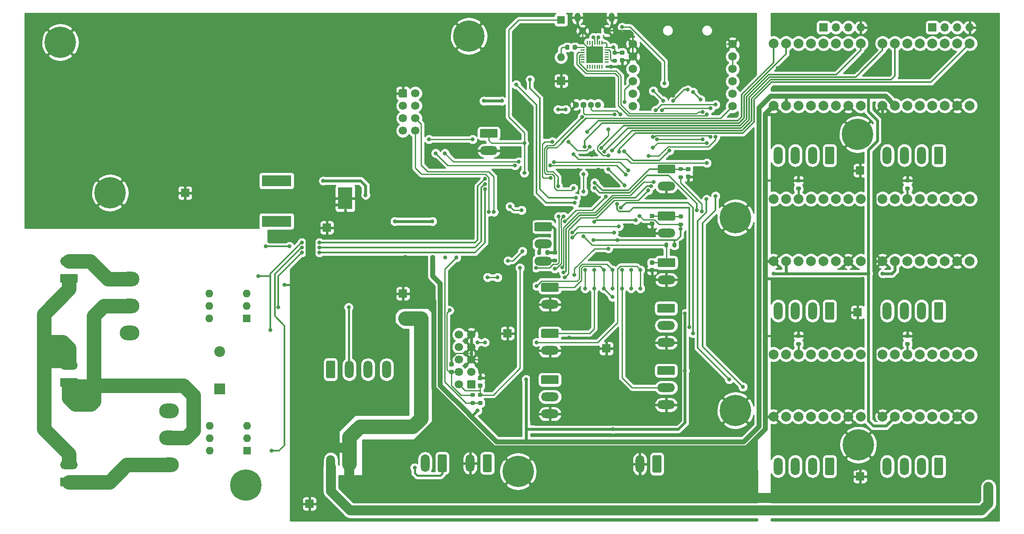
<source format=gbl>
G04 #@! TF.GenerationSoftware,KiCad,Pcbnew,(5.1.8)-1*
G04 #@! TF.CreationDate,2021-02-16T13:32:15+03:00*
G04 #@! TF.ProjectId,3d_print_main,33645f70-7269-46e7-945f-6d61696e2e6b,rev?*
G04 #@! TF.SameCoordinates,Original*
G04 #@! TF.FileFunction,Copper,L2,Bot*
G04 #@! TF.FilePolarity,Positive*
%FSLAX46Y46*%
G04 Gerber Fmt 4.6, Leading zero omitted, Abs format (unit mm)*
G04 Created by KiCad (PCBNEW (5.1.8)-1) date 2021-02-16 13:32:15*
%MOMM*%
%LPD*%
G01*
G04 APERTURE LIST*
G04 #@! TA.AperFunction,ComponentPad*
%ADD10O,1.800000X3.600000*%
G04 #@! TD*
G04 #@! TA.AperFunction,ComponentPad*
%ADD11O,1.700000X1.700000*%
G04 #@! TD*
G04 #@! TA.AperFunction,ComponentPad*
%ADD12R,1.700000X1.700000*%
G04 #@! TD*
G04 #@! TA.AperFunction,ComponentPad*
%ADD13C,2.000000*%
G04 #@! TD*
G04 #@! TA.AperFunction,ComponentPad*
%ADD14C,1.750000*%
G04 #@! TD*
G04 #@! TA.AperFunction,ComponentPad*
%ADD15C,1.700000*%
G04 #@! TD*
G04 #@! TA.AperFunction,ComponentPad*
%ADD16O,3.600000X1.800000*%
G04 #@! TD*
G04 #@! TA.AperFunction,ComponentPad*
%ADD17C,6.400000*%
G04 #@! TD*
G04 #@! TA.AperFunction,ComponentPad*
%ADD18C,0.800000*%
G04 #@! TD*
G04 #@! TA.AperFunction,ComponentPad*
%ADD19C,1.300000*%
G04 #@! TD*
G04 #@! TA.AperFunction,ComponentPad*
%ADD20O,4.000000X3.000000*%
G04 #@! TD*
G04 #@! TA.AperFunction,ComponentPad*
%ADD21C,1.450000*%
G04 #@! TD*
G04 #@! TA.AperFunction,ComponentPad*
%ADD22O,1.200000X1.900000*%
G04 #@! TD*
G04 #@! TA.AperFunction,ComponentPad*
%ADD23R,6.000000X2.300000*%
G04 #@! TD*
G04 #@! TA.AperFunction,ComponentPad*
%ADD24O,1.600000X1.600000*%
G04 #@! TD*
G04 #@! TA.AperFunction,ComponentPad*
%ADD25R,1.600000X1.600000*%
G04 #@! TD*
G04 #@! TA.AperFunction,ComponentPad*
%ADD26R,2.200000X2.200000*%
G04 #@! TD*
G04 #@! TA.AperFunction,ComponentPad*
%ADD27O,2.200000X2.200000*%
G04 #@! TD*
G04 #@! TA.AperFunction,SMDPad,CuDef*
%ADD28R,3.350000X3.350000*%
G04 #@! TD*
G04 #@! TA.AperFunction,ComponentPad*
%ADD29C,0.600000*%
G04 #@! TD*
G04 #@! TA.AperFunction,SMDPad,CuDef*
%ADD30R,2.950000X4.500000*%
G04 #@! TD*
G04 #@! TA.AperFunction,ViaPad*
%ADD31C,0.800000*%
G04 #@! TD*
G04 #@! TA.AperFunction,Conductor*
%ADD32C,1.500000*%
G04 #@! TD*
G04 #@! TA.AperFunction,Conductor*
%ADD33C,2.000000*%
G04 #@! TD*
G04 #@! TA.AperFunction,Conductor*
%ADD34C,0.600000*%
G04 #@! TD*
G04 #@! TA.AperFunction,Conductor*
%ADD35C,0.400000*%
G04 #@! TD*
G04 #@! TA.AperFunction,Conductor*
%ADD36C,0.250000*%
G04 #@! TD*
G04 #@! TA.AperFunction,Conductor*
%ADD37C,3.000000*%
G04 #@! TD*
G04 #@! TA.AperFunction,Conductor*
%ADD38C,0.300000*%
G04 #@! TD*
G04 #@! TA.AperFunction,Conductor*
%ADD39C,1.000000*%
G04 #@! TD*
G04 #@! TA.AperFunction,Conductor*
%ADD40C,0.254000*%
G04 #@! TD*
G04 #@! TA.AperFunction,Conductor*
%ADD41C,0.100000*%
G04 #@! TD*
G04 APERTURE END LIST*
G04 #@! TA.AperFunction,ComponentPad*
G36*
G01*
X165238000Y-114782000D02*
X165238000Y-117882000D01*
G75*
G02*
X164988000Y-118132000I-250000J0D01*
G01*
X163688000Y-118132000D01*
G75*
G02*
X163438000Y-117882000I0J250000D01*
G01*
X163438000Y-114782000D01*
G75*
G02*
X163688000Y-114532000I250000J0D01*
G01*
X164988000Y-114532000D01*
G75*
G02*
X165238000Y-114782000I0J-250000D01*
G01*
G37*
G04 #@! TD.AperFunction*
D10*
X160838000Y-116332000D03*
D11*
X228092000Y-27178000D03*
X225552000Y-27178000D03*
X223012000Y-27178000D03*
D12*
X220472000Y-27178000D03*
D11*
X205895002Y-27178000D03*
X203355002Y-27178000D03*
X200815002Y-27178000D03*
D12*
X198275002Y-27178000D03*
D13*
X228120000Y-43160000D03*
X225580000Y-43160000D03*
X223040000Y-43160000D03*
X220500000Y-43160000D03*
X217960000Y-43160000D03*
X215420000Y-43160000D03*
X212880000Y-43160000D03*
X210340000Y-43160000D03*
X210340000Y-30460000D03*
X212880000Y-30460000D03*
X215420000Y-30460000D03*
X217960000Y-30460000D03*
X220500000Y-30460000D03*
X223040000Y-30460000D03*
X225580000Y-30460000D03*
X228120000Y-30460000D03*
D14*
X179733000Y-30587000D03*
X179733000Y-33127000D03*
X179733000Y-35667000D03*
X179733000Y-38207000D03*
X179733000Y-40747000D03*
X179733000Y-43287000D03*
X159413000Y-43287000D03*
X159413000Y-40747000D03*
X159413000Y-38207000D03*
X159413000Y-35667000D03*
X159413000Y-33127000D03*
X159413000Y-30587000D03*
D15*
X115062000Y-48260000D03*
X115062000Y-45720000D03*
X115062000Y-43180000D03*
X115062000Y-40640000D03*
X112522000Y-48260000D03*
X112522000Y-45720000D03*
X112522000Y-43180000D03*
G04 #@! TA.AperFunction,ComponentPad*
G36*
G01*
X111672000Y-41240000D02*
X111672000Y-40040000D01*
G75*
G02*
X111922000Y-39790000I250000J0D01*
G01*
X113122000Y-39790000D01*
G75*
G02*
X113372000Y-40040000I0J-250000D01*
G01*
X113372000Y-41240000D01*
G75*
G02*
X113122000Y-41490000I-250000J0D01*
G01*
X111922000Y-41490000D01*
G75*
G02*
X111672000Y-41240000I0J250000D01*
G01*
G37*
G04 #@! TD.AperFunction*
G04 #@! TA.AperFunction,ComponentPad*
G36*
G01*
X140944000Y-98216002D02*
X144044000Y-98216002D01*
G75*
G02*
X144294000Y-98466002I0J-250000D01*
G01*
X144294000Y-99766002D01*
G75*
G02*
X144044000Y-100016002I-250000J0D01*
G01*
X140944000Y-100016002D01*
G75*
G02*
X140694000Y-99766002I0J250000D01*
G01*
X140694000Y-98466002D01*
G75*
G02*
X140944000Y-98216002I250000J0D01*
G01*
G37*
G04 #@! TD.AperFunction*
D16*
X142494000Y-102616002D03*
X142494000Y-106116002D03*
G04 #@! TA.AperFunction,ComponentPad*
G36*
G01*
X140944000Y-88762000D02*
X144044000Y-88762000D01*
G75*
G02*
X144294000Y-89012000I0J-250000D01*
G01*
X144294000Y-90312000D01*
G75*
G02*
X144044000Y-90562000I-250000J0D01*
G01*
X140944000Y-90562000D01*
G75*
G02*
X140694000Y-90312000I0J250000D01*
G01*
X140694000Y-89012000D01*
G75*
G02*
X140944000Y-88762000I250000J0D01*
G01*
G37*
G04 #@! TD.AperFunction*
X142494000Y-93162000D03*
G04 #@! TA.AperFunction,ComponentPad*
G36*
G01*
X140944000Y-79364000D02*
X144044000Y-79364000D01*
G75*
G02*
X144294000Y-79614000I0J-250000D01*
G01*
X144294000Y-80914000D01*
G75*
G02*
X144044000Y-81164000I-250000J0D01*
G01*
X140944000Y-81164000D01*
G75*
G02*
X140694000Y-80914000I0J250000D01*
G01*
X140694000Y-79614000D01*
G75*
G02*
X140944000Y-79364000I250000J0D01*
G01*
G37*
G04 #@! TD.AperFunction*
X142494000Y-83764000D03*
D15*
X123952000Y-89916000D03*
X123952000Y-92456000D03*
X123952000Y-94996000D03*
X123952000Y-97536000D03*
X123952000Y-100076000D03*
X126492000Y-89916000D03*
X126492000Y-92456000D03*
X126492000Y-94996000D03*
X126492000Y-97536000D03*
G04 #@! TA.AperFunction,ComponentPad*
G36*
G01*
X127342000Y-99476000D02*
X127342000Y-100676000D01*
G75*
G02*
X127092000Y-100926000I-250000J0D01*
G01*
X125892000Y-100926000D01*
G75*
G02*
X125642000Y-100676000I0J250000D01*
G01*
X125642000Y-99476000D01*
G75*
G02*
X125892000Y-99226000I250000J0D01*
G01*
X127092000Y-99226000D01*
G75*
G02*
X127342000Y-99476000I0J-250000D01*
G01*
G37*
G04 #@! TD.AperFunction*
D17*
X125984000Y-28956000D03*
D18*
X128384000Y-28956000D03*
X127681056Y-30653056D03*
X125984000Y-31356000D03*
X124286944Y-30653056D03*
X123584000Y-28956000D03*
X124286944Y-27258944D03*
X125984000Y-26556000D03*
X127681056Y-27258944D03*
D19*
X152344000Y-42974000D03*
X150844000Y-42974000D03*
X149344000Y-42974000D03*
X147844000Y-42974000D03*
D20*
X64820000Y-116498000D03*
X64820000Y-105498000D03*
X64820000Y-110998000D03*
D16*
X141124999Y-74910003D03*
X141124999Y-71410003D03*
G04 #@! TA.AperFunction,ComponentPad*
G36*
G01*
X139574999Y-67010003D02*
X142674999Y-67010003D01*
G75*
G02*
X142924999Y-67260003I0J-250000D01*
G01*
X142924999Y-68560003D01*
G75*
G02*
X142674999Y-68810003I-250000J0D01*
G01*
X139574999Y-68810003D01*
G75*
G02*
X139324999Y-68560003I0J250000D01*
G01*
X139324999Y-67260003D01*
G75*
G02*
X139574999Y-67010003I250000J0D01*
G01*
G37*
G04 #@! TD.AperFunction*
D10*
X97818000Y-116320000D03*
G04 #@! TA.AperFunction,ComponentPad*
G36*
G01*
X102528000Y-114770000D02*
X102528000Y-117870000D01*
G75*
G02*
X102278000Y-118120000I-250000J0D01*
G01*
X100978000Y-118120000D01*
G75*
G02*
X100728000Y-117870000I0J250000D01*
G01*
X100728000Y-114770000D01*
G75*
G02*
X100978000Y-114520000I250000J0D01*
G01*
X102278000Y-114520000D01*
G75*
G02*
X102528000Y-114770000I0J-250000D01*
G01*
G37*
G04 #@! TD.AperFunction*
X109220000Y-97028000D03*
X105410000Y-97028000D03*
X101600000Y-97028000D03*
G04 #@! TA.AperFunction,ComponentPad*
G36*
G01*
X96890000Y-98578000D02*
X96890000Y-95478000D01*
G75*
G02*
X97140000Y-95228000I250000J0D01*
G01*
X98440000Y-95228000D01*
G75*
G02*
X98690000Y-95478000I0J-250000D01*
G01*
X98690000Y-98578000D01*
G75*
G02*
X98440000Y-98828000I-250000J0D01*
G01*
X97140000Y-98828000D01*
G75*
G02*
X96890000Y-98578000I0J250000D01*
G01*
G37*
G04 #@! TD.AperFunction*
D21*
X154138000Y-27878500D03*
X149138000Y-27878500D03*
D22*
X155138000Y-25178500D03*
X148138000Y-25178500D03*
D23*
X86769000Y-58527000D03*
X86769000Y-66782000D03*
D24*
X144780000Y-33274000D03*
D25*
X144780000Y-25654000D03*
D17*
X136017000Y-117856000D03*
D18*
X138417000Y-117856000D03*
X137714056Y-119553056D03*
X136017000Y-120256000D03*
X134319944Y-119553056D03*
X133617000Y-117856000D03*
X134319944Y-116158944D03*
X136017000Y-115456000D03*
X137714056Y-116158944D03*
D26*
X75184000Y-100965000D03*
D27*
X75184000Y-93345000D03*
D12*
X144780000Y-38100000D03*
D13*
X205895002Y-43160000D03*
X203355002Y-43160000D03*
X200815002Y-43160000D03*
X198275002Y-43160000D03*
X195735002Y-43160000D03*
X193195002Y-43160000D03*
X190655002Y-43160000D03*
X188115002Y-43160000D03*
X188115002Y-30460000D03*
X190655002Y-30460000D03*
X193195002Y-30460000D03*
X195735002Y-30460000D03*
X198275002Y-30460000D03*
X200815002Y-30460000D03*
X203355002Y-30460000D03*
X205895002Y-30460000D03*
X205895000Y-74910000D03*
X203355000Y-74910000D03*
X200815000Y-74910000D03*
X198275000Y-74910000D03*
X195735000Y-74910000D03*
X193195000Y-74910000D03*
X190655000Y-74910000D03*
X188115000Y-74910000D03*
X188115000Y-62210000D03*
X190655000Y-62210000D03*
X193195000Y-62210000D03*
X195735000Y-62210000D03*
X198275000Y-62210000D03*
X200815000Y-62210000D03*
X203355000Y-62210000D03*
X205895000Y-62210000D03*
X205895002Y-106660002D03*
X203355002Y-106660002D03*
X200815002Y-106660002D03*
X198275002Y-106660002D03*
X195735002Y-106660002D03*
X193195002Y-106660002D03*
X190655002Y-106660002D03*
X188115002Y-106660002D03*
X188115002Y-93960002D03*
X190655002Y-93960002D03*
X193195002Y-93960002D03*
X195735002Y-93960002D03*
X198275002Y-93960002D03*
X200815002Y-93960002D03*
X203355002Y-93960002D03*
X205895002Y-93960002D03*
X228119998Y-106660000D03*
X225579998Y-106660000D03*
X223039998Y-106660000D03*
X220499998Y-106660000D03*
X217959998Y-106660000D03*
X215419998Y-106660000D03*
X212879998Y-106660000D03*
X210339998Y-106660000D03*
X210339998Y-93960000D03*
X212879998Y-93960000D03*
X215419998Y-93960000D03*
X217959998Y-93960000D03*
X220499998Y-93960000D03*
X223039998Y-93960000D03*
X225579998Y-93960000D03*
X228119998Y-93960000D03*
X228120000Y-74910000D03*
X225580000Y-74910000D03*
X223040000Y-74910000D03*
X220500000Y-74910000D03*
X217960000Y-74910000D03*
X215420000Y-74910000D03*
X212880000Y-74910000D03*
X210340000Y-74910000D03*
X210340000Y-62210000D03*
X212880000Y-62210000D03*
X215420000Y-62210000D03*
X217960000Y-62210000D03*
X220500000Y-62210000D03*
X223040000Y-62210000D03*
X225580000Y-62210000D03*
X228120000Y-62210000D03*
G04 #@! TA.AperFunction,SMDPad,CuDef*
G36*
G01*
X127021000Y-102636000D02*
X126471000Y-102636000D01*
G75*
G02*
X126271000Y-102436000I0J200000D01*
G01*
X126271000Y-102036000D01*
G75*
G02*
X126471000Y-101836000I200000J0D01*
G01*
X127021000Y-101836000D01*
G75*
G02*
X127221000Y-102036000I0J-200000D01*
G01*
X127221000Y-102436000D01*
G75*
G02*
X127021000Y-102636000I-200000J0D01*
G01*
G37*
G04 #@! TD.AperFunction*
G04 #@! TA.AperFunction,SMDPad,CuDef*
G36*
G01*
X127021000Y-104286000D02*
X126471000Y-104286000D01*
G75*
G02*
X126271000Y-104086000I0J200000D01*
G01*
X126271000Y-103686000D01*
G75*
G02*
X126471000Y-103486000I200000J0D01*
G01*
X127021000Y-103486000D01*
G75*
G02*
X127221000Y-103686000I0J-200000D01*
G01*
X127221000Y-104086000D01*
G75*
G02*
X127021000Y-104286000I-200000J0D01*
G01*
G37*
G04 #@! TD.AperFunction*
G04 #@! TA.AperFunction,SMDPad,CuDef*
G36*
G01*
X128545000Y-102636000D02*
X127995000Y-102636000D01*
G75*
G02*
X127795000Y-102436000I0J200000D01*
G01*
X127795000Y-102036000D01*
G75*
G02*
X127995000Y-101836000I200000J0D01*
G01*
X128545000Y-101836000D01*
G75*
G02*
X128745000Y-102036000I0J-200000D01*
G01*
X128745000Y-102436000D01*
G75*
G02*
X128545000Y-102636000I-200000J0D01*
G01*
G37*
G04 #@! TD.AperFunction*
G04 #@! TA.AperFunction,SMDPad,CuDef*
G36*
G01*
X128545000Y-104286000D02*
X127995000Y-104286000D01*
G75*
G02*
X127795000Y-104086000I0J200000D01*
G01*
X127795000Y-103686000D01*
G75*
G02*
X127995000Y-103486000I200000J0D01*
G01*
X128545000Y-103486000D01*
G75*
G02*
X128745000Y-103686000I0J-200000D01*
G01*
X128745000Y-104086000D01*
G75*
G02*
X128545000Y-104286000I-200000J0D01*
G01*
G37*
G04 #@! TD.AperFunction*
G04 #@! TA.AperFunction,SMDPad,CuDef*
G36*
G01*
X166644000Y-71353000D02*
X166644000Y-71903000D01*
G75*
G02*
X166444000Y-72103000I-200000J0D01*
G01*
X166044000Y-72103000D01*
G75*
G02*
X165844000Y-71903000I0J200000D01*
G01*
X165844000Y-71353000D01*
G75*
G02*
X166044000Y-71153000I200000J0D01*
G01*
X166444000Y-71153000D01*
G75*
G02*
X166644000Y-71353000I0J-200000D01*
G01*
G37*
G04 #@! TD.AperFunction*
G04 #@! TA.AperFunction,SMDPad,CuDef*
G36*
G01*
X168294000Y-71353000D02*
X168294000Y-71903000D01*
G75*
G02*
X168094000Y-72103000I-200000J0D01*
G01*
X167694000Y-72103000D01*
G75*
G02*
X167494000Y-71903000I0J200000D01*
G01*
X167494000Y-71353000D01*
G75*
G02*
X167694000Y-71153000I200000J0D01*
G01*
X168094000Y-71153000D01*
G75*
G02*
X168294000Y-71353000I0J-200000D01*
G01*
G37*
G04 #@! TD.AperFunction*
G04 #@! TA.AperFunction,SMDPad,CuDef*
G36*
G01*
X169439000Y-66186001D02*
X168889000Y-66186001D01*
G75*
G02*
X168689000Y-65986001I0J200000D01*
G01*
X168689000Y-65586001D01*
G75*
G02*
X168889000Y-65386001I200000J0D01*
G01*
X169439000Y-65386001D01*
G75*
G02*
X169639000Y-65586001I0J-200000D01*
G01*
X169639000Y-65986001D01*
G75*
G02*
X169439000Y-66186001I-200000J0D01*
G01*
G37*
G04 #@! TD.AperFunction*
G04 #@! TA.AperFunction,SMDPad,CuDef*
G36*
G01*
X169439000Y-67836001D02*
X168889000Y-67836001D01*
G75*
G02*
X168689000Y-67636001I0J200000D01*
G01*
X168689000Y-67236001D01*
G75*
G02*
X168889000Y-67036001I200000J0D01*
G01*
X169439000Y-67036001D01*
G75*
G02*
X169639000Y-67236001I0J-200000D01*
G01*
X169639000Y-67636001D01*
G75*
G02*
X169439000Y-67836001I-200000J0D01*
G01*
G37*
G04 #@! TD.AperFunction*
G04 #@! TA.AperFunction,SMDPad,CuDef*
G36*
G01*
X169439000Y-56514001D02*
X168889000Y-56514001D01*
G75*
G02*
X168689000Y-56314001I0J200000D01*
G01*
X168689000Y-55914001D01*
G75*
G02*
X168889000Y-55714001I200000J0D01*
G01*
X169439000Y-55714001D01*
G75*
G02*
X169639000Y-55914001I0J-200000D01*
G01*
X169639000Y-56314001D01*
G75*
G02*
X169439000Y-56514001I-200000J0D01*
G01*
G37*
G04 #@! TD.AperFunction*
G04 #@! TA.AperFunction,SMDPad,CuDef*
G36*
G01*
X169439000Y-58164001D02*
X168889000Y-58164001D01*
G75*
G02*
X168689000Y-57964001I0J200000D01*
G01*
X168689000Y-57564001D01*
G75*
G02*
X168889000Y-57364001I200000J0D01*
G01*
X169439000Y-57364001D01*
G75*
G02*
X169639000Y-57564001I0J-200000D01*
G01*
X169639000Y-57964001D01*
G75*
G02*
X169439000Y-58164001I-200000J0D01*
G01*
G37*
G04 #@! TD.AperFunction*
G04 #@! TA.AperFunction,SMDPad,CuDef*
G36*
G01*
X192920002Y-91420000D02*
X193470002Y-91420000D01*
G75*
G02*
X193670002Y-91620000I0J-200000D01*
G01*
X193670002Y-92020000D01*
G75*
G02*
X193470002Y-92220000I-200000J0D01*
G01*
X192920002Y-92220000D01*
G75*
G02*
X192720002Y-92020000I0J200000D01*
G01*
X192720002Y-91620000D01*
G75*
G02*
X192920002Y-91420000I200000J0D01*
G01*
G37*
G04 #@! TD.AperFunction*
G04 #@! TA.AperFunction,SMDPad,CuDef*
G36*
G01*
X192920002Y-89770000D02*
X193470002Y-89770000D01*
G75*
G02*
X193670002Y-89970000I0J-200000D01*
G01*
X193670002Y-90370000D01*
G75*
G02*
X193470002Y-90570000I-200000J0D01*
G01*
X192920002Y-90570000D01*
G75*
G02*
X192720002Y-90370000I0J200000D01*
G01*
X192720002Y-89970000D01*
G75*
G02*
X192920002Y-89770000I200000J0D01*
G01*
G37*
G04 #@! TD.AperFunction*
G04 #@! TA.AperFunction,SMDPad,CuDef*
G36*
G01*
X192920000Y-59670000D02*
X193470000Y-59670000D01*
G75*
G02*
X193670000Y-59870000I0J-200000D01*
G01*
X193670000Y-60270000D01*
G75*
G02*
X193470000Y-60470000I-200000J0D01*
G01*
X192920000Y-60470000D01*
G75*
G02*
X192720000Y-60270000I0J200000D01*
G01*
X192720000Y-59870000D01*
G75*
G02*
X192920000Y-59670000I200000J0D01*
G01*
G37*
G04 #@! TD.AperFunction*
G04 #@! TA.AperFunction,SMDPad,CuDef*
G36*
G01*
X192920000Y-58020000D02*
X193470000Y-58020000D01*
G75*
G02*
X193670000Y-58220000I0J-200000D01*
G01*
X193670000Y-58620000D01*
G75*
G02*
X193470000Y-58820000I-200000J0D01*
G01*
X192920000Y-58820000D01*
G75*
G02*
X192720000Y-58620000I0J200000D01*
G01*
X192720000Y-58220000D01*
G75*
G02*
X192920000Y-58020000I200000J0D01*
G01*
G37*
G04 #@! TD.AperFunction*
G04 #@! TA.AperFunction,SMDPad,CuDef*
G36*
G01*
X215145000Y-59670000D02*
X215695000Y-59670000D01*
G75*
G02*
X215895000Y-59870000I0J-200000D01*
G01*
X215895000Y-60270000D01*
G75*
G02*
X215695000Y-60470000I-200000J0D01*
G01*
X215145000Y-60470000D01*
G75*
G02*
X214945000Y-60270000I0J200000D01*
G01*
X214945000Y-59870000D01*
G75*
G02*
X215145000Y-59670000I200000J0D01*
G01*
G37*
G04 #@! TD.AperFunction*
G04 #@! TA.AperFunction,SMDPad,CuDef*
G36*
G01*
X215145000Y-58020000D02*
X215695000Y-58020000D01*
G75*
G02*
X215895000Y-58220000I0J-200000D01*
G01*
X215895000Y-58620000D01*
G75*
G02*
X215695000Y-58820000I-200000J0D01*
G01*
X215145000Y-58820000D01*
G75*
G02*
X214945000Y-58620000I0J200000D01*
G01*
X214945000Y-58220000D01*
G75*
G02*
X215145000Y-58020000I200000J0D01*
G01*
G37*
G04 #@! TD.AperFunction*
G04 #@! TA.AperFunction,SMDPad,CuDef*
G36*
G01*
X215117000Y-91420000D02*
X215667000Y-91420000D01*
G75*
G02*
X215867000Y-91620000I0J-200000D01*
G01*
X215867000Y-92020000D01*
G75*
G02*
X215667000Y-92220000I-200000J0D01*
G01*
X215117000Y-92220000D01*
G75*
G02*
X214917000Y-92020000I0J200000D01*
G01*
X214917000Y-91620000D01*
G75*
G02*
X215117000Y-91420000I200000J0D01*
G01*
G37*
G04 #@! TD.AperFunction*
G04 #@! TA.AperFunction,SMDPad,CuDef*
G36*
G01*
X215117000Y-89770000D02*
X215667000Y-89770000D01*
G75*
G02*
X215867000Y-89970000I0J-200000D01*
G01*
X215867000Y-90370000D01*
G75*
G02*
X215667000Y-90570000I-200000J0D01*
G01*
X215117000Y-90570000D01*
G75*
G02*
X214917000Y-90370000I0J200000D01*
G01*
X214917000Y-89970000D01*
G75*
G02*
X215117000Y-89770000I200000J0D01*
G01*
G37*
G04 #@! TD.AperFunction*
D20*
X56818000Y-78574000D03*
X56818000Y-89574000D03*
X56818000Y-84074000D03*
D17*
X180340000Y-66040000D03*
D18*
X182740000Y-66040000D03*
X182037056Y-67737056D03*
X180340000Y-68440000D03*
X178642944Y-67737056D03*
X177940000Y-66040000D03*
X178642944Y-64342944D03*
X180340000Y-63640000D03*
X182037056Y-64342944D03*
D17*
X180340000Y-105410000D03*
D18*
X182740000Y-105410000D03*
X182037056Y-107107056D03*
X180340000Y-107810000D03*
X178642944Y-107107056D03*
X177940000Y-105410000D03*
X178642944Y-103712944D03*
X180340000Y-103010000D03*
X182037056Y-103712944D03*
D17*
X205232000Y-49022000D03*
D18*
X207632000Y-49022000D03*
X206929056Y-50719056D03*
X205232000Y-51422000D03*
X203534944Y-50719056D03*
X202832000Y-49022000D03*
X203534944Y-47324944D03*
X205232000Y-46622000D03*
X206929056Y-47324944D03*
D17*
X205381674Y-112442696D03*
D18*
X207781674Y-112442696D03*
X207078730Y-114139752D03*
X205381674Y-114842696D03*
X203684618Y-114139752D03*
X202981674Y-112442696D03*
X203684618Y-110745640D03*
X205381674Y-110042696D03*
X207078730Y-110745640D03*
D17*
X52832000Y-60960000D03*
D18*
X55232000Y-60960000D03*
X54529056Y-62657056D03*
X52832000Y-63360000D03*
X51134944Y-62657056D03*
X50432000Y-60960000D03*
X51134944Y-59262944D03*
X52832000Y-58560000D03*
X54529056Y-59262944D03*
D17*
X80518000Y-120650000D03*
D18*
X82918000Y-120650000D03*
X82215056Y-122347056D03*
X80518000Y-123050000D03*
X78820944Y-122347056D03*
X78118000Y-120650000D03*
X78820944Y-118952944D03*
X80518000Y-118250000D03*
X82215056Y-118952944D03*
D17*
X42672000Y-30226000D03*
D18*
X45072000Y-30226000D03*
X44369056Y-31923056D03*
X42672000Y-32626000D03*
X40974944Y-31923056D03*
X40272000Y-30226000D03*
X40974944Y-28528944D03*
X42672000Y-27826000D03*
X44369056Y-28528944D03*
G04 #@! TA.AperFunction,ComponentPad*
G36*
G01*
X130638000Y-114635000D02*
X130638000Y-117735000D01*
G75*
G02*
X130388000Y-117985000I-250000J0D01*
G01*
X129088000Y-117985000D01*
G75*
G02*
X128838000Y-117735000I0J250000D01*
G01*
X128838000Y-114635000D01*
G75*
G02*
X129088000Y-114385000I250000J0D01*
G01*
X130388000Y-114385000D01*
G75*
G02*
X130638000Y-114635000I0J-250000D01*
G01*
G37*
G04 #@! TD.AperFunction*
D10*
X126238000Y-116185000D03*
G04 #@! TA.AperFunction,SMDPad,CuDef*
G36*
G01*
X122678000Y-96435999D02*
X122178000Y-96435999D01*
G75*
G02*
X121953000Y-96210999I0J225000D01*
G01*
X121953000Y-95760999D01*
G75*
G02*
X122178000Y-95535999I225000J0D01*
G01*
X122678000Y-95535999D01*
G75*
G02*
X122903000Y-95760999I0J-225000D01*
G01*
X122903000Y-96210999D01*
G75*
G02*
X122678000Y-96435999I-225000J0D01*
G01*
G37*
G04 #@! TD.AperFunction*
G04 #@! TA.AperFunction,SMDPad,CuDef*
G36*
G01*
X122678000Y-97985999D02*
X122178000Y-97985999D01*
G75*
G02*
X121953000Y-97760999I0J225000D01*
G01*
X121953000Y-97310999D01*
G75*
G02*
X122178000Y-97085999I225000J0D01*
G01*
X122678000Y-97085999D01*
G75*
G02*
X122903000Y-97310999I0J-225000D01*
G01*
X122903000Y-97760999D01*
G75*
G02*
X122678000Y-97985999I-225000J0D01*
G01*
G37*
G04 #@! TD.AperFunction*
G04 #@! TA.AperFunction,SMDPad,CuDef*
G36*
G01*
X128520000Y-99230000D02*
X128020000Y-99230000D01*
G75*
G02*
X127795000Y-99005000I0J225000D01*
G01*
X127795000Y-98555000D01*
G75*
G02*
X128020000Y-98330000I225000J0D01*
G01*
X128520000Y-98330000D01*
G75*
G02*
X128745000Y-98555000I0J-225000D01*
G01*
X128745000Y-99005000D01*
G75*
G02*
X128520000Y-99230000I-225000J0D01*
G01*
G37*
G04 #@! TD.AperFunction*
G04 #@! TA.AperFunction,SMDPad,CuDef*
G36*
G01*
X128520000Y-100780000D02*
X128020000Y-100780000D01*
G75*
G02*
X127795000Y-100555000I0J225000D01*
G01*
X127795000Y-100105000D01*
G75*
G02*
X128020000Y-99880000I225000J0D01*
G01*
X128520000Y-99880000D01*
G75*
G02*
X128745000Y-100105000I0J-225000D01*
G01*
X128745000Y-100555000D01*
G75*
G02*
X128520000Y-100780000I-225000J0D01*
G01*
G37*
G04 #@! TD.AperFunction*
G04 #@! TA.AperFunction,SMDPad,CuDef*
G36*
G01*
X163072000Y-76320002D02*
X163572000Y-76320002D01*
G75*
G02*
X163797000Y-76545002I0J-225000D01*
G01*
X163797000Y-76995002D01*
G75*
G02*
X163572000Y-77220002I-225000J0D01*
G01*
X163072000Y-77220002D01*
G75*
G02*
X162847000Y-76995002I0J225000D01*
G01*
X162847000Y-76545002D01*
G75*
G02*
X163072000Y-76320002I225000J0D01*
G01*
G37*
G04 #@! TD.AperFunction*
G04 #@! TA.AperFunction,SMDPad,CuDef*
G36*
G01*
X163072000Y-74770002D02*
X163572000Y-74770002D01*
G75*
G02*
X163797000Y-74995002I0J-225000D01*
G01*
X163797000Y-75445002D01*
G75*
G02*
X163572000Y-75670002I-225000J0D01*
G01*
X163072000Y-75670002D01*
G75*
G02*
X162847000Y-75445002I0J225000D01*
G01*
X162847000Y-74995002D01*
G75*
G02*
X163072000Y-74770002I225000J0D01*
G01*
G37*
G04 #@! TD.AperFunction*
G04 #@! TA.AperFunction,SMDPad,CuDef*
G36*
G01*
X163072000Y-66794999D02*
X163572000Y-66794999D01*
G75*
G02*
X163797000Y-67019999I0J-225000D01*
G01*
X163797000Y-67469999D01*
G75*
G02*
X163572000Y-67694999I-225000J0D01*
G01*
X163072000Y-67694999D01*
G75*
G02*
X162847000Y-67469999I0J225000D01*
G01*
X162847000Y-67019999D01*
G75*
G02*
X163072000Y-66794999I225000J0D01*
G01*
G37*
G04 #@! TD.AperFunction*
G04 #@! TA.AperFunction,SMDPad,CuDef*
G36*
G01*
X163072000Y-65244999D02*
X163572000Y-65244999D01*
G75*
G02*
X163797000Y-65469999I0J-225000D01*
G01*
X163797000Y-65919999D01*
G75*
G02*
X163572000Y-66144999I-225000J0D01*
G01*
X163072000Y-66144999D01*
G75*
G02*
X162847000Y-65919999I0J225000D01*
G01*
X162847000Y-65469999D01*
G75*
G02*
X163072000Y-65244999I225000J0D01*
G01*
G37*
G04 #@! TD.AperFunction*
G04 #@! TA.AperFunction,SMDPad,CuDef*
G36*
G01*
X170438000Y-57221000D02*
X170938000Y-57221000D01*
G75*
G02*
X171163000Y-57446000I0J-225000D01*
G01*
X171163000Y-57896000D01*
G75*
G02*
X170938000Y-58121000I-225000J0D01*
G01*
X170438000Y-58121000D01*
G75*
G02*
X170213000Y-57896000I0J225000D01*
G01*
X170213000Y-57446000D01*
G75*
G02*
X170438000Y-57221000I225000J0D01*
G01*
G37*
G04 #@! TD.AperFunction*
G04 #@! TA.AperFunction,SMDPad,CuDef*
G36*
G01*
X170438000Y-55671000D02*
X170938000Y-55671000D01*
G75*
G02*
X171163000Y-55896000I0J-225000D01*
G01*
X171163000Y-56346000D01*
G75*
G02*
X170938000Y-56571000I-225000J0D01*
G01*
X170438000Y-56571000D01*
G75*
G02*
X170213000Y-56346000I0J225000D01*
G01*
X170213000Y-55896000D01*
G75*
G02*
X170438000Y-55671000I225000J0D01*
G01*
G37*
G04 #@! TD.AperFunction*
G04 #@! TA.AperFunction,SMDPad,CuDef*
G36*
G01*
X147137000Y-31492000D02*
X147137000Y-30992000D01*
G75*
G02*
X147362000Y-30767000I225000J0D01*
G01*
X147812000Y-30767000D01*
G75*
G02*
X148037000Y-30992000I0J-225000D01*
G01*
X148037000Y-31492000D01*
G75*
G02*
X147812000Y-31717000I-225000J0D01*
G01*
X147362000Y-31717000D01*
G75*
G02*
X147137000Y-31492000I0J225000D01*
G01*
G37*
G04 #@! TD.AperFunction*
G04 #@! TA.AperFunction,SMDPad,CuDef*
G36*
G01*
X145587000Y-31492000D02*
X145587000Y-30992000D01*
G75*
G02*
X145812000Y-30767000I225000J0D01*
G01*
X146262000Y-30767000D01*
G75*
G02*
X146487000Y-30992000I0J-225000D01*
G01*
X146487000Y-31492000D01*
G75*
G02*
X146262000Y-31717000I-225000J0D01*
G01*
X145812000Y-31717000D01*
G75*
G02*
X145587000Y-31492000I0J225000D01*
G01*
G37*
G04 #@! TD.AperFunction*
D12*
X205740000Y-56388000D03*
X205232000Y-85344000D03*
X205740000Y-118872000D03*
X68105396Y-60995595D03*
X93472000Y-124460000D03*
X97028000Y-68072000D03*
X112522000Y-81534000D03*
X133858000Y-89662000D03*
X154000000Y-92750000D03*
D24*
X73180000Y-113645000D03*
X80800000Y-108565000D03*
X73180000Y-111105000D03*
X80800000Y-111105000D03*
X73180000Y-108565000D03*
D25*
X80800000Y-113645000D03*
G04 #@! TA.AperFunction,ComponentPad*
G36*
G01*
X46000000Y-120915000D02*
X42900000Y-120915000D01*
G75*
G02*
X42650000Y-120665000I0J250000D01*
G01*
X42650000Y-119365000D01*
G75*
G02*
X42900000Y-119115000I250000J0D01*
G01*
X46000000Y-119115000D01*
G75*
G02*
X46250000Y-119365000I0J-250000D01*
G01*
X46250000Y-120665000D01*
G75*
G02*
X46000000Y-120915000I-250000J0D01*
G01*
G37*
G04 #@! TD.AperFunction*
D16*
X44450000Y-116515000D03*
G04 #@! TA.AperFunction,ComponentPad*
G36*
G01*
X222669998Y-51770002D02*
X222669998Y-54870002D01*
G75*
G02*
X222419998Y-55120002I-250000J0D01*
G01*
X221119998Y-55120002D01*
G75*
G02*
X220869998Y-54870002I0J250000D01*
G01*
X220869998Y-51770002D01*
G75*
G02*
X221119998Y-51520002I250000J0D01*
G01*
X222419998Y-51520002D01*
G75*
G02*
X222669998Y-51770002I0J-250000D01*
G01*
G37*
G04 #@! TD.AperFunction*
D10*
X218269998Y-53320002D03*
X214769998Y-53320002D03*
X211269998Y-53320002D03*
G04 #@! TA.AperFunction,ComponentPad*
G36*
G01*
X200445001Y-115270002D02*
X200445001Y-118370002D01*
G75*
G02*
X200195001Y-118620002I-250000J0D01*
G01*
X198895001Y-118620002D01*
G75*
G02*
X198645001Y-118370002I0J250000D01*
G01*
X198645001Y-115270002D01*
G75*
G02*
X198895001Y-115020002I250000J0D01*
G01*
X200195001Y-115020002D01*
G75*
G02*
X200445001Y-115270002I0J-250000D01*
G01*
G37*
G04 #@! TD.AperFunction*
X196045001Y-116820002D03*
X192545001Y-116820002D03*
X189045001Y-116820002D03*
G04 #@! TA.AperFunction,ComponentPad*
G36*
G01*
X222669998Y-115270000D02*
X222669998Y-118370000D01*
G75*
G02*
X222419998Y-118620000I-250000J0D01*
G01*
X221119998Y-118620000D01*
G75*
G02*
X220869998Y-118370000I0J250000D01*
G01*
X220869998Y-115270000D01*
G75*
G02*
X221119998Y-115020000I250000J0D01*
G01*
X222419998Y-115020000D01*
G75*
G02*
X222669998Y-115270000I0J-250000D01*
G01*
G37*
G04 #@! TD.AperFunction*
X218269998Y-116820000D03*
X214769998Y-116820000D03*
X211269998Y-116820000D03*
G04 #@! TA.AperFunction,ComponentPad*
G36*
G01*
X200445000Y-83520001D02*
X200445000Y-86620001D01*
G75*
G02*
X200195000Y-86870001I-250000J0D01*
G01*
X198895000Y-86870001D01*
G75*
G02*
X198645000Y-86620001I0J250000D01*
G01*
X198645000Y-83520001D01*
G75*
G02*
X198895000Y-83270001I250000J0D01*
G01*
X200195000Y-83270001D01*
G75*
G02*
X200445000Y-83520001I0J-250000D01*
G01*
G37*
G04 #@! TD.AperFunction*
X196045000Y-85070001D03*
X192545000Y-85070001D03*
X189045000Y-85070001D03*
G04 #@! TA.AperFunction,ComponentPad*
G36*
G01*
X200445000Y-51770000D02*
X200445000Y-54870000D01*
G75*
G02*
X200195000Y-55120000I-250000J0D01*
G01*
X198895000Y-55120000D01*
G75*
G02*
X198645000Y-54870000I0J250000D01*
G01*
X198645000Y-51770000D01*
G75*
G02*
X198895000Y-51520000I250000J0D01*
G01*
X200195000Y-51520000D01*
G75*
G02*
X200445000Y-51770000I0J-250000D01*
G01*
G37*
G04 #@! TD.AperFunction*
X196045000Y-53320000D03*
X192545000Y-53320000D03*
X189045000Y-53320000D03*
G04 #@! TA.AperFunction,ComponentPad*
G36*
G01*
X222669999Y-83519998D02*
X222669999Y-86619998D01*
G75*
G02*
X222419999Y-86869998I-250000J0D01*
G01*
X221119999Y-86869998D01*
G75*
G02*
X220869999Y-86619998I0J250000D01*
G01*
X220869999Y-83519998D01*
G75*
G02*
X221119999Y-83269998I250000J0D01*
G01*
X222419999Y-83269998D01*
G75*
G02*
X222669999Y-83519998I0J-250000D01*
G01*
G37*
G04 #@! TD.AperFunction*
X218269999Y-85069998D03*
X214769999Y-85069998D03*
X211269999Y-85069998D03*
G04 #@! TA.AperFunction,ComponentPad*
G36*
G01*
X164657500Y-96362001D02*
X167757500Y-96362001D01*
G75*
G02*
X168007500Y-96612001I0J-250000D01*
G01*
X168007500Y-97912001D01*
G75*
G02*
X167757500Y-98162001I-250000J0D01*
G01*
X164657500Y-98162001D01*
G75*
G02*
X164407500Y-97912001I0J250000D01*
G01*
X164407500Y-96612001D01*
G75*
G02*
X164657500Y-96362001I250000J0D01*
G01*
G37*
G04 #@! TD.AperFunction*
D16*
X166207500Y-100762001D03*
X166207500Y-104262001D03*
G04 #@! TA.AperFunction,ComponentPad*
G36*
G01*
X164657500Y-83647000D02*
X167757500Y-83647000D01*
G75*
G02*
X168007500Y-83897000I0J-250000D01*
G01*
X168007500Y-85197000D01*
G75*
G02*
X167757500Y-85447000I-250000J0D01*
G01*
X164657500Y-85447000D01*
G75*
G02*
X164407500Y-85197000I0J250000D01*
G01*
X164407500Y-83897000D01*
G75*
G02*
X164657500Y-83647000I250000J0D01*
G01*
G37*
G04 #@! TD.AperFunction*
X166207500Y-88047000D03*
X166207500Y-91547000D03*
G04 #@! TA.AperFunction,ComponentPad*
G36*
G01*
X46000000Y-79330000D02*
X42900000Y-79330000D01*
G75*
G02*
X42650000Y-79080000I0J250000D01*
G01*
X42650000Y-77780000D01*
G75*
G02*
X42900000Y-77530000I250000J0D01*
G01*
X46000000Y-77530000D01*
G75*
G02*
X46250000Y-77780000I0J-250000D01*
G01*
X46250000Y-79080000D01*
G75*
G02*
X46000000Y-79330000I-250000J0D01*
G01*
G37*
G04 #@! TD.AperFunction*
X44450000Y-74930000D03*
G04 #@! TA.AperFunction,ComponentPad*
G36*
G01*
X164710998Y-74320001D02*
X167810998Y-74320001D01*
G75*
G02*
X168060998Y-74570001I0J-250000D01*
G01*
X168060998Y-75870001D01*
G75*
G02*
X167810998Y-76120001I-250000J0D01*
G01*
X164710998Y-76120001D01*
G75*
G02*
X164460998Y-75870001I0J250000D01*
G01*
X164460998Y-74570001D01*
G75*
G02*
X164710998Y-74320001I250000J0D01*
G01*
G37*
G04 #@! TD.AperFunction*
X166260998Y-78720001D03*
G04 #@! TA.AperFunction,ComponentPad*
G36*
G01*
X164711001Y-64794999D02*
X167811001Y-64794999D01*
G75*
G02*
X168061001Y-65044999I0J-250000D01*
G01*
X168061001Y-66344999D01*
G75*
G02*
X167811001Y-66594999I-250000J0D01*
G01*
X164711001Y-66594999D01*
G75*
G02*
X164461001Y-66344999I0J250000D01*
G01*
X164461001Y-65044999D01*
G75*
G02*
X164711001Y-64794999I250000J0D01*
G01*
G37*
G04 #@! TD.AperFunction*
X166261001Y-69194999D03*
G04 #@! TA.AperFunction,ComponentPad*
G36*
G01*
X46000000Y-100595000D02*
X42900000Y-100595000D01*
G75*
G02*
X42650000Y-100345000I0J250000D01*
G01*
X42650000Y-99045000D01*
G75*
G02*
X42900000Y-98795000I250000J0D01*
G01*
X46000000Y-98795000D01*
G75*
G02*
X46250000Y-99045000I0J-250000D01*
G01*
X46250000Y-100345000D01*
G75*
G02*
X46000000Y-100595000I-250000J0D01*
G01*
G37*
G04 #@! TD.AperFunction*
X44450000Y-96195000D03*
G04 #@! TA.AperFunction,ComponentPad*
G36*
G01*
X121451000Y-114635000D02*
X121451000Y-117735000D01*
G75*
G02*
X121201000Y-117985000I-250000J0D01*
G01*
X119901000Y-117985000D01*
G75*
G02*
X119651000Y-117735000I0J250000D01*
G01*
X119651000Y-114635000D01*
G75*
G02*
X119901000Y-114385000I250000J0D01*
G01*
X121201000Y-114385000D01*
G75*
G02*
X121451000Y-114635000I0J-250000D01*
G01*
G37*
G04 #@! TD.AperFunction*
D10*
X117051000Y-116185000D03*
G04 #@! TA.AperFunction,ComponentPad*
G36*
G01*
X128498000Y-47924000D02*
X131598000Y-47924000D01*
G75*
G02*
X131848000Y-48174000I0J-250000D01*
G01*
X131848000Y-49474000D01*
G75*
G02*
X131598000Y-49724000I-250000J0D01*
G01*
X128498000Y-49724000D01*
G75*
G02*
X128248000Y-49474000I0J250000D01*
G01*
X128248000Y-48174000D01*
G75*
G02*
X128498000Y-47924000I250000J0D01*
G01*
G37*
G04 #@! TD.AperFunction*
D16*
X130048000Y-52324000D03*
G04 #@! TA.AperFunction,ComponentPad*
G36*
G01*
X164721001Y-55214001D02*
X167821001Y-55214001D01*
G75*
G02*
X168071001Y-55464001I0J-250000D01*
G01*
X168071001Y-56764001D01*
G75*
G02*
X167821001Y-57014001I-250000J0D01*
G01*
X164721001Y-57014001D01*
G75*
G02*
X164471001Y-56764001I0J250000D01*
G01*
X164471001Y-55464001D01*
G75*
G02*
X164721001Y-55214001I250000J0D01*
G01*
G37*
G04 #@! TD.AperFunction*
X166271001Y-59614001D03*
D28*
X151638000Y-32766000D03*
G04 #@! TA.AperFunction,SMDPad,CuDef*
G36*
G01*
X148850500Y-31141000D02*
X149525500Y-31141000D01*
G75*
G02*
X149588000Y-31203500I0J-62500D01*
G01*
X149588000Y-31328500D01*
G75*
G02*
X149525500Y-31391000I-62500J0D01*
G01*
X148850500Y-31391000D01*
G75*
G02*
X148788000Y-31328500I0J62500D01*
G01*
X148788000Y-31203500D01*
G75*
G02*
X148850500Y-31141000I62500J0D01*
G01*
G37*
G04 #@! TD.AperFunction*
G04 #@! TA.AperFunction,SMDPad,CuDef*
G36*
G01*
X148850500Y-31641000D02*
X149525500Y-31641000D01*
G75*
G02*
X149588000Y-31703500I0J-62500D01*
G01*
X149588000Y-31828500D01*
G75*
G02*
X149525500Y-31891000I-62500J0D01*
G01*
X148850500Y-31891000D01*
G75*
G02*
X148788000Y-31828500I0J62500D01*
G01*
X148788000Y-31703500D01*
G75*
G02*
X148850500Y-31641000I62500J0D01*
G01*
G37*
G04 #@! TD.AperFunction*
G04 #@! TA.AperFunction,SMDPad,CuDef*
G36*
G01*
X148850500Y-32141000D02*
X149525500Y-32141000D01*
G75*
G02*
X149588000Y-32203500I0J-62500D01*
G01*
X149588000Y-32328500D01*
G75*
G02*
X149525500Y-32391000I-62500J0D01*
G01*
X148850500Y-32391000D01*
G75*
G02*
X148788000Y-32328500I0J62500D01*
G01*
X148788000Y-32203500D01*
G75*
G02*
X148850500Y-32141000I62500J0D01*
G01*
G37*
G04 #@! TD.AperFunction*
G04 #@! TA.AperFunction,SMDPad,CuDef*
G36*
G01*
X148850500Y-32641000D02*
X149525500Y-32641000D01*
G75*
G02*
X149588000Y-32703500I0J-62500D01*
G01*
X149588000Y-32828500D01*
G75*
G02*
X149525500Y-32891000I-62500J0D01*
G01*
X148850500Y-32891000D01*
G75*
G02*
X148788000Y-32828500I0J62500D01*
G01*
X148788000Y-32703500D01*
G75*
G02*
X148850500Y-32641000I62500J0D01*
G01*
G37*
G04 #@! TD.AperFunction*
G04 #@! TA.AperFunction,SMDPad,CuDef*
G36*
G01*
X148850500Y-33141000D02*
X149525500Y-33141000D01*
G75*
G02*
X149588000Y-33203500I0J-62500D01*
G01*
X149588000Y-33328500D01*
G75*
G02*
X149525500Y-33391000I-62500J0D01*
G01*
X148850500Y-33391000D01*
G75*
G02*
X148788000Y-33328500I0J62500D01*
G01*
X148788000Y-33203500D01*
G75*
G02*
X148850500Y-33141000I62500J0D01*
G01*
G37*
G04 #@! TD.AperFunction*
G04 #@! TA.AperFunction,SMDPad,CuDef*
G36*
G01*
X148850500Y-33641000D02*
X149525500Y-33641000D01*
G75*
G02*
X149588000Y-33703500I0J-62500D01*
G01*
X149588000Y-33828500D01*
G75*
G02*
X149525500Y-33891000I-62500J0D01*
G01*
X148850500Y-33891000D01*
G75*
G02*
X148788000Y-33828500I0J62500D01*
G01*
X148788000Y-33703500D01*
G75*
G02*
X148850500Y-33641000I62500J0D01*
G01*
G37*
G04 #@! TD.AperFunction*
G04 #@! TA.AperFunction,SMDPad,CuDef*
G36*
G01*
X148850500Y-34141000D02*
X149525500Y-34141000D01*
G75*
G02*
X149588000Y-34203500I0J-62500D01*
G01*
X149588000Y-34328500D01*
G75*
G02*
X149525500Y-34391000I-62500J0D01*
G01*
X148850500Y-34391000D01*
G75*
G02*
X148788000Y-34328500I0J62500D01*
G01*
X148788000Y-34203500D01*
G75*
G02*
X148850500Y-34141000I62500J0D01*
G01*
G37*
G04 #@! TD.AperFunction*
G04 #@! TA.AperFunction,SMDPad,CuDef*
G36*
G01*
X150075500Y-34816000D02*
X150200500Y-34816000D01*
G75*
G02*
X150263000Y-34878500I0J-62500D01*
G01*
X150263000Y-35553500D01*
G75*
G02*
X150200500Y-35616000I-62500J0D01*
G01*
X150075500Y-35616000D01*
G75*
G02*
X150013000Y-35553500I0J62500D01*
G01*
X150013000Y-34878500D01*
G75*
G02*
X150075500Y-34816000I62500J0D01*
G01*
G37*
G04 #@! TD.AperFunction*
G04 #@! TA.AperFunction,SMDPad,CuDef*
G36*
G01*
X150575500Y-34816000D02*
X150700500Y-34816000D01*
G75*
G02*
X150763000Y-34878500I0J-62500D01*
G01*
X150763000Y-35553500D01*
G75*
G02*
X150700500Y-35616000I-62500J0D01*
G01*
X150575500Y-35616000D01*
G75*
G02*
X150513000Y-35553500I0J62500D01*
G01*
X150513000Y-34878500D01*
G75*
G02*
X150575500Y-34816000I62500J0D01*
G01*
G37*
G04 #@! TD.AperFunction*
G04 #@! TA.AperFunction,SMDPad,CuDef*
G36*
G01*
X151075500Y-34816000D02*
X151200500Y-34816000D01*
G75*
G02*
X151263000Y-34878500I0J-62500D01*
G01*
X151263000Y-35553500D01*
G75*
G02*
X151200500Y-35616000I-62500J0D01*
G01*
X151075500Y-35616000D01*
G75*
G02*
X151013000Y-35553500I0J62500D01*
G01*
X151013000Y-34878500D01*
G75*
G02*
X151075500Y-34816000I62500J0D01*
G01*
G37*
G04 #@! TD.AperFunction*
G04 #@! TA.AperFunction,SMDPad,CuDef*
G36*
G01*
X151575500Y-34816000D02*
X151700500Y-34816000D01*
G75*
G02*
X151763000Y-34878500I0J-62500D01*
G01*
X151763000Y-35553500D01*
G75*
G02*
X151700500Y-35616000I-62500J0D01*
G01*
X151575500Y-35616000D01*
G75*
G02*
X151513000Y-35553500I0J62500D01*
G01*
X151513000Y-34878500D01*
G75*
G02*
X151575500Y-34816000I62500J0D01*
G01*
G37*
G04 #@! TD.AperFunction*
G04 #@! TA.AperFunction,SMDPad,CuDef*
G36*
G01*
X152075500Y-34816000D02*
X152200500Y-34816000D01*
G75*
G02*
X152263000Y-34878500I0J-62500D01*
G01*
X152263000Y-35553500D01*
G75*
G02*
X152200500Y-35616000I-62500J0D01*
G01*
X152075500Y-35616000D01*
G75*
G02*
X152013000Y-35553500I0J62500D01*
G01*
X152013000Y-34878500D01*
G75*
G02*
X152075500Y-34816000I62500J0D01*
G01*
G37*
G04 #@! TD.AperFunction*
G04 #@! TA.AperFunction,SMDPad,CuDef*
G36*
G01*
X152575500Y-34816000D02*
X152700500Y-34816000D01*
G75*
G02*
X152763000Y-34878500I0J-62500D01*
G01*
X152763000Y-35553500D01*
G75*
G02*
X152700500Y-35616000I-62500J0D01*
G01*
X152575500Y-35616000D01*
G75*
G02*
X152513000Y-35553500I0J62500D01*
G01*
X152513000Y-34878500D01*
G75*
G02*
X152575500Y-34816000I62500J0D01*
G01*
G37*
G04 #@! TD.AperFunction*
G04 #@! TA.AperFunction,SMDPad,CuDef*
G36*
G01*
X153075500Y-34816000D02*
X153200500Y-34816000D01*
G75*
G02*
X153263000Y-34878500I0J-62500D01*
G01*
X153263000Y-35553500D01*
G75*
G02*
X153200500Y-35616000I-62500J0D01*
G01*
X153075500Y-35616000D01*
G75*
G02*
X153013000Y-35553500I0J62500D01*
G01*
X153013000Y-34878500D01*
G75*
G02*
X153075500Y-34816000I62500J0D01*
G01*
G37*
G04 #@! TD.AperFunction*
G04 #@! TA.AperFunction,SMDPad,CuDef*
G36*
G01*
X153750500Y-34141000D02*
X154425500Y-34141000D01*
G75*
G02*
X154488000Y-34203500I0J-62500D01*
G01*
X154488000Y-34328500D01*
G75*
G02*
X154425500Y-34391000I-62500J0D01*
G01*
X153750500Y-34391000D01*
G75*
G02*
X153688000Y-34328500I0J62500D01*
G01*
X153688000Y-34203500D01*
G75*
G02*
X153750500Y-34141000I62500J0D01*
G01*
G37*
G04 #@! TD.AperFunction*
G04 #@! TA.AperFunction,SMDPad,CuDef*
G36*
G01*
X153750500Y-33641000D02*
X154425500Y-33641000D01*
G75*
G02*
X154488000Y-33703500I0J-62500D01*
G01*
X154488000Y-33828500D01*
G75*
G02*
X154425500Y-33891000I-62500J0D01*
G01*
X153750500Y-33891000D01*
G75*
G02*
X153688000Y-33828500I0J62500D01*
G01*
X153688000Y-33703500D01*
G75*
G02*
X153750500Y-33641000I62500J0D01*
G01*
G37*
G04 #@! TD.AperFunction*
G04 #@! TA.AperFunction,SMDPad,CuDef*
G36*
G01*
X153750500Y-33141000D02*
X154425500Y-33141000D01*
G75*
G02*
X154488000Y-33203500I0J-62500D01*
G01*
X154488000Y-33328500D01*
G75*
G02*
X154425500Y-33391000I-62500J0D01*
G01*
X153750500Y-33391000D01*
G75*
G02*
X153688000Y-33328500I0J62500D01*
G01*
X153688000Y-33203500D01*
G75*
G02*
X153750500Y-33141000I62500J0D01*
G01*
G37*
G04 #@! TD.AperFunction*
G04 #@! TA.AperFunction,SMDPad,CuDef*
G36*
G01*
X153750500Y-32641000D02*
X154425500Y-32641000D01*
G75*
G02*
X154488000Y-32703500I0J-62500D01*
G01*
X154488000Y-32828500D01*
G75*
G02*
X154425500Y-32891000I-62500J0D01*
G01*
X153750500Y-32891000D01*
G75*
G02*
X153688000Y-32828500I0J62500D01*
G01*
X153688000Y-32703500D01*
G75*
G02*
X153750500Y-32641000I62500J0D01*
G01*
G37*
G04 #@! TD.AperFunction*
G04 #@! TA.AperFunction,SMDPad,CuDef*
G36*
G01*
X153750500Y-32141000D02*
X154425500Y-32141000D01*
G75*
G02*
X154488000Y-32203500I0J-62500D01*
G01*
X154488000Y-32328500D01*
G75*
G02*
X154425500Y-32391000I-62500J0D01*
G01*
X153750500Y-32391000D01*
G75*
G02*
X153688000Y-32328500I0J62500D01*
G01*
X153688000Y-32203500D01*
G75*
G02*
X153750500Y-32141000I62500J0D01*
G01*
G37*
G04 #@! TD.AperFunction*
G04 #@! TA.AperFunction,SMDPad,CuDef*
G36*
G01*
X153750500Y-31641000D02*
X154425500Y-31641000D01*
G75*
G02*
X154488000Y-31703500I0J-62500D01*
G01*
X154488000Y-31828500D01*
G75*
G02*
X154425500Y-31891000I-62500J0D01*
G01*
X153750500Y-31891000D01*
G75*
G02*
X153688000Y-31828500I0J62500D01*
G01*
X153688000Y-31703500D01*
G75*
G02*
X153750500Y-31641000I62500J0D01*
G01*
G37*
G04 #@! TD.AperFunction*
G04 #@! TA.AperFunction,SMDPad,CuDef*
G36*
G01*
X153750500Y-31141000D02*
X154425500Y-31141000D01*
G75*
G02*
X154488000Y-31203500I0J-62500D01*
G01*
X154488000Y-31328500D01*
G75*
G02*
X154425500Y-31391000I-62500J0D01*
G01*
X153750500Y-31391000D01*
G75*
G02*
X153688000Y-31328500I0J62500D01*
G01*
X153688000Y-31203500D01*
G75*
G02*
X153750500Y-31141000I62500J0D01*
G01*
G37*
G04 #@! TD.AperFunction*
G04 #@! TA.AperFunction,SMDPad,CuDef*
G36*
G01*
X153075500Y-29916000D02*
X153200500Y-29916000D01*
G75*
G02*
X153263000Y-29978500I0J-62500D01*
G01*
X153263000Y-30653500D01*
G75*
G02*
X153200500Y-30716000I-62500J0D01*
G01*
X153075500Y-30716000D01*
G75*
G02*
X153013000Y-30653500I0J62500D01*
G01*
X153013000Y-29978500D01*
G75*
G02*
X153075500Y-29916000I62500J0D01*
G01*
G37*
G04 #@! TD.AperFunction*
G04 #@! TA.AperFunction,SMDPad,CuDef*
G36*
G01*
X152575500Y-29916000D02*
X152700500Y-29916000D01*
G75*
G02*
X152763000Y-29978500I0J-62500D01*
G01*
X152763000Y-30653500D01*
G75*
G02*
X152700500Y-30716000I-62500J0D01*
G01*
X152575500Y-30716000D01*
G75*
G02*
X152513000Y-30653500I0J62500D01*
G01*
X152513000Y-29978500D01*
G75*
G02*
X152575500Y-29916000I62500J0D01*
G01*
G37*
G04 #@! TD.AperFunction*
G04 #@! TA.AperFunction,SMDPad,CuDef*
G36*
G01*
X152075500Y-29916000D02*
X152200500Y-29916000D01*
G75*
G02*
X152263000Y-29978500I0J-62500D01*
G01*
X152263000Y-30653500D01*
G75*
G02*
X152200500Y-30716000I-62500J0D01*
G01*
X152075500Y-30716000D01*
G75*
G02*
X152013000Y-30653500I0J62500D01*
G01*
X152013000Y-29978500D01*
G75*
G02*
X152075500Y-29916000I62500J0D01*
G01*
G37*
G04 #@! TD.AperFunction*
G04 #@! TA.AperFunction,SMDPad,CuDef*
G36*
G01*
X151575500Y-29916000D02*
X151700500Y-29916000D01*
G75*
G02*
X151763000Y-29978500I0J-62500D01*
G01*
X151763000Y-30653500D01*
G75*
G02*
X151700500Y-30716000I-62500J0D01*
G01*
X151575500Y-30716000D01*
G75*
G02*
X151513000Y-30653500I0J62500D01*
G01*
X151513000Y-29978500D01*
G75*
G02*
X151575500Y-29916000I62500J0D01*
G01*
G37*
G04 #@! TD.AperFunction*
G04 #@! TA.AperFunction,SMDPad,CuDef*
G36*
G01*
X151075500Y-29916000D02*
X151200500Y-29916000D01*
G75*
G02*
X151263000Y-29978500I0J-62500D01*
G01*
X151263000Y-30653500D01*
G75*
G02*
X151200500Y-30716000I-62500J0D01*
G01*
X151075500Y-30716000D01*
G75*
G02*
X151013000Y-30653500I0J62500D01*
G01*
X151013000Y-29978500D01*
G75*
G02*
X151075500Y-29916000I62500J0D01*
G01*
G37*
G04 #@! TD.AperFunction*
G04 #@! TA.AperFunction,SMDPad,CuDef*
G36*
G01*
X150575500Y-29916000D02*
X150700500Y-29916000D01*
G75*
G02*
X150763000Y-29978500I0J-62500D01*
G01*
X150763000Y-30653500D01*
G75*
G02*
X150700500Y-30716000I-62500J0D01*
G01*
X150575500Y-30716000D01*
G75*
G02*
X150513000Y-30653500I0J62500D01*
G01*
X150513000Y-29978500D01*
G75*
G02*
X150575500Y-29916000I62500J0D01*
G01*
G37*
G04 #@! TD.AperFunction*
G04 #@! TA.AperFunction,SMDPad,CuDef*
G36*
G01*
X150075500Y-29916000D02*
X150200500Y-29916000D01*
G75*
G02*
X150263000Y-29978500I0J-62500D01*
G01*
X150263000Y-30653500D01*
G75*
G02*
X150200500Y-30716000I-62500J0D01*
G01*
X150075500Y-30716000D01*
G75*
G02*
X150013000Y-30653500I0J62500D01*
G01*
X150013000Y-29978500D01*
G75*
G02*
X150075500Y-29916000I62500J0D01*
G01*
G37*
G04 #@! TD.AperFunction*
D24*
X73053000Y-86594000D03*
X80673000Y-81514000D03*
X73053000Y-84054000D03*
X80673000Y-84054000D03*
X73053000Y-81514000D03*
D25*
X80673000Y-86594000D03*
D29*
X101374000Y-63881500D03*
X101374000Y-62781500D03*
X100174000Y-62781500D03*
X100174000Y-63881500D03*
X101374000Y-60281500D03*
X101374000Y-61481500D03*
X100174000Y-61481500D03*
X100174000Y-60281500D03*
D30*
X100774000Y-62081500D03*
G04 #@! TA.AperFunction,SMDPad,CuDef*
G36*
G01*
X143235000Y-74402000D02*
X143785000Y-74402000D01*
G75*
G02*
X143985000Y-74602000I0J-200000D01*
G01*
X143985000Y-75002000D01*
G75*
G02*
X143785000Y-75202000I-200000J0D01*
G01*
X143235000Y-75202000D01*
G75*
G02*
X143035000Y-75002000I0J200000D01*
G01*
X143035000Y-74602000D01*
G75*
G02*
X143235000Y-74402000I200000J0D01*
G01*
G37*
G04 #@! TD.AperFunction*
G04 #@! TA.AperFunction,SMDPad,CuDef*
G36*
G01*
X143235000Y-72752000D02*
X143785000Y-72752000D01*
G75*
G02*
X143985000Y-72952000I0J-200000D01*
G01*
X143985000Y-73352000D01*
G75*
G02*
X143785000Y-73552000I-200000J0D01*
G01*
X143235000Y-73552000D01*
G75*
G02*
X143035000Y-73352000I0J200000D01*
G01*
X143035000Y-72952000D01*
G75*
G02*
X143235000Y-72752000I200000J0D01*
G01*
G37*
G04 #@! TD.AperFunction*
G04 #@! TA.AperFunction,SMDPad,CuDef*
G36*
G01*
X140736000Y-72877000D02*
X140736000Y-73427000D01*
G75*
G02*
X140536000Y-73627000I-200000J0D01*
G01*
X140136000Y-73627000D01*
G75*
G02*
X139936000Y-73427000I0J200000D01*
G01*
X139936000Y-72877000D01*
G75*
G02*
X140136000Y-72677000I200000J0D01*
G01*
X140536000Y-72677000D01*
G75*
G02*
X140736000Y-72877000I0J-200000D01*
G01*
G37*
G04 #@! TD.AperFunction*
G04 #@! TA.AperFunction,SMDPad,CuDef*
G36*
G01*
X142386000Y-72877000D02*
X142386000Y-73427000D01*
G75*
G02*
X142186000Y-73627000I-200000J0D01*
G01*
X141786000Y-73627000D01*
G75*
G02*
X141586000Y-73427000I0J200000D01*
G01*
X141586000Y-72877000D01*
G75*
G02*
X141786000Y-72677000I200000J0D01*
G01*
X142186000Y-72677000D01*
G75*
G02*
X142386000Y-72877000I0J-200000D01*
G01*
G37*
G04 #@! TD.AperFunction*
G04 #@! TA.AperFunction,SMDPad,CuDef*
G36*
G01*
X155427000Y-33600000D02*
X155977000Y-33600000D01*
G75*
G02*
X156177000Y-33800000I0J-200000D01*
G01*
X156177000Y-34200000D01*
G75*
G02*
X155977000Y-34400000I-200000J0D01*
G01*
X155427000Y-34400000D01*
G75*
G02*
X155227000Y-34200000I0J200000D01*
G01*
X155227000Y-33800000D01*
G75*
G02*
X155427000Y-33600000I200000J0D01*
G01*
G37*
G04 #@! TD.AperFunction*
G04 #@! TA.AperFunction,SMDPad,CuDef*
G36*
G01*
X155427000Y-31950000D02*
X155977000Y-31950000D01*
G75*
G02*
X156177000Y-32150000I0J-200000D01*
G01*
X156177000Y-32550000D01*
G75*
G02*
X155977000Y-32750000I-200000J0D01*
G01*
X155427000Y-32750000D01*
G75*
G02*
X155227000Y-32550000I0J200000D01*
G01*
X155227000Y-32150000D01*
G75*
G02*
X155427000Y-31950000I200000J0D01*
G01*
G37*
G04 #@! TD.AperFunction*
G04 #@! TA.AperFunction,SMDPad,CuDef*
G36*
G01*
X156976000Y-33450000D02*
X157476000Y-33450000D01*
G75*
G02*
X157701000Y-33675000I0J-225000D01*
G01*
X157701000Y-34125000D01*
G75*
G02*
X157476000Y-34350000I-225000J0D01*
G01*
X156976000Y-34350000D01*
G75*
G02*
X156751000Y-34125000I0J225000D01*
G01*
X156751000Y-33675000D01*
G75*
G02*
X156976000Y-33450000I225000J0D01*
G01*
G37*
G04 #@! TD.AperFunction*
G04 #@! TA.AperFunction,SMDPad,CuDef*
G36*
G01*
X156976000Y-31900000D02*
X157476000Y-31900000D01*
G75*
G02*
X157701000Y-32125000I0J-225000D01*
G01*
X157701000Y-32575000D01*
G75*
G02*
X157476000Y-32800000I-225000J0D01*
G01*
X156976000Y-32800000D01*
G75*
G02*
X156751000Y-32575000I0J225000D01*
G01*
X156751000Y-32125000D01*
G75*
G02*
X156976000Y-31900000I225000J0D01*
G01*
G37*
G04 #@! TD.AperFunction*
D31*
X121158000Y-74168000D03*
X60452000Y-25146000D03*
X227485000Y-114915001D03*
X229390000Y-114915000D03*
X225580001Y-110470001D03*
X225580000Y-114280000D03*
X227485002Y-83165000D03*
X229390001Y-83165002D03*
X225580000Y-78720000D03*
X225580000Y-82530000D03*
X225580000Y-46970000D03*
X225580000Y-50780000D03*
X227484998Y-51415002D03*
X229389999Y-51415002D03*
X231929999Y-38714997D03*
X229390000Y-69830000D03*
X227485000Y-69830000D03*
X230025000Y-38080000D03*
X229390000Y-101580000D03*
X227484998Y-101580002D03*
X96250000Y-64750000D03*
X135079887Y-44913477D03*
X138712000Y-44908245D03*
X88420000Y-79736000D03*
X210340000Y-44938000D03*
X204752000Y-44938000D03*
X37620000Y-38080000D03*
X37620000Y-43160000D03*
X37620000Y-48240000D03*
X37620000Y-53320000D03*
X37620000Y-58400000D03*
X37620000Y-63480000D03*
X40160000Y-66020000D03*
X45240000Y-66020000D03*
X50320000Y-66020000D03*
X55400000Y-66020000D03*
X60480000Y-66020000D03*
X65560000Y-66020000D03*
X70640000Y-66020000D03*
X75720000Y-66020000D03*
X80800000Y-66020000D03*
X78260000Y-60940000D03*
X73180000Y-60940000D03*
X52832000Y-50800000D03*
X63020000Y-60940000D03*
X57940000Y-60940000D03*
X47780000Y-60940000D03*
X42700000Y-60940000D03*
X45240000Y-55860000D03*
X50320000Y-55860000D03*
X55400000Y-55860000D03*
X60480000Y-55860000D03*
X65560000Y-55860000D03*
X70640000Y-55860000D03*
X75720000Y-55860000D03*
X63020000Y-50780000D03*
X47780000Y-50780000D03*
X42700000Y-50780000D03*
X45240000Y-45700000D03*
X50320000Y-45700000D03*
X55400000Y-45700000D03*
X40160000Y-45700000D03*
X40160000Y-55860000D03*
X47780000Y-40620000D03*
X52860000Y-40620000D03*
X42700000Y-40620000D03*
X45240000Y-35540000D03*
X50320000Y-35540000D03*
X55400000Y-35540000D03*
X57940000Y-40620000D03*
X40160000Y-35540000D03*
X47780000Y-30460000D03*
X52860000Y-30460000D03*
X55400000Y-25380000D03*
X50320000Y-25380000D03*
X45240000Y-25380000D03*
X40160000Y-25380000D03*
X37620000Y-33000000D03*
X37620000Y-27920000D03*
X90960000Y-121900000D03*
X90960000Y-126980000D03*
X96040000Y-126980000D03*
X96040000Y-121900000D03*
X97310000Y-124440000D03*
X108740000Y-120630000D03*
X112550000Y-120630000D03*
X110010000Y-116820000D03*
X128016000Y-118618000D03*
X127790000Y-113010000D03*
X114963000Y-61321000D03*
X183670000Y-25380000D03*
X228755000Y-54590000D03*
X225580000Y-54590000D03*
X225580000Y-59035000D03*
X228755000Y-59035000D03*
X198910000Y-59670000D03*
X194465000Y-59670000D03*
X189385000Y-59670000D03*
X202720000Y-53955000D03*
X205260000Y-53955000D03*
X212880000Y-56495000D03*
X216690000Y-56495000D03*
X219865000Y-56495000D03*
X223675000Y-56495000D03*
X223675000Y-33000000D03*
X220500000Y-33000000D03*
X200180000Y-35540000D03*
X197640000Y-81260000D03*
X194465000Y-81260000D03*
X190655000Y-81260000D03*
X190655000Y-49510000D03*
X194465000Y-49510000D03*
X197640000Y-49510000D03*
X212880000Y-49510000D03*
X216690000Y-49510000D03*
X219865000Y-49510000D03*
X228120000Y-46335000D03*
X189385000Y-91420000D03*
X197640000Y-91420000D03*
X205260000Y-88245000D03*
X212880000Y-88245000D03*
X216690000Y-88245000D03*
X219865000Y-88245000D03*
X223040000Y-88880000D03*
X224945000Y-91420000D03*
X226215000Y-88245000D03*
X228755000Y-90785000D03*
X229390000Y-96500000D03*
X228755000Y-86340000D03*
X212880000Y-81895000D03*
X216690000Y-81895000D03*
X219865000Y-81895000D03*
X210340000Y-78720000D03*
X223675000Y-82530000D03*
X224945000Y-85705000D03*
X228120000Y-78085000D03*
X221770000Y-72370000D03*
X226850000Y-73386000D03*
X219738000Y-70338000D03*
X215166000Y-70338000D03*
X225326000Y-66782000D03*
X229136000Y-64496000D03*
X225326000Y-98532000D03*
X221262000Y-97071500D03*
X217452000Y-97071500D03*
X213642000Y-97071500D03*
X210086000Y-100564000D03*
X215674000Y-101834000D03*
X226850000Y-104882000D03*
X224310000Y-104882000D03*
X221770000Y-104882000D03*
X219230000Y-104882000D03*
X220500000Y-102596000D03*
X210086000Y-110216000D03*
X212880000Y-113264000D03*
X216436000Y-113264000D03*
X219992000Y-113264000D03*
X224056000Y-114788000D03*
X208816000Y-116566000D03*
X213134000Y-119868000D03*
X216690000Y-119868000D03*
X219992000Y-119868000D03*
X224056000Y-119868000D03*
X202212000Y-119868000D03*
X197894000Y-119868000D03*
X194338000Y-119868000D03*
X191036000Y-119868000D03*
X191036000Y-113518000D03*
X194338000Y-113518000D03*
X197640000Y-113518000D03*
X201958000Y-114788000D03*
X205006000Y-117328000D03*
X196116000Y-98151000D03*
X198910000Y-98151000D03*
X201704000Y-98024000D03*
X204244000Y-98024000D03*
X226850000Y-117836000D03*
X229644000Y-122916000D03*
X228374000Y-109962000D03*
X227104000Y-56876000D03*
X181384000Y-90658000D03*
X181384000Y-86848000D03*
X181384000Y-82784000D03*
X181384000Y-78720000D03*
X181384000Y-74656000D03*
X181384000Y-71100000D03*
X183670000Y-71100000D03*
X189000000Y-35500000D03*
X199250000Y-32750000D03*
X206750000Y-33000000D03*
X211610000Y-33250000D03*
X218750000Y-32500000D03*
X233200000Y-25126000D03*
X231930000Y-31984000D03*
X163000000Y-94750000D03*
X168176000Y-94214000D03*
X99977000Y-68877500D03*
X108740000Y-65829500D03*
X194465000Y-35540000D03*
X197449500Y-35032000D03*
X192306000Y-35032000D03*
X204021750Y-71068250D03*
X194465000Y-72941500D03*
X199545000Y-72941500D03*
X191925000Y-73132000D03*
X189385000Y-73132000D03*
X170688000Y-58928000D03*
X152400000Y-57880000D03*
X152408194Y-56257100D03*
X177927000Y-87757000D03*
X177800000Y-82931000D03*
X177673000Y-77470000D03*
X177546000Y-72390000D03*
X175260000Y-59182000D03*
X179451000Y-60198000D03*
X173736000Y-56134000D03*
X209931000Y-56388000D03*
X205232000Y-35814000D03*
X208661000Y-35687000D03*
X135825010Y-70321010D03*
X137922000Y-63500000D03*
X93726000Y-102108000D03*
X93726000Y-94234000D03*
X93726000Y-90678000D03*
X93726000Y-98298000D03*
X93752784Y-67082784D03*
X93751344Y-68351344D03*
X93749904Y-69619904D03*
X93726000Y-105918000D03*
X116152106Y-100150106D03*
X116153534Y-99135534D03*
X116155000Y-98094000D03*
X114554000Y-86614000D03*
X115570000Y-86614000D03*
X116586000Y-86614000D03*
X113050000Y-108692000D03*
X113030000Y-76200000D03*
X113030000Y-74168000D03*
X113030000Y-75184000D03*
X206248000Y-78486000D03*
X208797722Y-78476278D03*
X169164000Y-71120000D03*
X138684000Y-56132880D03*
X141986000Y-64770000D03*
X101092000Y-45720000D03*
X106172000Y-45720000D03*
X103632000Y-40640000D03*
X106172000Y-55880000D03*
X108712000Y-50800000D03*
X111252000Y-55880000D03*
X113792000Y-50800000D03*
X118110000Y-55626000D03*
X117602000Y-52324000D03*
X117348000Y-45212000D03*
X110744000Y-45720000D03*
X118872000Y-30480000D03*
X121412000Y-25146000D03*
X118872000Y-40640000D03*
X83312000Y-60960000D03*
X88392000Y-60960000D03*
X93472000Y-60960000D03*
X110744000Y-75438000D03*
X107188000Y-75438000D03*
X103632000Y-75438000D03*
X100076000Y-75438000D03*
X96266000Y-75438000D03*
X115824000Y-75438000D03*
X137668000Y-82804000D03*
X137668000Y-88138000D03*
X137668000Y-94488000D03*
X137668000Y-97536000D03*
X133604000Y-85090000D03*
X129540000Y-86868000D03*
X130556000Y-98552000D03*
X132842000Y-96012000D03*
X134874000Y-92456000D03*
X134620000Y-101600000D03*
X130556000Y-105156000D03*
X134112000Y-105410000D03*
X133096000Y-109982000D03*
X135890000Y-108712000D03*
X106172000Y-116840000D03*
X108204000Y-113284000D03*
X112014000Y-112268000D03*
X115316000Y-113284000D03*
X105410000Y-112522000D03*
X92710000Y-116078000D03*
X173228000Y-96774000D03*
X175768000Y-100076000D03*
X57940000Y-50780000D03*
X168148000Y-36322000D03*
X166878000Y-35052000D03*
X167617669Y-41125669D03*
X125730000Y-60452000D03*
X125730000Y-63246000D03*
X125730000Y-66294000D03*
X121158000Y-60452000D03*
X121158000Y-63246000D03*
X121158000Y-66294000D03*
X121158000Y-69342000D03*
X130048000Y-72898000D03*
X128778000Y-76200000D03*
X115316000Y-81534000D03*
X123190000Y-80264000D03*
X103632000Y-50800000D03*
X98552000Y-50800000D03*
X93472000Y-50800000D03*
X88392000Y-50800000D03*
X83312000Y-50800000D03*
X78232000Y-50800000D03*
X73152000Y-50800000D03*
X68072000Y-50800000D03*
X80772000Y-55880000D03*
X85852000Y-55880000D03*
X90932000Y-55880000D03*
X96012000Y-55880000D03*
X101092000Y-55880000D03*
X60452000Y-45720000D03*
X65532000Y-45720000D03*
X70612000Y-45720000D03*
X75692000Y-45720000D03*
X80772000Y-45720000D03*
X85852000Y-45720000D03*
X90932000Y-45720000D03*
X96012000Y-45720000D03*
X62992000Y-40640000D03*
X68072000Y-40640000D03*
X73152000Y-40640000D03*
X78232000Y-40640000D03*
X83312000Y-40640000D03*
X88392000Y-40640000D03*
X93472000Y-40640000D03*
X98552000Y-40640000D03*
X60452000Y-35560000D03*
X65532000Y-35560000D03*
X70612000Y-35560000D03*
X75692000Y-35560000D03*
X80772000Y-35560000D03*
X85852000Y-35560000D03*
X90932000Y-35560000D03*
X96012000Y-35560000D03*
X101092000Y-35560000D03*
X106172000Y-35560000D03*
X111252000Y-35560000D03*
X116332000Y-35560000D03*
X121412000Y-35560000D03*
X57912000Y-30480000D03*
X62992000Y-30480000D03*
X68072000Y-30480000D03*
X73152000Y-30480000D03*
X78232000Y-30480000D03*
X83312000Y-30480000D03*
X88392000Y-30480000D03*
X93472000Y-30480000D03*
X98552000Y-30480000D03*
X103632000Y-30480000D03*
X108712000Y-30480000D03*
X113792000Y-30480000D03*
X65532000Y-25146000D03*
X70612000Y-25146000D03*
X75692000Y-25146000D03*
X80772000Y-25146000D03*
X85852000Y-25146000D03*
X90932000Y-25146000D03*
X96012000Y-25146000D03*
X101092000Y-25146000D03*
X106172000Y-25146000D03*
X111252000Y-25146000D03*
X116332000Y-25146000D03*
X136000000Y-30250000D03*
X138750000Y-27500000D03*
X141750000Y-30250000D03*
X145250000Y-27500000D03*
X148500000Y-30000000D03*
X142000000Y-33750000D03*
X142000000Y-36750000D03*
X147750000Y-36500000D03*
X151500000Y-38250000D03*
X150000000Y-40750000D03*
X145250000Y-41750000D03*
X155000000Y-35250000D03*
X153750000Y-41500000D03*
X155250000Y-40000000D03*
X142000000Y-47250000D03*
X142000000Y-44500000D03*
X142750000Y-41250000D03*
X147000000Y-45750000D03*
X141750000Y-49500000D03*
X133404608Y-48595392D03*
X133208000Y-51958000D03*
X132250000Y-47000000D03*
X129250000Y-44000000D03*
X128000000Y-46500000D03*
X125750000Y-52500000D03*
X133250000Y-65250000D03*
X109912000Y-69412000D03*
X93742386Y-76242386D03*
X96250000Y-80500000D03*
X103750000Y-84750000D03*
X111000000Y-84750000D03*
X103000000Y-93250000D03*
X99750000Y-91000000D03*
X99750000Y-93750000D03*
X108000000Y-93250000D03*
X112500000Y-93250000D03*
X111000000Y-89500000D03*
X112500000Y-99250000D03*
X105250000Y-101000000D03*
X101250000Y-101000000D03*
X103500000Y-99250000D03*
X100250000Y-107750000D03*
X106000000Y-120500000D03*
X101723000Y-121027000D03*
X104215998Y-123284002D03*
X110465998Y-123284002D03*
X123250000Y-119250000D03*
X123500000Y-114750000D03*
X127000000Y-110250000D03*
X124250000Y-108000000D03*
X132965998Y-123284002D03*
X139215998Y-123284002D03*
X144715998Y-123284002D03*
X142500000Y-119250000D03*
X146000000Y-115000000D03*
X148500000Y-119000000D03*
X153215998Y-123284002D03*
X153500000Y-115000000D03*
X156750000Y-118750000D03*
X162465998Y-123284002D03*
X167250000Y-119750000D03*
X171500000Y-115000000D03*
X170965998Y-123284002D03*
X183750000Y-118250000D03*
X174250000Y-109250000D03*
X164750000Y-73000000D03*
X169125989Y-73374011D03*
X169125989Y-77124011D03*
X169125989Y-80624011D03*
X172250000Y-100250000D03*
X158821500Y-25178500D03*
X163500000Y-25000000D03*
X168500000Y-25000000D03*
X173250000Y-25000000D03*
X178000000Y-25000000D03*
X181250000Y-27500000D03*
X170750000Y-27500000D03*
X166500000Y-30750000D03*
X172163000Y-30587000D03*
X175913000Y-30587000D03*
X183250000Y-30250000D03*
X183250000Y-35500000D03*
X183250000Y-52250000D03*
X181500000Y-50250000D03*
X178500000Y-50250000D03*
X183750000Y-48750000D03*
X183500000Y-59250000D03*
X181500000Y-57000000D03*
X179000000Y-54750000D03*
X181000000Y-53750000D03*
X183000000Y-55750000D03*
X175500000Y-40750000D03*
X179500000Y-45250000D03*
X172500000Y-35750000D03*
X176000000Y-35750000D03*
X162000000Y-33500000D03*
X163948000Y-35052000D03*
X127250000Y-39500000D03*
X130076000Y-38674000D03*
X130076000Y-35924000D03*
X131500000Y-25750000D03*
X131500000Y-29500000D03*
X119750000Y-55000000D03*
X153750000Y-96750000D03*
X150250000Y-96750000D03*
X152000000Y-99500000D03*
X150250000Y-102250000D03*
X153750000Y-102250000D03*
X152000000Y-105250000D03*
X148250000Y-105250000D03*
X157500000Y-105250000D03*
X161000000Y-105250000D03*
X159250000Y-102250000D03*
X163000000Y-102250000D03*
X159250000Y-96750000D03*
X159250000Y-92750000D03*
X159250000Y-88500000D03*
X163000000Y-90500000D03*
X162500000Y-82750000D03*
X167000000Y-82750000D03*
X160750000Y-83500000D03*
X153750000Y-87500000D03*
X151750000Y-90250000D03*
X146500000Y-90500000D03*
X150000000Y-87750000D03*
X146500000Y-87750000D03*
X148000000Y-84750000D03*
X149500000Y-82750000D03*
X147500000Y-81750000D03*
X146000000Y-83500000D03*
X142750000Y-86750000D03*
X139500000Y-85250000D03*
X142000000Y-96000000D03*
X146500000Y-96000000D03*
X146500000Y-93250000D03*
X139500000Y-104250000D03*
X146083998Y-100666002D03*
X160750000Y-68500000D03*
X158000000Y-69000000D03*
X151000000Y-53250000D03*
X148235000Y-56265000D03*
X155250000Y-58750000D03*
X147750000Y-58000000D03*
X182626000Y-123284002D03*
X147856000Y-62015000D03*
X138458000Y-37826000D03*
X137668000Y-99060000D03*
X118519000Y-66782000D03*
X110899000Y-66782000D03*
X188115001Y-77449998D03*
X210340002Y-77450002D03*
X207419000Y-77450003D03*
X185194000Y-77450000D03*
X84582000Y-71882000D03*
X89408000Y-71882000D03*
X118618000Y-76200000D03*
X118618000Y-74168000D03*
X118618000Y-75184000D03*
X185194002Y-102333998D03*
X185194002Y-103349998D03*
X185194002Y-104365998D03*
X170025989Y-85598000D03*
X170025989Y-97282000D03*
X127762000Y-105410000D03*
X155448000Y-31242000D03*
X165862000Y-38608000D03*
X157226000Y-27128500D03*
X155365238Y-109197861D03*
X104921862Y-61436376D03*
X96294000Y-58527000D03*
X149380000Y-57130000D03*
X160810000Y-65694999D03*
X169164000Y-68326000D03*
X173482000Y-64770000D03*
X149352000Y-60706000D03*
X151384000Y-70612000D03*
X123444000Y-74168000D03*
X145735000Y-43942000D03*
X144135000Y-43942000D03*
X156244406Y-70609200D03*
X147602000Y-62991958D03*
X135636000Y-38862000D03*
X39370000Y-88900000D03*
X39370000Y-85725000D03*
X41910000Y-83185000D03*
X44132500Y-80962500D03*
X39370000Y-109220000D03*
X41910000Y-111760000D03*
X44132500Y-113982500D03*
X39370000Y-106045000D03*
X39370000Y-102870000D03*
X39370000Y-99695000D03*
X39370000Y-96520000D03*
X39370000Y-92710000D03*
X41910000Y-91440000D03*
X43815000Y-92075000D03*
X44450000Y-93980000D03*
X41910000Y-93980000D03*
X137287568Y-50836310D03*
X137288000Y-56895986D03*
X87150000Y-84328000D03*
X91948000Y-73152000D03*
X95504000Y-73152000D03*
X129286000Y-60198000D03*
X101473000Y-84328000D03*
X153599832Y-52578119D03*
X155194000Y-52324000D03*
X156627496Y-52610717D03*
X147320000Y-53086000D03*
X174498000Y-54864000D03*
X150067000Y-48494000D03*
X149567000Y-51562000D03*
X152954338Y-51814338D03*
X157616101Y-52460101D03*
X166878000Y-52324004D03*
X171704000Y-89662000D03*
X156972000Y-64008000D03*
X174443115Y-62265000D03*
X179070000Y-99060000D03*
X176276000Y-61595004D03*
X181864000Y-100584000D03*
X160048000Y-66528000D03*
X151516501Y-66878833D03*
X170942000Y-88392000D03*
X156210000Y-63246000D03*
X130048000Y-64854002D03*
X131084769Y-64881636D03*
X162608700Y-53459730D03*
X176260003Y-49530000D03*
X164084000Y-44068982D03*
X176259997Y-42926000D03*
X155702000Y-44958000D03*
X163495832Y-49518000D03*
X175260000Y-49530000D03*
X165354000Y-44068982D03*
X175260000Y-43688000D03*
X156846110Y-44977990D03*
X49530000Y-91440000D03*
X49530000Y-93980000D03*
X49530000Y-96520000D03*
X49530000Y-99060000D03*
X49530000Y-101600000D03*
X44450000Y-102235000D03*
X45720000Y-104140000D03*
X46990000Y-100965000D03*
X47625000Y-102870000D03*
X49530000Y-88646000D03*
X49784000Y-85852000D03*
X52070000Y-84074000D03*
X52070000Y-100330000D03*
X54864000Y-100330000D03*
X57658000Y-100330000D03*
X60452000Y-100330000D03*
X63500000Y-100330000D03*
X66548000Y-100330000D03*
X69215000Y-101727000D03*
X69850000Y-104648000D03*
X69850000Y-107950000D03*
X68580000Y-110744000D03*
X149352000Y-69850000D03*
X139659567Y-76299351D03*
X136398000Y-76299352D03*
X144272020Y-65786000D03*
X145542000Y-78232000D03*
X162560000Y-60452000D03*
X131830653Y-78236653D03*
X129789347Y-78227347D03*
X163114701Y-59619949D03*
X145288000Y-77216000D03*
X143510000Y-76454000D03*
X122037694Y-84953694D03*
X145292668Y-65790668D03*
X153924000Y-61710010D03*
X145509067Y-66794545D03*
X163669402Y-58787897D03*
X145038660Y-76204660D03*
X158518331Y-56410331D03*
X143368942Y-54683999D03*
X136144000Y-54610000D03*
X121097101Y-52875136D03*
X157935641Y-57223027D03*
X142562030Y-55372000D03*
X135382000Y-55372000D03*
X119204026Y-52879682D03*
X156567000Y-67818000D03*
X147053688Y-69074680D03*
X133959690Y-74835977D03*
X136906000Y-72898000D03*
X147065686Y-70088001D03*
X155567000Y-69088000D03*
X174498000Y-44977990D03*
X174498000Y-50800000D03*
X163513981Y-51753981D03*
X164350000Y-50038000D03*
X173676034Y-44408450D03*
X173665949Y-50038000D03*
X151651897Y-58891723D03*
X172466000Y-64516000D03*
X151638000Y-59944000D03*
X85753000Y-113645000D03*
X91948000Y-72136000D03*
X95504000Y-72136000D03*
X129263669Y-59159669D03*
X144186250Y-59594945D03*
X157734000Y-59436000D03*
X154432000Y-48006000D03*
X154432000Y-53340000D03*
X157734000Y-42418000D03*
X154432000Y-56134000D03*
X147320000Y-60040000D03*
X149070833Y-45448139D03*
X85499000Y-89007000D03*
X91948000Y-71120000D03*
X95504000Y-71120000D03*
X83058000Y-77978000D03*
X129244447Y-58118230D03*
X173232653Y-41914653D03*
X171704000Y-40386000D03*
X132743000Y-42203392D03*
X129032000Y-42203392D03*
X151396004Y-29209986D03*
X152396009Y-29213546D03*
X52998000Y-78574000D03*
X50800000Y-76962000D03*
X48768000Y-74930000D03*
X61810000Y-116498000D03*
X59778000Y-116498000D03*
X57492000Y-116498000D03*
X55118000Y-117602000D03*
X53213000Y-119507000D03*
X50800000Y-120015000D03*
X48133000Y-120015000D03*
X134366000Y-63754000D03*
X136741000Y-64511347D03*
X142686249Y-57912000D03*
X146304000Y-50546000D03*
X150622000Y-51562000D03*
X142974833Y-50518833D03*
X114932300Y-117083102D03*
X231930000Y-124440000D03*
X231929999Y-123297001D03*
X231929999Y-122154001D03*
X231929999Y-121011001D03*
X168001000Y-125837000D03*
X167025000Y-125837000D03*
X166009000Y-125837000D03*
X167640000Y-42164000D03*
X170632367Y-39910072D03*
X126746000Y-50038000D03*
X117856000Y-50038000D03*
X154401988Y-72361271D03*
X147500000Y-77750000D03*
X165608000Y-42164000D03*
X163576000Y-40132001D03*
X149700000Y-76700000D03*
X149700000Y-80500000D03*
X160950000Y-80500000D03*
X160950000Y-76700000D03*
X139750000Y-91500000D03*
X129250000Y-91500000D03*
X127775000Y-91500000D03*
X159050000Y-80500000D03*
X159050000Y-76700000D03*
X157200000Y-80500000D03*
X157200000Y-76700000D03*
X153450000Y-76700000D03*
X153450000Y-80500000D03*
X155250000Y-82250014D03*
X151550000Y-80500000D03*
X151550000Y-76700000D03*
X155300000Y-76700000D03*
X155300000Y-80500000D03*
X139750000Y-80000000D03*
D32*
X225580000Y-114280000D02*
X225580001Y-110470001D01*
X231930002Y-114914998D02*
X229390000Y-114915000D01*
X229390000Y-114915000D02*
X226214997Y-114915000D01*
X226214997Y-114915000D02*
X225580000Y-114280000D01*
X225580000Y-82530000D02*
X225580000Y-78720000D01*
X231929998Y-83164997D02*
X229390001Y-83165002D01*
X229390001Y-83165002D02*
X226215000Y-83165000D01*
X226215000Y-83165000D02*
X225580000Y-82530000D01*
D33*
X231930000Y-77450002D02*
X231930000Y-69830000D01*
D34*
X208840000Y-74995787D02*
X208839998Y-75140003D01*
X208925787Y-74910002D02*
X208840000Y-74995787D01*
X210340000Y-74910000D02*
X208925787Y-74910002D01*
X186614996Y-74995790D02*
X186614999Y-75140001D01*
X186700789Y-74910001D02*
X186614996Y-74995790D01*
X188115000Y-74910000D02*
X186700789Y-74910001D01*
D33*
X231930000Y-69830000D02*
X231930001Y-51415000D01*
D32*
X226215001Y-51415000D02*
X225580000Y-50780000D01*
X225580000Y-50780000D02*
X225580000Y-46970000D01*
X231930001Y-51415000D02*
X229389999Y-51415002D01*
X229389999Y-51415002D02*
X226215001Y-51415000D01*
D33*
X231930001Y-51415000D02*
X231929997Y-45700001D01*
X231929997Y-45700001D02*
X231929999Y-38714997D01*
X231929999Y-38714997D02*
X231929999Y-38714997D01*
D32*
X229390000Y-69830000D02*
X231930000Y-69830000D01*
X229390000Y-69830000D02*
X227485000Y-69830000D01*
X231929999Y-38714997D02*
X231294999Y-38080000D01*
X231294999Y-38080000D02*
X230025000Y-38080000D01*
X229390000Y-101580000D02*
X231930002Y-101579998D01*
D33*
X231930002Y-101579998D02*
X231930000Y-77450002D01*
D32*
X229390000Y-101580000D02*
X227484998Y-101580002D01*
D34*
X208797722Y-75182279D02*
X208839998Y-75140003D01*
X210340000Y-106660000D02*
X208797722Y-105117722D01*
X186511998Y-49510000D02*
X186614999Y-49613001D01*
X186464000Y-50780000D02*
X186614999Y-50930999D01*
X186614999Y-49613001D02*
X186614999Y-50930999D01*
X186464000Y-52050000D02*
X186614999Y-52200999D01*
X186614999Y-50930999D02*
X186614999Y-52200999D01*
X135079887Y-44913477D02*
X138712000Y-44908245D01*
X204752000Y-44938000D02*
X186638999Y-44938000D01*
X210340000Y-50780000D02*
X210340000Y-43160000D01*
X208816001Y-52303999D02*
X210340000Y-50780000D01*
X208839998Y-75140003D02*
X208816001Y-75116006D01*
D35*
X186690000Y-90170000D02*
X186614999Y-90094999D01*
X193195002Y-90170000D02*
X186690000Y-90170000D01*
X208807444Y-90170000D02*
X208797722Y-90160278D01*
X215392000Y-90170000D02*
X208807444Y-90170000D01*
D34*
X208797722Y-105117722D02*
X208797722Y-90160278D01*
D35*
X186690000Y-58420000D02*
X186614999Y-58344999D01*
X193195000Y-58420000D02*
X186690000Y-58420000D01*
D34*
X186614999Y-58344999D02*
X186614999Y-75140001D01*
X186614999Y-52200999D02*
X186614999Y-58344999D01*
D35*
X209098002Y-58420000D02*
X208816001Y-58137999D01*
X215420000Y-58420000D02*
X209098002Y-58420000D01*
D34*
X208816001Y-58137999D02*
X208816001Y-52303999D01*
X208816001Y-75116006D02*
X208816001Y-58137999D01*
D36*
X170688000Y-57671000D02*
X170688000Y-58928000D01*
X163322000Y-68326000D02*
X163322000Y-67244999D01*
X164190999Y-69194999D02*
X163322000Y-68326000D01*
X166261001Y-69194999D02*
X164190999Y-69194999D01*
X164318001Y-78720001D02*
X166260998Y-78720001D01*
X163322000Y-77724000D02*
X164318001Y-78720001D01*
X163322000Y-76770002D02*
X163322000Y-77724000D01*
D35*
X93492000Y-79736000D02*
X93599000Y-79629000D01*
X88420000Y-79736000D02*
X93492000Y-79736000D01*
D34*
X135824997Y-70320997D02*
X135825010Y-70321010D01*
D33*
X93749904Y-69619904D02*
X93751344Y-68351344D01*
X93751344Y-68351344D02*
X93752784Y-67082784D01*
X93726000Y-90678000D02*
X93742386Y-76242386D01*
X93726000Y-98298000D02*
X93726000Y-94234000D01*
X93726000Y-105918000D02*
X93726000Y-102108000D01*
X93726000Y-94234000D02*
X93726000Y-90678000D01*
X93726000Y-102108000D02*
X93726000Y-98298000D01*
D37*
X114554000Y-86614000D02*
X113030000Y-86614000D01*
X115570000Y-86614000D02*
X116078000Y-87122000D01*
X116190157Y-86604933D02*
X114554000Y-86614000D01*
X116205000Y-107061000D02*
X116200289Y-86615065D01*
X114554000Y-108712000D02*
X116205000Y-107061000D01*
X103759000Y-108712000D02*
X114554000Y-108712000D01*
X101628000Y-110843000D02*
X103759000Y-108712000D01*
D33*
X231930000Y-102850000D02*
X231930002Y-101579998D01*
X231930002Y-109199998D02*
X231930000Y-102850000D01*
X231930002Y-116946998D02*
X231930002Y-109199998D01*
X225592998Y-123284002D02*
X231930002Y-116946998D01*
X103980002Y-123284002D02*
X104215998Y-123284002D01*
X101628000Y-120932000D02*
X101723000Y-121027000D01*
X101628000Y-116320000D02*
X101628000Y-120932000D01*
D37*
X101628000Y-113058000D02*
X101628000Y-110843000D01*
X101628000Y-116320000D02*
X101628000Y-113058000D01*
D33*
X96040000Y-113058000D02*
X101628000Y-113058000D01*
X93726000Y-110744000D02*
X96040000Y-113058000D01*
X93726000Y-105918000D02*
X93726000Y-110744000D01*
D38*
X152400000Y-57880000D02*
X152408194Y-56257100D01*
D39*
X113030000Y-76200000D02*
X113030000Y-75184000D01*
X113030000Y-74168000D02*
X113030000Y-74168000D01*
X113030000Y-75184000D02*
X113030000Y-74168000D01*
D34*
X206172999Y-78561001D02*
X206248000Y-78486000D01*
X186614999Y-75140001D02*
X186614999Y-78561001D01*
X186614999Y-78561001D02*
X186614999Y-90094999D01*
X208797722Y-78476278D02*
X208797722Y-75182279D01*
X208797722Y-90160278D02*
X208797722Y-78476278D01*
X186690000Y-78486000D02*
X186614999Y-78561001D01*
X206248000Y-78486000D02*
X186690000Y-78486000D01*
D39*
X186414999Y-44860003D02*
X188115002Y-43160000D01*
D34*
X186416002Y-106660002D02*
X186414999Y-106658999D01*
X188115002Y-106660002D02*
X186416002Y-106660002D01*
D39*
X186414999Y-106658999D02*
X186414999Y-44860003D01*
D36*
X138684000Y-63500000D02*
X138712000Y-63472000D01*
X137922000Y-63500000D02*
X138684000Y-63500000D01*
D34*
X138712000Y-44908245D02*
X138712000Y-63472000D01*
X138712000Y-63472000D02*
X138712000Y-66266000D01*
D36*
X138740000Y-83764000D02*
X138712000Y-83792000D01*
X142494000Y-83764000D02*
X138740000Y-83764000D01*
D34*
X138712000Y-66266000D02*
X138712000Y-83792000D01*
D36*
X142494000Y-93162000D02*
X138740000Y-93162000D01*
X138740000Y-93162000D02*
X138712000Y-93190000D01*
D34*
X138712000Y-83792000D02*
X138712000Y-93190000D01*
X138712000Y-93190000D02*
X138712000Y-107470000D01*
X169164000Y-71685685D02*
X169164000Y-71120000D01*
X138712000Y-107470000D02*
X139446000Y-108204000D01*
X139446000Y-108204000D02*
X168401998Y-108204000D01*
X168401998Y-108204000D02*
X169125989Y-107480009D01*
X169125989Y-107480009D02*
X169125989Y-80624011D01*
X169125990Y-71723695D02*
X169164000Y-71685685D01*
D36*
X128270000Y-98780000D02*
X128270000Y-95504000D01*
X128270000Y-95504000D02*
X127762000Y-94996000D01*
X127762000Y-94996000D02*
X126492000Y-94996000D01*
X123444000Y-93726000D02*
X126492000Y-93726000D01*
X122428000Y-94742000D02*
X123444000Y-93726000D01*
X122428000Y-95985999D02*
X122428000Y-94742000D01*
D34*
X126492000Y-93726000D02*
X126492000Y-89916000D01*
X126492000Y-94996000D02*
X126492000Y-93726000D01*
D36*
X151138000Y-32266000D02*
X151638000Y-32766000D01*
X151138000Y-30316000D02*
X151138000Y-32266000D01*
X149138000Y-30266000D02*
X149138000Y-27878500D01*
X151638000Y-32766000D02*
X149138000Y-30266000D01*
D38*
X158640000Y-33900000D02*
X159413000Y-33127000D01*
X157226000Y-33900000D02*
X158640000Y-33900000D01*
X159413000Y-30587000D02*
X159413000Y-33127000D01*
X154138000Y-27878500D02*
X158942500Y-27878500D01*
X159413000Y-28349000D02*
X159413000Y-30587000D01*
X158942500Y-27878500D02*
X159413000Y-28349000D01*
D36*
X138712000Y-66266000D02*
X140490000Y-66266000D01*
X140490000Y-66266000D02*
X141986000Y-64770000D01*
D39*
X186414999Y-106658999D02*
X186414999Y-109241001D01*
X118872000Y-100838000D02*
X118872000Y-83058000D01*
X186414999Y-109241001D02*
X182625999Y-113030001D01*
X182625999Y-113030001D02*
X131064001Y-113030001D01*
X131064001Y-113030001D02*
X118872000Y-100838000D01*
X113030000Y-77216000D02*
X113030000Y-76200000D01*
X118872000Y-83058000D02*
X113030000Y-77216000D01*
D36*
X168148000Y-36322000D02*
X166878000Y-35052000D01*
X171343000Y-30587000D02*
X166878000Y-35052000D01*
X179733000Y-30587000D02*
X175913000Y-30587000D01*
D38*
X168148000Y-40595338D02*
X168148000Y-36322000D01*
X167617669Y-41125669D02*
X168148000Y-40595338D01*
D33*
X93742386Y-76242386D02*
X93749904Y-69619904D01*
X101723000Y-121027000D02*
X103980002Y-123284002D01*
X104215998Y-123284002D02*
X110465998Y-123284002D01*
X110465998Y-123284002D02*
X132965998Y-123284002D01*
X132965998Y-123284002D02*
X139215998Y-123284002D01*
X139215998Y-123284002D02*
X144715998Y-123284002D01*
X144715998Y-123284002D02*
X153215998Y-123284002D01*
X153215998Y-123284002D02*
X162465998Y-123284002D01*
X162465998Y-123284002D02*
X170965998Y-123284002D01*
X181215998Y-123284002D02*
X225592998Y-123284002D01*
D34*
X169125989Y-73374011D02*
X169125990Y-71723695D01*
X169125989Y-77124011D02*
X169125989Y-73374011D01*
X169125989Y-80624011D02*
X169125989Y-77124011D01*
D36*
X172163000Y-30587000D02*
X171343000Y-30587000D01*
X175913000Y-30587000D02*
X172163000Y-30587000D01*
D34*
X99441951Y-63413549D02*
X100774000Y-62081500D01*
X97586451Y-63413549D02*
X99441951Y-63413549D01*
X96250000Y-64750000D02*
X97586451Y-63413549D01*
X160838000Y-123246000D02*
X160876002Y-123284002D01*
X160838000Y-116332000D02*
X160838000Y-123246000D01*
D33*
X175354002Y-123284002D02*
X181215998Y-123284002D01*
X170965998Y-123284002D02*
X175354002Y-123284002D01*
D38*
X147817000Y-61976000D02*
X147856000Y-62015000D01*
X140462000Y-41656000D02*
X140462000Y-60198000D01*
X138458000Y-39652000D02*
X140462000Y-41656000D01*
X142240000Y-61976000D02*
X147817000Y-61976000D01*
X140462000Y-60198000D02*
X142240000Y-61976000D01*
X138458000Y-37826000D02*
X138458000Y-39652000D01*
D34*
X110899000Y-66782000D02*
X118519000Y-66782000D01*
X211879999Y-107660000D02*
X212879999Y-106659998D01*
X210975000Y-108565000D02*
X211879999Y-107660000D01*
X208435002Y-108564999D02*
X210975000Y-108565000D01*
X207419002Y-107548999D02*
X208435002Y-108564999D01*
X212880000Y-74909998D02*
X212880001Y-76815000D01*
X212880001Y-76815000D02*
X212245002Y-77450000D01*
X212245002Y-77450000D02*
X210340002Y-77450002D01*
X207419000Y-77450003D02*
X207419002Y-107548999D01*
X210975000Y-41254997D02*
X212880002Y-43160000D01*
X190885001Y-41255000D02*
X210975000Y-41254997D01*
X190655000Y-43160000D02*
X190655002Y-41255000D01*
X190655002Y-41255000D02*
X190885001Y-41255000D01*
X185193999Y-45446000D02*
X185194000Y-45446001D01*
X185194000Y-77450000D02*
X185194002Y-102333998D01*
X207418998Y-41683997D02*
X207418998Y-41255000D01*
X207418998Y-44303002D02*
X207418998Y-41683997D01*
X209324000Y-46208004D02*
X207418998Y-44303002D01*
X209324000Y-50300002D02*
X209324000Y-46208004D01*
X207419000Y-77450003D02*
X207418998Y-52205004D01*
X207418998Y-52205004D02*
X209324000Y-50300002D01*
D38*
X84582000Y-71882000D02*
X89408000Y-71882000D01*
D34*
X185194000Y-43233986D02*
X187172987Y-41254999D01*
X187172987Y-41254999D02*
X190655002Y-41255000D01*
X185194000Y-48493999D02*
X185194000Y-43233986D01*
D39*
X118618000Y-76200000D02*
X118618000Y-75184000D01*
X118618000Y-74168000D02*
X118618000Y-74168000D01*
X118618000Y-75184000D02*
X118618000Y-74168000D01*
D34*
X185194002Y-102333998D02*
X185194002Y-103349998D01*
X185194002Y-103349998D02*
X185194002Y-104365998D01*
X207418995Y-77449998D02*
X207419000Y-77450003D01*
X190655000Y-77315000D02*
X190520002Y-77449998D01*
X190655000Y-74910000D02*
X190655000Y-77315000D01*
X190520002Y-77449998D02*
X207418995Y-77449998D01*
X188115001Y-77449998D02*
X190520002Y-77449998D01*
D39*
X185194002Y-48542002D02*
X185194000Y-48542000D01*
X185194002Y-102333998D02*
X185194002Y-48542002D01*
D34*
X185194000Y-48542000D02*
X185194000Y-77450000D01*
X185194000Y-48260000D02*
X185194000Y-48542000D01*
D39*
X187504000Y-41255000D02*
X190655002Y-41255000D01*
X185194000Y-43565000D02*
X187504000Y-41255000D01*
X185194000Y-48542000D02*
X185194000Y-43565000D01*
X210975000Y-41255000D02*
X212880000Y-43160000D01*
X190655002Y-41255000D02*
X210975000Y-41255000D01*
X185194002Y-104365998D02*
X185194002Y-102333998D01*
D34*
X137668000Y-111760000D02*
X137598010Y-111829990D01*
X137668000Y-99060000D02*
X137668000Y-109220000D01*
X137668000Y-109220000D02*
X137668000Y-111760000D01*
X170025989Y-107850011D02*
X170025989Y-85598000D01*
X168656000Y-109220000D02*
X170025989Y-107850011D01*
D39*
X120142000Y-100330000D02*
X126024465Y-106212465D01*
X120142000Y-79502000D02*
X120142000Y-100330000D01*
X118618000Y-77978000D02*
X120142000Y-79502000D01*
X118618000Y-76200000D02*
X118618000Y-77978000D01*
X131641990Y-111829990D02*
X137598010Y-111829990D01*
D34*
X127762000Y-105410000D02*
X126492000Y-106680000D01*
D39*
X126492000Y-106680000D02*
X131641990Y-111829990D01*
X125984000Y-106172000D02*
X126492000Y-106680000D01*
D36*
X155424000Y-31266000D02*
X155448000Y-31242000D01*
X154088000Y-31266000D02*
X155424000Y-31266000D01*
X153138000Y-30316000D02*
X153816000Y-30316000D01*
X154088000Y-30588000D02*
X154088000Y-31266000D01*
X153816000Y-30316000D02*
X154088000Y-30588000D01*
X155702000Y-31496000D02*
X155448000Y-31242000D01*
X155702000Y-32350000D02*
X155702000Y-31496000D01*
D38*
X157226000Y-32350000D02*
X155702000Y-32350000D01*
D39*
X185194002Y-108683998D02*
X185194002Y-104365998D01*
X182048010Y-111829990D02*
X185194002Y-108683998D01*
X138673062Y-111829990D02*
X182048010Y-111829990D01*
X137598010Y-111829990D02*
X138673062Y-111829990D01*
D36*
X158864265Y-27128500D02*
X157226000Y-27128500D01*
X165862000Y-34126235D02*
X158864265Y-27128500D01*
X165862000Y-38608000D02*
X165862000Y-34126235D01*
D34*
X155365238Y-109197861D02*
X168656000Y-109220000D01*
X137668000Y-109220000D02*
X155365238Y-109197861D01*
X104921862Y-61436376D02*
X104921862Y-59534862D01*
X104921862Y-59534862D02*
X103914000Y-58527000D01*
X103914000Y-58527000D02*
X96294000Y-58527000D01*
D36*
X161585000Y-66469999D02*
X160810000Y-65694999D01*
X163799834Y-66469999D02*
X161585000Y-66469999D01*
X164765836Y-67436001D02*
X163799834Y-66469999D01*
X169164000Y-67436001D02*
X164765836Y-67436001D01*
X169164000Y-58928000D02*
X169164000Y-57764001D01*
X173482000Y-63246000D02*
X169164000Y-58928000D01*
X173482000Y-64770000D02*
X173482000Y-63246000D01*
D38*
X169164000Y-67436001D02*
X169164000Y-68326000D01*
D36*
X149352000Y-57158000D02*
X149380000Y-57130000D01*
X149352000Y-60706000D02*
X149352000Y-57158000D01*
X179733000Y-33127000D02*
X179733000Y-35667000D01*
X168148000Y-70612000D02*
X168402000Y-70612000D01*
D38*
X167640000Y-70612000D02*
X168402000Y-70612000D01*
X168402000Y-70612000D02*
X169164000Y-69850000D01*
X169164000Y-69850000D02*
X169164000Y-68326000D01*
X167894000Y-71628000D02*
X167894000Y-70612000D01*
X167894000Y-70612000D02*
X168148000Y-70612000D01*
X167640000Y-70612000D02*
X167894000Y-70612000D01*
D36*
X121057640Y-76554360D02*
X123444000Y-74168000D01*
X121057640Y-99557052D02*
X121057640Y-76554360D01*
X125386588Y-103886000D02*
X121057640Y-99557052D01*
X126746000Y-103886000D02*
X125386588Y-103886000D01*
X126746000Y-103886000D02*
X128270000Y-103886000D01*
D35*
X145735000Y-43942000D02*
X144135000Y-43942000D01*
D38*
X156244406Y-70609200D02*
X151384000Y-70612000D01*
X167640000Y-70612000D02*
X156244406Y-70609200D01*
X139778499Y-61038499D02*
X141731958Y-62991958D01*
X139778499Y-43004499D02*
X139778499Y-61038499D01*
X141731958Y-62991958D02*
X147602000Y-62991958D01*
X135636000Y-38862000D02*
X139778499Y-43004499D01*
D37*
X39370000Y-95250000D02*
X44450000Y-95250000D01*
X42545000Y-93345000D02*
X40027795Y-92624927D01*
X39370000Y-85725000D02*
X39370000Y-109220000D01*
X43180000Y-91440000D02*
X39370000Y-91440000D01*
X44450000Y-92710000D02*
X43180000Y-91440000D01*
X44450000Y-95250000D02*
X44450000Y-92710000D01*
X44477414Y-114327414D02*
X44477414Y-115877623D01*
X39370000Y-109220000D02*
X44477414Y-114327414D01*
X44470059Y-80624941D02*
X39370000Y-85725000D01*
X44470059Y-79068546D02*
X44470059Y-80624941D01*
D36*
X136144000Y-25654000D02*
X144780000Y-25654000D01*
X134112000Y-27686000D02*
X136144000Y-25654000D01*
X134112000Y-45466000D02*
X134112000Y-27686000D01*
X137287568Y-50836310D02*
X130592310Y-50836310D01*
X130048000Y-50292000D02*
X130048000Y-48824000D01*
X130592310Y-50836310D02*
X130048000Y-50292000D01*
X137287568Y-48641568D02*
X136652000Y-48006000D01*
X137287568Y-50836310D02*
X137287568Y-48641568D01*
X136652000Y-48006000D02*
X134112000Y-45466000D01*
X137287568Y-56895554D02*
X137288000Y-56895986D01*
X137287568Y-50836310D02*
X137287568Y-56895554D01*
D38*
X87150000Y-77950000D02*
X91948000Y-73152000D01*
X87150000Y-84328000D02*
X87150000Y-77950000D01*
D36*
X129286000Y-60198000D02*
X129286000Y-62738000D01*
D38*
X129286000Y-60198000D02*
X129286000Y-62992000D01*
X129286000Y-62738000D02*
X129286000Y-62992000D01*
X96069685Y-73152000D02*
X95504000Y-73152000D01*
X127254000Y-73152000D02*
X96069685Y-73152000D01*
X129286000Y-71120000D02*
X127254000Y-73152000D01*
X129286000Y-62992000D02*
X129286000Y-71120000D01*
D35*
X101473000Y-96901000D02*
X101600000Y-97028000D01*
X101473000Y-84328000D02*
X101473000Y-96901000D01*
D38*
X210340000Y-31874213D02*
X210340000Y-30460000D01*
X204860235Y-37353978D02*
X210340000Y-31874213D01*
X187291778Y-37353978D02*
X204860235Y-37353978D01*
X183134000Y-41511756D02*
X187291778Y-37353978D01*
X183134000Y-46063366D02*
X183134000Y-41511756D01*
X158429971Y-47747980D02*
X181449386Y-47747980D01*
X181449386Y-47747980D02*
X183134000Y-46063366D01*
X153599832Y-52578119D02*
X158429971Y-47747980D01*
X181656497Y-48247991D02*
X159270009Y-48247991D01*
X183642000Y-46262488D02*
X181656497Y-48247991D01*
X183642000Y-41710878D02*
X183642000Y-46262488D01*
X187498889Y-37853989D02*
X183642000Y-41710878D01*
X212880000Y-37064000D02*
X212090011Y-37853989D01*
X212880000Y-30460000D02*
X212880000Y-37064000D01*
X159270009Y-48247991D02*
X155194000Y-52324000D01*
X212090011Y-37853989D02*
X187498889Y-37853989D01*
X184150000Y-41910000D02*
X184150000Y-46461610D01*
X184150000Y-46461610D02*
X181843610Y-48768000D01*
X159904528Y-48768000D02*
X156627496Y-52045032D01*
X181843610Y-48768000D02*
X159904528Y-48768000D01*
X187706000Y-38354000D02*
X184150000Y-41910000D01*
X220226000Y-38354000D02*
X187706000Y-38354000D01*
X228120000Y-30460000D02*
X220226000Y-38354000D01*
X156627496Y-52045032D02*
X156627496Y-52610717D01*
D36*
X159009186Y-54864000D02*
X174498000Y-54864000D01*
X158242000Y-54096814D02*
X159009186Y-54864000D01*
X148330814Y-54096814D02*
X158242000Y-54096814D01*
X147320000Y-53086000D02*
X148330814Y-54096814D01*
D38*
X188115002Y-34388998D02*
X188115002Y-30460000D01*
X181610000Y-40894000D02*
X188115002Y-34388998D01*
X181610000Y-45466000D02*
X181610000Y-40894000D01*
X152400000Y-46228000D02*
X180848000Y-46228000D01*
X150134000Y-48494000D02*
X152400000Y-46228000D01*
X180848000Y-46228000D02*
X181610000Y-45466000D01*
X150067000Y-48494000D02*
X150134000Y-48494000D01*
X190655002Y-32576510D02*
X190655002Y-31874213D01*
X182118000Y-45665122D02*
X182118000Y-41113512D01*
X190655002Y-31874213D02*
X190655002Y-30460000D01*
X182118000Y-41113512D02*
X190655002Y-32576510D01*
X153169990Y-46728010D02*
X181055112Y-46728010D01*
X181055112Y-46728010D02*
X182118000Y-45665122D01*
X149567000Y-50331000D02*
X153169990Y-46728010D01*
X149567000Y-51562000D02*
X149567000Y-50331000D01*
X205895002Y-31874213D02*
X205895002Y-30460000D01*
X182626000Y-45864244D02*
X182626000Y-41312634D01*
X182626000Y-41312634D02*
X187084667Y-36853967D01*
X181246244Y-47244000D02*
X182626000Y-45864244D01*
X200915248Y-36853967D02*
X205895002Y-31874213D01*
X157524676Y-47244000D02*
X181246244Y-47244000D01*
X187084667Y-36853967D02*
X200915248Y-36853967D01*
X152954338Y-51814338D02*
X157524676Y-47244000D01*
X159512000Y-54356000D02*
X164846004Y-54356000D01*
X164846004Y-54356000D02*
X166878000Y-52324004D01*
X157616101Y-52460101D02*
X159512000Y-54356000D01*
X171704000Y-64008000D02*
X170655011Y-62959011D01*
X171704000Y-89662000D02*
X171704000Y-64008000D01*
X170655011Y-62959011D02*
X158020989Y-62959011D01*
X158020989Y-62959011D02*
X156972000Y-64008000D01*
X172614979Y-92604979D02*
X179070000Y-99060000D01*
X174443115Y-64918883D02*
X172614979Y-66747019D01*
X172614979Y-66747019D02*
X172614979Y-92604979D01*
X174443115Y-62265000D02*
X174443115Y-64918883D01*
X173656520Y-67119722D02*
X173656520Y-75104520D01*
X176276000Y-64500242D02*
X173656520Y-67119722D01*
X176276000Y-61595004D02*
X176276000Y-64500242D01*
X173656520Y-75057000D02*
X173656520Y-92376520D01*
X173656520Y-92376520D02*
X181464001Y-100184001D01*
X181464001Y-100184001D02*
X181864000Y-100584000D01*
X151867334Y-66528000D02*
X151516501Y-66878833D01*
X160048000Y-66528000D02*
X151867334Y-66528000D01*
X159512000Y-64008000D02*
X158761999Y-64758001D01*
X156210000Y-64356002D02*
X156210000Y-63246000D01*
X170942000Y-64008000D02*
X159512000Y-64008000D01*
X156611999Y-64758001D02*
X156210000Y-64356002D01*
X158761999Y-64758001D02*
X156611999Y-64758001D01*
X170942000Y-88392000D02*
X170942000Y-64008000D01*
D36*
X130048000Y-57848782D02*
X129571609Y-57372391D01*
X130048000Y-64854002D02*
X130048000Y-57848782D01*
X130011001Y-57811782D02*
X129571609Y-57372391D01*
X115062000Y-55880000D02*
X115062000Y-48260000D01*
X116332000Y-57150000D02*
X115062000Y-55880000D01*
X129349219Y-57150000D02*
X116332000Y-57150000D01*
X129571609Y-57372391D02*
X129349219Y-57150000D01*
X116237001Y-55277001D02*
X116237001Y-46895001D01*
X117602000Y-56642000D02*
X116237001Y-55277001D01*
X130048000Y-56642000D02*
X117602000Y-56642000D01*
X116237001Y-46895001D02*
X115062000Y-45720000D01*
X131084769Y-57678769D02*
X130048000Y-56642000D01*
X131084769Y-64881636D02*
X131084769Y-57678769D01*
X166604001Y-51525001D02*
X174846001Y-51525001D01*
X174846001Y-51525001D02*
X176260003Y-50110999D01*
X164669272Y-53459730D02*
X166604001Y-51525001D01*
X176260003Y-50110999D02*
X176260003Y-49530000D01*
X162608700Y-53459730D02*
X164669272Y-53459730D01*
X149606000Y-44958000D02*
X149350972Y-44702972D01*
X149350972Y-44702972D02*
X149344000Y-42974000D01*
X155702000Y-44958000D02*
X149606000Y-44958000D01*
X165226982Y-42926000D02*
X176259997Y-42926000D01*
X164084000Y-44068982D02*
X165226982Y-42926000D01*
X175042999Y-49312999D02*
X175260000Y-49530000D01*
X164047001Y-49312999D02*
X175042999Y-49312999D01*
X163576000Y-49784000D02*
X164047001Y-49312999D01*
X150844000Y-43910000D02*
X150844000Y-42974000D01*
X151166999Y-44232999D02*
X150844000Y-43910000D01*
X156101119Y-44232999D02*
X151166999Y-44232999D01*
X156846110Y-44977990D02*
X156101119Y-44232999D01*
X175240983Y-43668983D02*
X175260000Y-43688000D01*
X165753999Y-43668983D02*
X175240983Y-43668983D01*
X165354000Y-44068982D02*
X165753999Y-43668983D01*
D34*
X141161000Y-71446004D02*
X141124999Y-71410003D01*
X140336000Y-72199002D02*
X141124999Y-71410003D01*
X140336000Y-73152000D02*
X140336000Y-72199002D01*
X141233002Y-74802000D02*
X141124999Y-74910003D01*
X143510000Y-74802000D02*
X141233002Y-74802000D01*
D37*
X49530000Y-100330000D02*
X49530000Y-91440000D01*
X44450000Y-102870000D02*
X45720000Y-104140000D01*
X44450000Y-100400248D02*
X44450000Y-102870000D01*
X44511726Y-100338522D02*
X44450000Y-100400248D01*
X49352882Y-100507118D02*
X49530000Y-100330000D01*
X44596024Y-100507118D02*
X49352882Y-100507118D01*
X44450000Y-100361094D02*
X44596024Y-100507118D01*
X48260000Y-102235000D02*
X49530000Y-103505000D01*
X44450000Y-102235000D02*
X48260000Y-102235000D01*
X49530000Y-103505000D02*
X49530000Y-100330000D01*
X48895000Y-104140000D02*
X49530000Y-103505000D01*
X45720000Y-104140000D02*
X48895000Y-104140000D01*
X49530000Y-91440000D02*
X49530000Y-86106000D01*
X51562000Y-84074000D02*
X56818000Y-84074000D01*
X49530000Y-86106000D02*
X51562000Y-84074000D01*
X67818000Y-100330000D02*
X66548000Y-100330000D01*
X69850000Y-102362000D02*
X69215000Y-101727000D01*
X69850000Y-109474000D02*
X69850000Y-107950000D01*
X68326000Y-110998000D02*
X68580000Y-110744000D01*
X64820000Y-110998000D02*
X68326000Y-110998000D01*
X52070000Y-100330000D02*
X49530000Y-100330000D01*
X54356000Y-100330000D02*
X52070000Y-100330000D01*
X57658000Y-100330000D02*
X54356000Y-100330000D01*
X60452000Y-100330000D02*
X57658000Y-100330000D01*
X63500000Y-100330000D02*
X60452000Y-100330000D01*
X66548000Y-100330000D02*
X63500000Y-100330000D01*
X69215000Y-101727000D02*
X67818000Y-100330000D01*
X69850000Y-104648000D02*
X69850000Y-102362000D01*
X69850000Y-107950000D02*
X69850000Y-104648000D01*
X68580000Y-110744000D02*
X69850000Y-109474000D01*
D36*
X163797001Y-75220001D02*
X166260998Y-75220001D01*
X163322000Y-75220002D02*
X163797001Y-75220001D01*
X166260998Y-71898998D02*
X166244000Y-71882000D01*
X166260998Y-75220001D02*
X166260998Y-71898998D01*
X151130000Y-71628000D02*
X149352000Y-69850000D01*
X166244000Y-71628000D02*
X151130000Y-71628000D01*
X128270000Y-100597000D02*
X128270000Y-102236000D01*
X125222000Y-101346000D02*
X123952000Y-100076000D01*
X128270000Y-101346000D02*
X125222000Y-101346000D01*
X128270000Y-102236000D02*
X128270000Y-101346000D01*
X130936000Y-102236000D02*
X128270000Y-102236000D01*
X136398000Y-96774000D02*
X130936000Y-102236000D01*
X136398000Y-76299352D02*
X136398000Y-96774000D01*
X144310010Y-75219468D02*
X144310010Y-65823990D01*
X144310010Y-65823990D02*
X144272020Y-65786000D01*
X144002468Y-75527010D02*
X144310010Y-75219468D01*
X143166990Y-75527010D02*
X144002468Y-75527010D01*
X142394649Y-76299351D02*
X143166990Y-75527010D01*
X139659567Y-76299351D02*
X142394649Y-76299351D01*
X152010546Y-66040000D02*
X155566546Y-62484000D01*
X146304000Y-68580000D02*
X148844000Y-66040000D01*
X148844000Y-66040000D02*
X152010546Y-66040000D01*
X160528000Y-62484000D02*
X162560000Y-60452000D01*
X155566546Y-62484000D02*
X160528000Y-62484000D01*
X129798653Y-78236653D02*
X129789347Y-78227347D01*
X131830653Y-78236653D02*
X129798653Y-78236653D01*
X146304000Y-77470000D02*
X145542000Y-78232000D01*
X146304000Y-75692000D02*
X146304000Y-77470000D01*
X146304000Y-76200000D02*
X146304000Y-75692000D01*
X146304000Y-75692000D02*
X146304000Y-68580000D01*
D38*
X145796000Y-68326000D02*
X145796000Y-76962000D01*
X151846780Y-65532000D02*
X148590000Y-65532000D01*
X155402780Y-61976000D02*
X151846780Y-65532000D01*
X145796000Y-76962000D02*
X145542000Y-77216000D01*
X159925998Y-61976000D02*
X155402780Y-61976000D01*
X162282049Y-59619949D02*
X159925998Y-61976000D01*
X148590000Y-65532000D02*
X145796000Y-68326000D01*
X163114701Y-59619949D02*
X162282049Y-59619949D01*
D36*
X155167948Y-34000000D02*
X155702000Y-34000000D01*
X154828209Y-33660261D02*
X155167948Y-34000000D01*
X154828209Y-32058187D02*
X154828209Y-33660261D01*
X154536022Y-31766000D02*
X154828209Y-32058187D01*
X154088000Y-31766000D02*
X154536022Y-31766000D01*
X124372998Y-102236000D02*
X126746000Y-102236000D01*
X123951999Y-97535999D02*
X123952000Y-97536000D01*
X122174000Y-97535999D02*
X123951999Y-97535999D01*
X122428000Y-100291002D02*
X122955499Y-100818501D01*
X122428000Y-97535999D02*
X122428000Y-100291002D01*
X122955499Y-100818501D02*
X124372998Y-102236000D01*
X121507650Y-85483738D02*
X122037694Y-84953694D01*
X121507650Y-97090649D02*
X121507650Y-85483738D01*
X121953000Y-97535999D02*
X121507650Y-97090649D01*
X122428000Y-97535999D02*
X121953000Y-97535999D01*
X143764000Y-76454000D02*
X144837990Y-75380010D01*
X144784066Y-66299270D02*
X145292668Y-65790668D01*
X144784066Y-68076066D02*
X144784066Y-66299270D01*
X144837990Y-68129990D02*
X144784066Y-68076066D01*
X144837990Y-75380010D02*
X144837990Y-68129990D01*
X143510000Y-76454000D02*
X143764000Y-76454000D01*
X151118010Y-64516000D02*
X153924000Y-61710010D01*
X147787612Y-64516000D02*
X151118010Y-64516000D01*
X145509067Y-66794545D02*
X147787612Y-64516000D01*
X145288000Y-75955320D02*
X145038660Y-76204660D01*
X151683014Y-65024000D02*
X148336000Y-65024000D01*
X155239014Y-61468000D02*
X151683014Y-65024000D01*
X148336000Y-65024000D02*
X145288000Y-68072000D01*
X161593867Y-58787897D02*
X158913764Y-61468000D01*
X163669402Y-58787897D02*
X161593867Y-58787897D01*
X158913764Y-61468000D02*
X155239014Y-61468000D01*
X145288000Y-68072000D02*
X145288000Y-75955320D01*
X156791999Y-54683999D02*
X143368942Y-54683999D01*
X158518331Y-56410331D02*
X156791999Y-54683999D01*
X122831965Y-54610000D02*
X121097101Y-52875136D01*
X136144000Y-54610000D02*
X122831965Y-54610000D01*
X142599029Y-55408999D02*
X142562030Y-55372000D01*
X156121613Y-55408999D02*
X142599029Y-55408999D01*
X157935641Y-57223027D02*
X156121613Y-55408999D01*
X121696344Y-55372000D02*
X119204026Y-52879682D01*
X135382000Y-55372000D02*
X121696344Y-55372000D01*
X156567000Y-67818000D02*
X148310368Y-67818000D01*
X148310368Y-67818000D02*
X147053688Y-69074680D01*
X134968023Y-74835977D02*
X136906000Y-72898000D01*
X133959690Y-74835977D02*
X134968023Y-74835977D01*
X147065686Y-70088001D02*
X148065687Y-69088000D01*
X148065687Y-69088000D02*
X155567000Y-69088000D01*
X148328000Y-32266000D02*
X149188000Y-32266000D01*
X149838021Y-36554021D02*
X147997712Y-34713712D01*
X147997712Y-32596288D02*
X148328000Y-32266000D01*
X147997712Y-34713712D02*
X147997712Y-32596288D01*
X156485979Y-37234389D02*
X155805611Y-36554021D01*
X156485979Y-43201979D02*
X156485979Y-37234389D01*
X158527993Y-45243993D02*
X156485979Y-43201979D01*
X155805611Y-36554021D02*
X149838021Y-36554021D01*
X174231997Y-45243993D02*
X158527993Y-45243993D01*
X174498000Y-44977990D02*
X174231997Y-45243993D01*
X164467962Y-50800000D02*
X163513981Y-51753981D01*
X174498000Y-50800000D02*
X164467962Y-50800000D01*
X172761550Y-44408450D02*
X173676034Y-44408450D01*
X172376018Y-44793982D02*
X172761550Y-44408450D01*
X158767960Y-44793982D02*
X172376018Y-44793982D01*
X149188000Y-32766000D02*
X148739978Y-32766000D01*
X148739978Y-32766000D02*
X148462990Y-33042988D01*
X148462990Y-33042988D02*
X148462990Y-34489012D01*
X156935989Y-42962011D02*
X156935989Y-37047989D01*
X156935989Y-42962011D02*
X158767960Y-44793982D01*
X155992011Y-36104011D02*
X150077989Y-36104011D01*
X156935989Y-37047989D02*
X155992011Y-36104011D01*
X148462990Y-34489012D02*
X150077989Y-36104011D01*
X164350000Y-50038000D02*
X173665949Y-50038000D01*
X170681001Y-56114001D02*
X170688000Y-56121000D01*
X166271001Y-56114001D02*
X170681001Y-56114001D01*
D38*
X153212174Y-60452000D02*
X151651897Y-58891723D01*
X158496000Y-60452000D02*
X153212174Y-60452000D01*
X162833999Y-56114001D02*
X158496000Y-60452000D01*
X166271001Y-56114001D02*
X162833999Y-56114001D01*
D36*
X166352003Y-65786001D02*
X166261001Y-65694999D01*
X169164000Y-65786001D02*
X166352003Y-65786001D01*
X163322000Y-65694999D02*
X166261001Y-65694999D01*
D38*
X152654000Y-60960000D02*
X151638000Y-59944000D01*
X162306000Y-57404000D02*
X158750000Y-60960000D01*
X166728781Y-57404000D02*
X162306000Y-57404000D01*
X172466000Y-63141219D02*
X166728781Y-57404000D01*
X172466000Y-64516000D02*
X172466000Y-63141219D01*
X158750000Y-60960000D02*
X152654000Y-60960000D01*
X85753000Y-113645000D02*
X87277000Y-113645000D01*
X88420000Y-112502000D02*
X88420000Y-88118000D01*
X88420000Y-88118000D02*
X86399999Y-86097999D01*
X87277000Y-113645000D02*
X88420000Y-112502000D01*
X91853998Y-72136000D02*
X91948000Y-72136000D01*
X86399999Y-77589999D02*
X91853998Y-72136000D01*
X86399999Y-79208001D02*
X86399999Y-77589999D01*
X86399999Y-86097999D02*
X86399999Y-79208001D01*
X128524000Y-59899338D02*
X129263669Y-59159669D01*
X128524000Y-70866000D02*
X128524000Y-59899338D01*
X127254000Y-72136000D02*
X128524000Y-70866000D01*
X95504000Y-72136000D02*
X127254000Y-72136000D01*
D36*
X144186250Y-57702589D02*
X143125661Y-56642000D01*
X144186250Y-58251750D02*
X144186250Y-57702589D01*
D38*
X144186250Y-59594945D02*
X144186250Y-58251750D01*
D36*
X141986000Y-56642000D02*
X141837030Y-56493030D01*
X143125661Y-56642000D02*
X141986000Y-56642000D01*
X141837030Y-56493030D02*
X141837030Y-52093380D01*
X141837030Y-52093380D02*
X142172400Y-51758010D01*
X142172400Y-51758010D02*
X143821990Y-51758010D01*
D38*
X145034000Y-50546000D02*
X149852010Y-45727990D01*
D36*
X149852010Y-45727990D02*
X150121990Y-45727990D01*
X144653000Y-50927000D02*
X149852010Y-45727990D01*
X143821990Y-51758010D02*
X144653000Y-50927000D01*
X144653000Y-50927000D02*
X145034000Y-50546000D01*
X177292010Y-45727990D02*
X179733000Y-43287000D01*
X149852010Y-45727990D02*
X177292010Y-45727990D01*
X159413000Y-38207000D02*
X157734000Y-39886000D01*
X157734000Y-39886000D02*
X157734000Y-42418000D01*
X157734000Y-59436000D02*
X154432000Y-56134000D01*
X154432000Y-48768000D02*
X154432000Y-48006000D01*
X154432000Y-49276000D02*
X154432000Y-48768000D01*
X152229337Y-51478663D02*
X154432000Y-49276000D01*
X152229337Y-52280626D02*
X152229337Y-51478663D01*
X153288711Y-53340000D02*
X152229337Y-52280626D01*
X154432000Y-53340000D02*
X153288711Y-53340000D01*
D38*
X159151000Y-35667000D02*
X159413000Y-35667000D01*
D36*
X149070833Y-45495835D02*
X149070833Y-45448139D01*
X141986000Y-51308000D02*
X143258668Y-51308000D01*
X141387020Y-51906980D02*
X141986000Y-51308000D01*
X141387020Y-56805020D02*
X141387020Y-51906980D01*
X143258668Y-51308000D02*
X149070833Y-45495835D01*
X142997251Y-57150000D02*
X141732000Y-57150000D01*
X143436249Y-57588998D02*
X142997251Y-57150000D01*
X143436249Y-59954946D02*
X143436249Y-57588998D01*
X143921302Y-60439999D02*
X143436249Y-59954946D01*
X146920001Y-60439999D02*
X143921302Y-60439999D01*
X141732000Y-57150000D02*
X141387020Y-56805020D01*
X147320000Y-60040000D02*
X146920001Y-60439999D01*
D38*
X91853998Y-71120000D02*
X91948000Y-71120000D01*
X85499000Y-77474998D02*
X91853998Y-71120000D01*
X85499000Y-89007000D02*
X85499000Y-78387000D01*
X85499000Y-78077000D02*
X85499000Y-77474998D01*
X85499000Y-78387000D02*
X85499000Y-78077000D01*
X83058000Y-77978000D02*
X85400000Y-77978000D01*
X85400000Y-77978000D02*
X85499000Y-78077000D01*
X127762000Y-59600677D02*
X129244447Y-58118230D01*
X127762000Y-70612000D02*
X127762000Y-59600677D01*
X127254000Y-71120000D02*
X127762000Y-70612000D01*
X95504000Y-71120000D02*
X127254000Y-71120000D01*
D36*
X173232653Y-41914653D02*
X171704000Y-40386000D01*
D34*
X129032000Y-42203392D02*
X132743000Y-42203392D01*
D36*
X147611000Y-31266000D02*
X147587000Y-31242000D01*
X149188000Y-31266000D02*
X147611000Y-31266000D01*
X146037000Y-31242000D02*
X145034000Y-31242000D01*
X144780000Y-31496000D02*
X144780000Y-33274000D01*
X145034000Y-31242000D02*
X144780000Y-31496000D01*
X151638000Y-29451982D02*
X151396004Y-29209986D01*
X151638000Y-30316000D02*
X151638000Y-29451982D01*
X152138000Y-30316000D02*
X152138000Y-29471555D01*
X152138000Y-29471555D02*
X152396009Y-29213546D01*
D35*
X215419998Y-91847998D02*
X215392000Y-91820000D01*
X215419998Y-93960000D02*
X215419998Y-91847998D01*
X215420000Y-62210000D02*
X215420000Y-60070000D01*
X193195000Y-62210000D02*
X193195000Y-60070000D01*
X193195002Y-93960002D02*
X193195002Y-91820000D01*
D37*
X52412000Y-78574000D02*
X48768000Y-74930000D01*
X56818000Y-78574000D02*
X52412000Y-78574000D01*
X44450000Y-74930000D02*
X46990000Y-74930000D01*
X46482000Y-74930000D02*
X48768000Y-74930000D01*
X44450000Y-120015000D02*
X52705000Y-120015000D01*
X56222000Y-116498000D02*
X64820000Y-116498000D01*
X52705000Y-120015000D02*
X56222000Y-116498000D01*
D36*
X135123347Y-64511347D02*
X134366000Y-63754000D01*
X136741000Y-64511347D02*
X135123347Y-64511347D01*
X149896999Y-52287001D02*
X150622000Y-51562000D01*
X148045001Y-52287001D02*
X149896999Y-52287001D01*
X146304000Y-50546000D02*
X148045001Y-52287001D01*
X142686249Y-57912000D02*
X141224000Y-57912000D01*
X141224000Y-57912000D02*
X140937010Y-57625010D01*
X140937010Y-57625010D02*
X140937010Y-51086990D01*
X141505167Y-50518833D02*
X142974833Y-50518833D01*
X140937010Y-51086990D02*
X141505167Y-50518833D01*
D35*
X114932299Y-118186298D02*
X114932300Y-117083102D01*
X115470998Y-118724999D02*
X114932299Y-118186298D01*
X120139194Y-118725001D02*
X115470998Y-118724999D01*
X120551000Y-116185000D02*
X120551001Y-118313197D01*
X120551001Y-118313197D02*
X120139194Y-118725001D01*
D33*
X231930000Y-122154002D02*
X231929999Y-122154001D01*
X231930000Y-124440000D02*
X231930000Y-122154002D01*
X231929999Y-122154001D02*
X231929999Y-121011001D01*
X97835244Y-121917244D02*
X97835244Y-116929756D01*
X101755000Y-125837000D02*
X97835244Y-121917244D01*
X231930000Y-124440000D02*
X230533000Y-125837000D01*
D34*
X143094003Y-67910003D02*
X141124999Y-67910003D01*
X143510000Y-68326000D02*
X143094003Y-67910003D01*
X143510000Y-73152000D02*
X143510000Y-68326000D01*
X143510000Y-73152000D02*
X141986000Y-73152000D01*
D33*
X182479000Y-125837000D02*
X101755000Y-125837000D01*
X230533000Y-125837000D02*
X182479000Y-125837000D01*
D38*
X169893928Y-39910072D02*
X170632367Y-39910072D01*
X167640000Y-42164000D02*
X169893928Y-39910072D01*
D36*
X126746000Y-50038000D02*
X117856000Y-50038000D01*
X147500000Y-76477180D02*
X147500000Y-77750000D01*
X151615909Y-72361271D02*
X147500000Y-76477180D01*
X154401988Y-72361271D02*
X151615909Y-72361271D01*
X165208000Y-41764001D02*
X163576000Y-40132001D01*
X165608000Y-42164000D02*
X165208000Y-41764001D01*
X149700000Y-80500000D02*
X149700000Y-76700000D01*
X160950000Y-80500000D02*
X160950000Y-76700000D01*
X152250000Y-91500000D02*
X144750000Y-91500000D01*
X156250000Y-87500000D02*
X152250000Y-91500000D01*
X156250000Y-76576998D02*
X156250000Y-87500000D01*
X144750000Y-91500000D02*
X139750000Y-91500000D01*
X156851999Y-75974999D02*
X156250000Y-76576998D01*
X160224999Y-75974999D02*
X156851999Y-75974999D01*
X160950000Y-76700000D02*
X160224999Y-75974999D01*
X129250000Y-91500000D02*
X127775000Y-91500000D01*
X159050000Y-80500000D02*
X159050000Y-76700000D01*
X157200000Y-80500000D02*
X157200000Y-76700000D01*
X157200000Y-80500000D02*
X157200000Y-98700000D01*
X159262001Y-100762001D02*
X166207500Y-100762001D01*
X157200000Y-98700000D02*
X159262001Y-100762001D01*
X153450000Y-80500000D02*
X153450000Y-76700000D01*
X144294000Y-80264000D02*
X142494000Y-80264000D01*
X147486000Y-80264000D02*
X144294000Y-80264000D01*
X153450000Y-76700000D02*
X152700001Y-75950001D01*
X148950011Y-78799989D02*
X147486000Y-80264000D01*
X148950011Y-76299989D02*
X148950011Y-78799989D01*
X149299999Y-75950001D02*
X148950011Y-76299989D01*
X152700001Y-75950001D02*
X149299999Y-75950001D01*
X155200014Y-82250014D02*
X155250000Y-82250014D01*
X153450000Y-80500000D02*
X155200014Y-82250014D01*
X151550000Y-80500000D02*
X151550000Y-76700000D01*
X151550000Y-80500000D02*
X151550000Y-88700000D01*
X151550000Y-88700000D02*
X150588000Y-89662000D01*
X150588000Y-89662000D02*
X142494000Y-89662000D01*
X155300000Y-80500000D02*
X155300000Y-76700000D01*
X139750000Y-79994810D02*
X139750000Y-80000000D01*
X148042999Y-78957001D02*
X140787809Y-78957001D01*
X148500000Y-78500000D02*
X148042999Y-78957001D01*
X140787809Y-78957001D02*
X139750000Y-79994810D01*
X149113600Y-75499990D02*
X148500000Y-76113590D01*
X154099990Y-75499990D02*
X149113600Y-75499990D01*
X148500000Y-76113590D02*
X148500000Y-78500000D01*
X155300000Y-76700000D02*
X154099990Y-75499990D01*
D40*
X234115001Y-127915000D02*
X187607000Y-127915000D01*
X187607000Y-127472000D01*
X230452681Y-127472000D01*
X230533000Y-127479911D01*
X230613319Y-127472000D01*
X230613322Y-127472000D01*
X230853516Y-127448343D01*
X231161715Y-127354852D01*
X231445752Y-127203031D01*
X231694714Y-126998714D01*
X231745924Y-126936314D01*
X233029319Y-125652919D01*
X233091714Y-125601714D01*
X233296031Y-125352752D01*
X233447852Y-125068715D01*
X233541343Y-124760516D01*
X233565000Y-124520322D01*
X233565000Y-124520320D01*
X233572911Y-124440001D01*
X233565000Y-124359681D01*
X233565000Y-122234321D01*
X233572911Y-122154001D01*
X233564999Y-122073672D01*
X233564999Y-120930679D01*
X233541342Y-120690485D01*
X233447851Y-120382286D01*
X233296030Y-120098249D01*
X233091713Y-119849287D01*
X232842751Y-119644970D01*
X232558714Y-119493149D01*
X232250515Y-119399658D01*
X231929999Y-119368090D01*
X231609484Y-119399658D01*
X231301285Y-119493149D01*
X231017248Y-119644970D01*
X230768286Y-119849287D01*
X230563969Y-120098249D01*
X230412147Y-120382286D01*
X230318656Y-120690485D01*
X230294999Y-120930679D01*
X230294999Y-122073680D01*
X230287088Y-122154001D01*
X230294999Y-122234320D01*
X230294999Y-122234322D01*
X230295001Y-122234342D01*
X230295000Y-123762761D01*
X229855762Y-124202000D01*
X187607000Y-124202000D01*
X187607000Y-119722000D01*
X204251928Y-119722000D01*
X204264188Y-119846482D01*
X204300498Y-119966180D01*
X204359463Y-120076494D01*
X204438815Y-120173185D01*
X204535506Y-120252537D01*
X204645820Y-120311502D01*
X204765518Y-120347812D01*
X204890000Y-120360072D01*
X205454250Y-120357000D01*
X205613000Y-120198250D01*
X205613000Y-118999000D01*
X205867000Y-118999000D01*
X205867000Y-120198250D01*
X206025750Y-120357000D01*
X206590000Y-120360072D01*
X206714482Y-120347812D01*
X206834180Y-120311502D01*
X206944494Y-120252537D01*
X207041185Y-120173185D01*
X207120537Y-120076494D01*
X207179502Y-119966180D01*
X207215812Y-119846482D01*
X207228072Y-119722000D01*
X207225000Y-119157750D01*
X207066250Y-118999000D01*
X205867000Y-118999000D01*
X205613000Y-118999000D01*
X204413750Y-118999000D01*
X204255000Y-119157750D01*
X204251928Y-119722000D01*
X187607000Y-119722000D01*
X187607000Y-118267460D01*
X187619984Y-118310262D01*
X187762520Y-118576928D01*
X187954340Y-118810663D01*
X188188074Y-119002483D01*
X188454740Y-119145019D01*
X188744088Y-119232792D01*
X189045001Y-119262429D01*
X189345913Y-119232792D01*
X189635261Y-119145019D01*
X189901927Y-119002483D01*
X190135662Y-118810663D01*
X190327482Y-118576929D01*
X190470018Y-118310263D01*
X190557791Y-118020915D01*
X190580001Y-117795410D01*
X190580001Y-115844594D01*
X191010001Y-115844594D01*
X191010001Y-117795409D01*
X191032211Y-118020914D01*
X191119984Y-118310262D01*
X191262520Y-118576928D01*
X191454340Y-118810663D01*
X191688074Y-119002483D01*
X191954740Y-119145019D01*
X192244088Y-119232792D01*
X192545001Y-119262429D01*
X192845913Y-119232792D01*
X193135261Y-119145019D01*
X193401927Y-119002483D01*
X193635662Y-118810663D01*
X193827482Y-118576929D01*
X193970018Y-118310263D01*
X194057791Y-118020915D01*
X194080001Y-117795410D01*
X194080001Y-115844594D01*
X194510001Y-115844594D01*
X194510001Y-117795409D01*
X194532211Y-118020914D01*
X194619984Y-118310262D01*
X194762520Y-118576928D01*
X194954340Y-118810663D01*
X195188074Y-119002483D01*
X195454740Y-119145019D01*
X195744088Y-119232792D01*
X196045001Y-119262429D01*
X196345913Y-119232792D01*
X196635261Y-119145019D01*
X196901927Y-119002483D01*
X197135662Y-118810663D01*
X197327482Y-118576929D01*
X197470018Y-118310263D01*
X197557791Y-118020915D01*
X197580001Y-117795410D01*
X197580001Y-115844594D01*
X197557791Y-115619089D01*
X197470018Y-115329741D01*
X197438087Y-115270002D01*
X198006929Y-115270002D01*
X198006929Y-118370002D01*
X198023993Y-118543256D01*
X198074529Y-118709852D01*
X198156596Y-118863388D01*
X198267039Y-118997964D01*
X198401615Y-119108407D01*
X198555151Y-119190474D01*
X198721747Y-119241010D01*
X198895001Y-119258074D01*
X200195001Y-119258074D01*
X200368255Y-119241010D01*
X200534851Y-119190474D01*
X200688387Y-119108407D01*
X200822963Y-118997964D01*
X200933406Y-118863388D01*
X201015473Y-118709852D01*
X201066009Y-118543256D01*
X201083073Y-118370002D01*
X201083073Y-118022000D01*
X204251928Y-118022000D01*
X204255000Y-118586250D01*
X204413750Y-118745000D01*
X205613000Y-118745000D01*
X205613000Y-117545750D01*
X205867000Y-117545750D01*
X205867000Y-118745000D01*
X207066250Y-118745000D01*
X207225000Y-118586250D01*
X207228072Y-118022000D01*
X207215812Y-117897518D01*
X207179502Y-117777820D01*
X207120537Y-117667506D01*
X207041185Y-117570815D01*
X206944494Y-117491463D01*
X206834180Y-117432498D01*
X206714482Y-117396188D01*
X206590000Y-117383928D01*
X206025750Y-117387000D01*
X205867000Y-117545750D01*
X205613000Y-117545750D01*
X205454250Y-117387000D01*
X204890000Y-117383928D01*
X204765518Y-117396188D01*
X204645820Y-117432498D01*
X204535506Y-117491463D01*
X204438815Y-117570815D01*
X204359463Y-117667506D01*
X204300498Y-117777820D01*
X204264188Y-117897518D01*
X204251928Y-118022000D01*
X201083073Y-118022000D01*
X201083073Y-115270002D01*
X201070622Y-115143577D01*
X202860398Y-115143577D01*
X203220586Y-115633244D01*
X203884556Y-115993545D01*
X204606059Y-116217390D01*
X205357369Y-116296176D01*
X206109612Y-116226874D01*
X206833882Y-116012148D01*
X207152170Y-115844592D01*
X209734998Y-115844592D01*
X209734998Y-117795407D01*
X209757208Y-118020912D01*
X209844981Y-118310260D01*
X209987517Y-118576926D01*
X210179337Y-118810661D01*
X210413071Y-119002481D01*
X210679737Y-119145017D01*
X210969085Y-119232790D01*
X211269998Y-119262427D01*
X211570910Y-119232790D01*
X211860258Y-119145017D01*
X212126924Y-119002481D01*
X212360659Y-118810661D01*
X212552479Y-118576927D01*
X212695015Y-118310261D01*
X212782788Y-118020913D01*
X212804998Y-117795408D01*
X212804998Y-115844592D01*
X213234998Y-115844592D01*
X213234998Y-117795407D01*
X213257208Y-118020912D01*
X213344981Y-118310260D01*
X213487517Y-118576926D01*
X213679337Y-118810661D01*
X213913071Y-119002481D01*
X214179737Y-119145017D01*
X214469085Y-119232790D01*
X214769998Y-119262427D01*
X215070910Y-119232790D01*
X215360258Y-119145017D01*
X215626924Y-119002481D01*
X215860659Y-118810661D01*
X216052479Y-118576927D01*
X216195015Y-118310261D01*
X216282788Y-118020913D01*
X216304998Y-117795408D01*
X216304998Y-115844592D01*
X216734998Y-115844592D01*
X216734998Y-117795407D01*
X216757208Y-118020912D01*
X216844981Y-118310260D01*
X216987517Y-118576926D01*
X217179337Y-118810661D01*
X217413071Y-119002481D01*
X217679737Y-119145017D01*
X217969085Y-119232790D01*
X218269998Y-119262427D01*
X218570910Y-119232790D01*
X218860258Y-119145017D01*
X219126924Y-119002481D01*
X219360659Y-118810661D01*
X219552479Y-118576927D01*
X219695015Y-118310261D01*
X219782788Y-118020913D01*
X219804998Y-117795408D01*
X219804998Y-115844592D01*
X219782788Y-115619087D01*
X219695015Y-115329739D01*
X219663084Y-115270000D01*
X220231926Y-115270000D01*
X220231926Y-118370000D01*
X220248990Y-118543254D01*
X220299526Y-118709850D01*
X220381593Y-118863386D01*
X220492036Y-118997962D01*
X220626612Y-119108405D01*
X220780148Y-119190472D01*
X220946744Y-119241008D01*
X221119998Y-119258072D01*
X222419998Y-119258072D01*
X222593252Y-119241008D01*
X222759848Y-119190472D01*
X222913384Y-119108405D01*
X223047960Y-118997962D01*
X223158403Y-118863386D01*
X223240470Y-118709850D01*
X223291006Y-118543254D01*
X223308070Y-118370000D01*
X223308070Y-115270000D01*
X223291006Y-115096746D01*
X223240470Y-114930150D01*
X223158403Y-114776614D01*
X223047960Y-114642038D01*
X222913384Y-114531595D01*
X222759848Y-114449528D01*
X222593252Y-114398992D01*
X222419998Y-114381928D01*
X221119998Y-114381928D01*
X220946744Y-114398992D01*
X220780148Y-114449528D01*
X220626612Y-114531595D01*
X220492036Y-114642038D01*
X220381593Y-114776614D01*
X220299526Y-114930150D01*
X220248990Y-115096746D01*
X220231926Y-115270000D01*
X219663084Y-115270000D01*
X219552479Y-115063073D01*
X219360659Y-114829339D01*
X219126925Y-114637519D01*
X218860259Y-114494983D01*
X218570911Y-114407210D01*
X218269998Y-114377573D01*
X217969086Y-114407210D01*
X217679738Y-114494983D01*
X217413072Y-114637519D01*
X217179338Y-114829339D01*
X216987518Y-115063073D01*
X216844982Y-115329739D01*
X216757209Y-115619087D01*
X216734998Y-115844592D01*
X216304998Y-115844592D01*
X216282788Y-115619087D01*
X216195015Y-115329739D01*
X216052479Y-115063073D01*
X215860659Y-114829339D01*
X215626925Y-114637519D01*
X215360259Y-114494983D01*
X215070911Y-114407210D01*
X214769998Y-114377573D01*
X214469086Y-114407210D01*
X214179738Y-114494983D01*
X213913072Y-114637519D01*
X213679338Y-114829339D01*
X213487518Y-115063073D01*
X213344982Y-115329739D01*
X213257209Y-115619087D01*
X213234998Y-115844592D01*
X212804998Y-115844592D01*
X212782788Y-115619087D01*
X212695015Y-115329739D01*
X212552479Y-115063073D01*
X212360659Y-114829339D01*
X212126925Y-114637519D01*
X211860259Y-114494983D01*
X211570911Y-114407210D01*
X211269998Y-114377573D01*
X210969086Y-114407210D01*
X210679738Y-114494983D01*
X210413072Y-114637519D01*
X210179338Y-114829339D01*
X209987518Y-115063073D01*
X209844982Y-115329739D01*
X209757209Y-115619087D01*
X209734998Y-115844592D01*
X207152170Y-115844592D01*
X207502344Y-115660251D01*
X207542762Y-115633244D01*
X207902950Y-115143577D01*
X205381674Y-112622301D01*
X202860398Y-115143577D01*
X201070622Y-115143577D01*
X201066009Y-115096748D01*
X201015473Y-114930152D01*
X200933406Y-114776616D01*
X200822963Y-114642040D01*
X200688387Y-114531597D01*
X200534851Y-114449530D01*
X200368255Y-114398994D01*
X200195001Y-114381930D01*
X198895001Y-114381930D01*
X198721747Y-114398994D01*
X198555151Y-114449530D01*
X198401615Y-114531597D01*
X198267039Y-114642040D01*
X198156596Y-114776616D01*
X198074529Y-114930152D01*
X198023993Y-115096748D01*
X198006929Y-115270002D01*
X197438087Y-115270002D01*
X197327482Y-115063075D01*
X197135662Y-114829341D01*
X196901928Y-114637521D01*
X196635262Y-114494985D01*
X196345914Y-114407212D01*
X196045001Y-114377575D01*
X195744089Y-114407212D01*
X195454741Y-114494985D01*
X195188075Y-114637521D01*
X194954341Y-114829341D01*
X194762521Y-115063075D01*
X194619985Y-115329741D01*
X194532212Y-115619089D01*
X194510001Y-115844594D01*
X194080001Y-115844594D01*
X194057791Y-115619089D01*
X193970018Y-115329741D01*
X193827482Y-115063075D01*
X193635662Y-114829341D01*
X193401928Y-114637521D01*
X193135262Y-114494985D01*
X192845914Y-114407212D01*
X192545001Y-114377575D01*
X192244089Y-114407212D01*
X191954741Y-114494985D01*
X191688075Y-114637521D01*
X191454341Y-114829341D01*
X191262521Y-115063075D01*
X191119985Y-115329741D01*
X191032212Y-115619089D01*
X191010001Y-115844594D01*
X190580001Y-115844594D01*
X190557791Y-115619089D01*
X190470018Y-115329741D01*
X190327482Y-115063075D01*
X190135662Y-114829341D01*
X189901928Y-114637521D01*
X189635262Y-114494985D01*
X189345914Y-114407212D01*
X189045001Y-114377575D01*
X188744089Y-114407212D01*
X188454741Y-114494985D01*
X188188075Y-114637521D01*
X187954341Y-114829341D01*
X187762521Y-115063075D01*
X187619985Y-115329741D01*
X187607000Y-115372547D01*
X187607000Y-112418391D01*
X201528194Y-112418391D01*
X201597496Y-113170634D01*
X201812222Y-113894904D01*
X202164119Y-114563366D01*
X202191126Y-114603784D01*
X202680793Y-114963972D01*
X205202069Y-112442696D01*
X205561279Y-112442696D01*
X208082555Y-114963972D01*
X208572222Y-114603784D01*
X208932523Y-113939814D01*
X209156368Y-113218311D01*
X209235154Y-112467001D01*
X209165852Y-111714758D01*
X208951126Y-110990488D01*
X208599229Y-110322026D01*
X208572222Y-110281608D01*
X208082555Y-109921420D01*
X205561279Y-112442696D01*
X205202069Y-112442696D01*
X202680793Y-109921420D01*
X202191126Y-110281608D01*
X201830825Y-110945578D01*
X201606980Y-111667081D01*
X201528194Y-112418391D01*
X187607000Y-112418391D01*
X187607000Y-109741815D01*
X202860398Y-109741815D01*
X205381674Y-112263091D01*
X207902950Y-109741815D01*
X207542762Y-109252148D01*
X206878792Y-108891847D01*
X206157289Y-108668002D01*
X205405979Y-108589216D01*
X204653736Y-108658518D01*
X203929466Y-108873244D01*
X203261004Y-109225141D01*
X203220586Y-109252148D01*
X202860398Y-109741815D01*
X187607000Y-109741815D01*
X187607000Y-108217073D01*
X187856110Y-108282386D01*
X188177597Y-108301720D01*
X188496677Y-108257963D01*
X188801090Y-108152797D01*
X188975046Y-108059816D01*
X189070810Y-107795415D01*
X188115002Y-106839607D01*
X188100860Y-106853750D01*
X187921255Y-106674145D01*
X187935397Y-106660002D01*
X188294607Y-106660002D01*
X189250415Y-107615810D01*
X189312282Y-107593402D01*
X189385015Y-107702254D01*
X189612750Y-107929989D01*
X189880539Y-108108920D01*
X190178090Y-108232170D01*
X190493969Y-108295002D01*
X190816035Y-108295002D01*
X191131914Y-108232170D01*
X191429465Y-108108920D01*
X191697254Y-107929989D01*
X191924989Y-107702254D01*
X191925002Y-107702235D01*
X191925015Y-107702254D01*
X192152750Y-107929989D01*
X192420539Y-108108920D01*
X192718090Y-108232170D01*
X193033969Y-108295002D01*
X193356035Y-108295002D01*
X193671914Y-108232170D01*
X193969465Y-108108920D01*
X194237254Y-107929989D01*
X194464989Y-107702254D01*
X194465002Y-107702235D01*
X194465015Y-107702254D01*
X194692750Y-107929989D01*
X194960539Y-108108920D01*
X195258090Y-108232170D01*
X195573969Y-108295002D01*
X195896035Y-108295002D01*
X196211914Y-108232170D01*
X196509465Y-108108920D01*
X196777254Y-107929989D01*
X197004989Y-107702254D01*
X197005002Y-107702235D01*
X197005015Y-107702254D01*
X197232750Y-107929989D01*
X197500539Y-108108920D01*
X197798090Y-108232170D01*
X198113969Y-108295002D01*
X198436035Y-108295002D01*
X198751914Y-108232170D01*
X199049465Y-108108920D01*
X199317254Y-107929989D01*
X199544989Y-107702254D01*
X199545002Y-107702235D01*
X199545015Y-107702254D01*
X199772750Y-107929989D01*
X200040539Y-108108920D01*
X200338090Y-108232170D01*
X200653969Y-108295002D01*
X200976035Y-108295002D01*
X201291914Y-108232170D01*
X201589465Y-108108920D01*
X201857254Y-107929989D01*
X201991828Y-107795415D01*
X202399194Y-107795415D01*
X202494958Y-108059816D01*
X202784573Y-108200706D01*
X203096110Y-108282386D01*
X203417597Y-108301720D01*
X203736677Y-108257963D01*
X204041090Y-108152797D01*
X204215046Y-108059816D01*
X204310810Y-107795415D01*
X203355002Y-106839607D01*
X202399194Y-107795415D01*
X201991828Y-107795415D01*
X202084989Y-107702254D01*
X202157722Y-107593402D01*
X202219589Y-107615810D01*
X203175397Y-106660002D01*
X202219589Y-105704194D01*
X202157722Y-105726602D01*
X202084989Y-105617750D01*
X201991828Y-105524589D01*
X202399194Y-105524589D01*
X203355002Y-106480397D01*
X204310810Y-105524589D01*
X204215046Y-105260188D01*
X203925431Y-105119298D01*
X203613894Y-105037618D01*
X203292407Y-105018284D01*
X202973327Y-105062041D01*
X202668914Y-105167207D01*
X202494958Y-105260188D01*
X202399194Y-105524589D01*
X201991828Y-105524589D01*
X201857254Y-105390015D01*
X201589465Y-105211084D01*
X201291914Y-105087834D01*
X200976035Y-105025002D01*
X200653969Y-105025002D01*
X200338090Y-105087834D01*
X200040539Y-105211084D01*
X199772750Y-105390015D01*
X199545015Y-105617750D01*
X199545002Y-105617769D01*
X199544989Y-105617750D01*
X199317254Y-105390015D01*
X199049465Y-105211084D01*
X198751914Y-105087834D01*
X198436035Y-105025002D01*
X198113969Y-105025002D01*
X197798090Y-105087834D01*
X197500539Y-105211084D01*
X197232750Y-105390015D01*
X197005015Y-105617750D01*
X197005002Y-105617769D01*
X197004989Y-105617750D01*
X196777254Y-105390015D01*
X196509465Y-105211084D01*
X196211914Y-105087834D01*
X195896035Y-105025002D01*
X195573969Y-105025002D01*
X195258090Y-105087834D01*
X194960539Y-105211084D01*
X194692750Y-105390015D01*
X194465015Y-105617750D01*
X194465002Y-105617769D01*
X194464989Y-105617750D01*
X194237254Y-105390015D01*
X193969465Y-105211084D01*
X193671914Y-105087834D01*
X193356035Y-105025002D01*
X193033969Y-105025002D01*
X192718090Y-105087834D01*
X192420539Y-105211084D01*
X192152750Y-105390015D01*
X191925015Y-105617750D01*
X191925002Y-105617769D01*
X191924989Y-105617750D01*
X191697254Y-105390015D01*
X191429465Y-105211084D01*
X191131914Y-105087834D01*
X190816035Y-105025002D01*
X190493969Y-105025002D01*
X190178090Y-105087834D01*
X189880539Y-105211084D01*
X189612750Y-105390015D01*
X189385015Y-105617750D01*
X189312282Y-105726602D01*
X189250415Y-105704194D01*
X188294607Y-106660002D01*
X187935397Y-106660002D01*
X187921255Y-106645860D01*
X188100860Y-106466255D01*
X188115002Y-106480397D01*
X189070810Y-105524589D01*
X188975046Y-105260188D01*
X188685431Y-105119298D01*
X188373894Y-105037618D01*
X188052407Y-105018284D01*
X187733327Y-105062041D01*
X187607000Y-105105683D01*
X187607000Y-95519292D01*
X187638090Y-95532170D01*
X187953969Y-95595002D01*
X188276035Y-95595002D01*
X188591914Y-95532170D01*
X188889465Y-95408920D01*
X189157254Y-95229989D01*
X189384989Y-95002254D01*
X189385002Y-95002235D01*
X189385015Y-95002254D01*
X189612750Y-95229989D01*
X189880539Y-95408920D01*
X190178090Y-95532170D01*
X190493969Y-95595002D01*
X190816035Y-95595002D01*
X191131914Y-95532170D01*
X191429465Y-95408920D01*
X191697254Y-95229989D01*
X191924989Y-95002254D01*
X191925002Y-95002235D01*
X191925015Y-95002254D01*
X192152750Y-95229989D01*
X192420539Y-95408920D01*
X192718090Y-95532170D01*
X193033969Y-95595002D01*
X193356035Y-95595002D01*
X193671914Y-95532170D01*
X193969465Y-95408920D01*
X194237254Y-95229989D01*
X194464989Y-95002254D01*
X194465002Y-95002235D01*
X194465015Y-95002254D01*
X194692750Y-95229989D01*
X194960539Y-95408920D01*
X195258090Y-95532170D01*
X195573969Y-95595002D01*
X195896035Y-95595002D01*
X196211914Y-95532170D01*
X196509465Y-95408920D01*
X196777254Y-95229989D01*
X197004989Y-95002254D01*
X197005002Y-95002235D01*
X197005015Y-95002254D01*
X197232750Y-95229989D01*
X197500539Y-95408920D01*
X197798090Y-95532170D01*
X198113969Y-95595002D01*
X198436035Y-95595002D01*
X198751914Y-95532170D01*
X199049465Y-95408920D01*
X199317254Y-95229989D01*
X199544989Y-95002254D01*
X199545002Y-95002235D01*
X199545015Y-95002254D01*
X199772750Y-95229989D01*
X200040539Y-95408920D01*
X200338090Y-95532170D01*
X200653969Y-95595002D01*
X200976035Y-95595002D01*
X201291914Y-95532170D01*
X201589465Y-95408920D01*
X201857254Y-95229989D01*
X202084989Y-95002254D01*
X202085002Y-95002235D01*
X202085015Y-95002254D01*
X202312750Y-95229989D01*
X202580539Y-95408920D01*
X202878090Y-95532170D01*
X203193969Y-95595002D01*
X203516035Y-95595002D01*
X203831914Y-95532170D01*
X204129465Y-95408920D01*
X204397254Y-95229989D01*
X204624989Y-95002254D01*
X204625002Y-95002235D01*
X204625015Y-95002254D01*
X204852750Y-95229989D01*
X205120539Y-95408920D01*
X205418090Y-95532170D01*
X205733969Y-95595002D01*
X206056035Y-95595002D01*
X206371914Y-95532170D01*
X206484002Y-95485742D01*
X206484003Y-105134263D01*
X206371914Y-105087834D01*
X206056035Y-105025002D01*
X205733969Y-105025002D01*
X205418090Y-105087834D01*
X205120539Y-105211084D01*
X204852750Y-105390015D01*
X204625015Y-105617750D01*
X204552282Y-105726602D01*
X204490415Y-105704194D01*
X203534607Y-106660002D01*
X204490415Y-107615810D01*
X204552282Y-107593402D01*
X204625015Y-107702254D01*
X204852750Y-107929989D01*
X205120539Y-108108920D01*
X205418090Y-108232170D01*
X205733969Y-108295002D01*
X206056035Y-108295002D01*
X206371914Y-108232170D01*
X206669089Y-108109076D01*
X206754659Y-108213343D01*
X206790338Y-108242624D01*
X207741377Y-109193663D01*
X207770658Y-109229342D01*
X207887074Y-109324882D01*
X207913030Y-109346184D01*
X208075461Y-109433005D01*
X208251710Y-109486470D01*
X208435002Y-109504523D01*
X208480943Y-109499998D01*
X210929067Y-109500000D01*
X210975000Y-109504524D01*
X211158292Y-109486471D01*
X211222554Y-109466977D01*
X211334539Y-109433007D01*
X211496971Y-109346186D01*
X211639343Y-109229344D01*
X211668624Y-109193665D01*
X212573623Y-108288666D01*
X212573628Y-108288660D01*
X212592453Y-108269835D01*
X212718965Y-108295000D01*
X213041031Y-108295000D01*
X213356910Y-108232168D01*
X213654461Y-108108918D01*
X213922250Y-107929987D01*
X214149985Y-107702252D01*
X214149998Y-107702233D01*
X214150011Y-107702252D01*
X214377746Y-107929987D01*
X214645535Y-108108918D01*
X214943086Y-108232168D01*
X215258965Y-108295000D01*
X215581031Y-108295000D01*
X215896910Y-108232168D01*
X216194461Y-108108918D01*
X216462250Y-107929987D01*
X216689985Y-107702252D01*
X216689998Y-107702233D01*
X216690011Y-107702252D01*
X216917746Y-107929987D01*
X217185535Y-108108918D01*
X217483086Y-108232168D01*
X217798965Y-108295000D01*
X218121031Y-108295000D01*
X218436910Y-108232168D01*
X218734461Y-108108918D01*
X219002250Y-107929987D01*
X219229985Y-107702252D01*
X219229998Y-107702233D01*
X219230011Y-107702252D01*
X219457746Y-107929987D01*
X219725535Y-108108918D01*
X220023086Y-108232168D01*
X220338965Y-108295000D01*
X220661031Y-108295000D01*
X220976910Y-108232168D01*
X221274461Y-108108918D01*
X221542250Y-107929987D01*
X221769985Y-107702252D01*
X221769998Y-107702233D01*
X221770011Y-107702252D01*
X221997746Y-107929987D01*
X222265535Y-108108918D01*
X222563086Y-108232168D01*
X222878965Y-108295000D01*
X223201031Y-108295000D01*
X223516910Y-108232168D01*
X223814461Y-108108918D01*
X224082250Y-107929987D01*
X224216824Y-107795413D01*
X224624190Y-107795413D01*
X224719954Y-108059814D01*
X225009569Y-108200704D01*
X225321106Y-108282384D01*
X225642593Y-108301718D01*
X225961673Y-108257961D01*
X226266086Y-108152795D01*
X226440042Y-108059814D01*
X226535806Y-107795413D01*
X225579998Y-106839605D01*
X224624190Y-107795413D01*
X224216824Y-107795413D01*
X224309985Y-107702252D01*
X224382718Y-107593400D01*
X224444585Y-107615808D01*
X225400393Y-106660000D01*
X225759603Y-106660000D01*
X226715411Y-107615808D01*
X226777278Y-107593400D01*
X226850011Y-107702252D01*
X227077746Y-107929987D01*
X227345535Y-108108918D01*
X227643086Y-108232168D01*
X227958965Y-108295000D01*
X228281031Y-108295000D01*
X228596910Y-108232168D01*
X228894461Y-108108918D01*
X229162250Y-107929987D01*
X229389985Y-107702252D01*
X229568916Y-107434463D01*
X229692166Y-107136912D01*
X229754998Y-106821033D01*
X229754998Y-106498967D01*
X229692166Y-106183088D01*
X229568916Y-105885537D01*
X229389985Y-105617748D01*
X229162250Y-105390013D01*
X228894461Y-105211082D01*
X228596910Y-105087832D01*
X228281031Y-105025000D01*
X227958965Y-105025000D01*
X227643086Y-105087832D01*
X227345535Y-105211082D01*
X227077746Y-105390013D01*
X226850011Y-105617748D01*
X226777278Y-105726600D01*
X226715411Y-105704192D01*
X225759603Y-106660000D01*
X225400393Y-106660000D01*
X224444585Y-105704192D01*
X224382718Y-105726600D01*
X224309985Y-105617748D01*
X224216824Y-105524587D01*
X224624190Y-105524587D01*
X225579998Y-106480395D01*
X226535806Y-105524587D01*
X226440042Y-105260186D01*
X226150427Y-105119296D01*
X225838890Y-105037616D01*
X225517403Y-105018282D01*
X225198323Y-105062039D01*
X224893910Y-105167205D01*
X224719954Y-105260186D01*
X224624190Y-105524587D01*
X224216824Y-105524587D01*
X224082250Y-105390013D01*
X223814461Y-105211082D01*
X223516910Y-105087832D01*
X223201031Y-105025000D01*
X222878965Y-105025000D01*
X222563086Y-105087832D01*
X222265535Y-105211082D01*
X221997746Y-105390013D01*
X221770011Y-105617748D01*
X221769998Y-105617767D01*
X221769985Y-105617748D01*
X221542250Y-105390013D01*
X221274461Y-105211082D01*
X220976910Y-105087832D01*
X220661031Y-105025000D01*
X220338965Y-105025000D01*
X220023086Y-105087832D01*
X219725535Y-105211082D01*
X219457746Y-105390013D01*
X219230011Y-105617748D01*
X219229998Y-105617767D01*
X219229985Y-105617748D01*
X219002250Y-105390013D01*
X218734461Y-105211082D01*
X218436910Y-105087832D01*
X218121031Y-105025000D01*
X217798965Y-105025000D01*
X217483086Y-105087832D01*
X217185535Y-105211082D01*
X216917746Y-105390013D01*
X216690011Y-105617748D01*
X216689998Y-105617767D01*
X216689985Y-105617748D01*
X216462250Y-105390013D01*
X216194461Y-105211082D01*
X215896910Y-105087832D01*
X215581031Y-105025000D01*
X215258965Y-105025000D01*
X214943086Y-105087832D01*
X214645535Y-105211082D01*
X214377746Y-105390013D01*
X214150011Y-105617748D01*
X214149998Y-105617767D01*
X214149985Y-105617748D01*
X213922250Y-105390013D01*
X213654461Y-105211082D01*
X213356910Y-105087832D01*
X213041031Y-105025000D01*
X212718965Y-105025000D01*
X212403086Y-105087832D01*
X212105535Y-105211082D01*
X211837746Y-105390013D01*
X211610011Y-105617748D01*
X211537278Y-105726600D01*
X211475411Y-105704192D01*
X210519603Y-106660000D01*
X210533746Y-106674143D01*
X210354141Y-106853748D01*
X210339998Y-106839605D01*
X210325856Y-106853748D01*
X210146251Y-106674143D01*
X210160393Y-106660000D01*
X209204585Y-105704192D01*
X208940184Y-105799956D01*
X208799294Y-106089571D01*
X208717614Y-106401108D01*
X208698280Y-106722595D01*
X208742037Y-107041675D01*
X208847203Y-107346088D01*
X208940184Y-107520044D01*
X209204583Y-107615807D01*
X209190390Y-107630000D01*
X208822291Y-107629999D01*
X208354002Y-107161710D01*
X208354002Y-105524587D01*
X209384190Y-105524587D01*
X210339998Y-106480395D01*
X211295806Y-105524587D01*
X211200042Y-105260186D01*
X210910427Y-105119296D01*
X210598890Y-105037616D01*
X210277403Y-105018282D01*
X209958323Y-105062039D01*
X209653910Y-105167205D01*
X209479954Y-105260186D01*
X209384190Y-105524587D01*
X208354002Y-105524587D01*
X208354001Y-93798967D01*
X208704998Y-93798967D01*
X208704998Y-94121033D01*
X208767830Y-94436912D01*
X208891080Y-94734463D01*
X209070011Y-95002252D01*
X209297746Y-95229987D01*
X209565535Y-95408918D01*
X209863086Y-95532168D01*
X210178965Y-95595000D01*
X210501031Y-95595000D01*
X210816910Y-95532168D01*
X211114461Y-95408918D01*
X211382250Y-95229987D01*
X211609985Y-95002252D01*
X211609998Y-95002233D01*
X211610011Y-95002252D01*
X211837746Y-95229987D01*
X212105535Y-95408918D01*
X212403086Y-95532168D01*
X212718965Y-95595000D01*
X213041031Y-95595000D01*
X213356910Y-95532168D01*
X213654461Y-95408918D01*
X213922250Y-95229987D01*
X214149985Y-95002252D01*
X214149998Y-95002233D01*
X214150011Y-95002252D01*
X214377746Y-95229987D01*
X214645535Y-95408918D01*
X214943086Y-95532168D01*
X215258965Y-95595000D01*
X215581031Y-95595000D01*
X215896910Y-95532168D01*
X216194461Y-95408918D01*
X216462250Y-95229987D01*
X216689985Y-95002252D01*
X216689998Y-95002233D01*
X216690011Y-95002252D01*
X216917746Y-95229987D01*
X217185535Y-95408918D01*
X217483086Y-95532168D01*
X217798965Y-95595000D01*
X218121031Y-95595000D01*
X218436910Y-95532168D01*
X218734461Y-95408918D01*
X219002250Y-95229987D01*
X219229985Y-95002252D01*
X219229998Y-95002233D01*
X219230011Y-95002252D01*
X219457746Y-95229987D01*
X219725535Y-95408918D01*
X220023086Y-95532168D01*
X220338965Y-95595000D01*
X220661031Y-95595000D01*
X220976910Y-95532168D01*
X221274461Y-95408918D01*
X221542250Y-95229987D01*
X221769985Y-95002252D01*
X221769998Y-95002233D01*
X221770011Y-95002252D01*
X221997746Y-95229987D01*
X222265535Y-95408918D01*
X222563086Y-95532168D01*
X222878965Y-95595000D01*
X223201031Y-95595000D01*
X223516910Y-95532168D01*
X223814461Y-95408918D01*
X224082250Y-95229987D01*
X224309985Y-95002252D01*
X224309998Y-95002233D01*
X224310011Y-95002252D01*
X224537746Y-95229987D01*
X224805535Y-95408918D01*
X225103086Y-95532168D01*
X225418965Y-95595000D01*
X225741031Y-95595000D01*
X226056910Y-95532168D01*
X226354461Y-95408918D01*
X226622250Y-95229987D01*
X226849985Y-95002252D01*
X226849998Y-95002233D01*
X226850011Y-95002252D01*
X227077746Y-95229987D01*
X227345535Y-95408918D01*
X227643086Y-95532168D01*
X227958965Y-95595000D01*
X228281031Y-95595000D01*
X228596910Y-95532168D01*
X228894461Y-95408918D01*
X229162250Y-95229987D01*
X229389985Y-95002252D01*
X229568916Y-94734463D01*
X229692166Y-94436912D01*
X229754998Y-94121033D01*
X229754998Y-93798967D01*
X229692166Y-93483088D01*
X229568916Y-93185537D01*
X229389985Y-92917748D01*
X229162250Y-92690013D01*
X228894461Y-92511082D01*
X228596910Y-92387832D01*
X228281031Y-92325000D01*
X227958965Y-92325000D01*
X227643086Y-92387832D01*
X227345535Y-92511082D01*
X227077746Y-92690013D01*
X226850011Y-92917748D01*
X226849998Y-92917767D01*
X226849985Y-92917748D01*
X226622250Y-92690013D01*
X226354461Y-92511082D01*
X226056910Y-92387832D01*
X225741031Y-92325000D01*
X225418965Y-92325000D01*
X225103086Y-92387832D01*
X224805535Y-92511082D01*
X224537746Y-92690013D01*
X224310011Y-92917748D01*
X224309998Y-92917767D01*
X224309985Y-92917748D01*
X224082250Y-92690013D01*
X223814461Y-92511082D01*
X223516910Y-92387832D01*
X223201031Y-92325000D01*
X222878965Y-92325000D01*
X222563086Y-92387832D01*
X222265535Y-92511082D01*
X221997746Y-92690013D01*
X221770011Y-92917748D01*
X221769998Y-92917767D01*
X221769985Y-92917748D01*
X221542250Y-92690013D01*
X221274461Y-92511082D01*
X220976910Y-92387832D01*
X220661031Y-92325000D01*
X220338965Y-92325000D01*
X220023086Y-92387832D01*
X219725535Y-92511082D01*
X219457746Y-92690013D01*
X219230011Y-92917748D01*
X219229998Y-92917767D01*
X219229985Y-92917748D01*
X219002250Y-92690013D01*
X218734461Y-92511082D01*
X218436910Y-92387832D01*
X218121031Y-92325000D01*
X217798965Y-92325000D01*
X217483086Y-92387832D01*
X217185535Y-92511082D01*
X216917746Y-92690013D01*
X216690011Y-92917748D01*
X216689998Y-92917767D01*
X216689985Y-92917748D01*
X216462250Y-92690013D01*
X216290345Y-92575150D01*
X216363831Y-92485608D01*
X216441278Y-92340716D01*
X216488969Y-92183500D01*
X216505072Y-92020000D01*
X216505072Y-91620000D01*
X216488969Y-91456500D01*
X216441278Y-91299284D01*
X216363831Y-91154392D01*
X216280137Y-91052410D01*
X216318185Y-91021185D01*
X216397537Y-90924494D01*
X216456502Y-90814180D01*
X216492812Y-90694482D01*
X216505072Y-90570000D01*
X216502000Y-90455750D01*
X216343250Y-90297000D01*
X215519000Y-90297000D01*
X215519000Y-90317000D01*
X215265000Y-90317000D01*
X215265000Y-90297000D01*
X214440750Y-90297000D01*
X214282000Y-90455750D01*
X214278928Y-90570000D01*
X214291188Y-90694482D01*
X214327498Y-90814180D01*
X214386463Y-90924494D01*
X214465815Y-91021185D01*
X214503863Y-91052410D01*
X214420169Y-91154392D01*
X214342722Y-91299284D01*
X214295031Y-91456500D01*
X214278928Y-91620000D01*
X214278928Y-92020000D01*
X214295031Y-92183500D01*
X214342722Y-92340716D01*
X214420169Y-92485608D01*
X214513486Y-92599314D01*
X214377746Y-92690013D01*
X214150011Y-92917748D01*
X214149998Y-92917767D01*
X214149985Y-92917748D01*
X213922250Y-92690013D01*
X213654461Y-92511082D01*
X213356910Y-92387832D01*
X213041031Y-92325000D01*
X212718965Y-92325000D01*
X212403086Y-92387832D01*
X212105535Y-92511082D01*
X211837746Y-92690013D01*
X211610011Y-92917748D01*
X211609998Y-92917767D01*
X211609985Y-92917748D01*
X211382250Y-92690013D01*
X211114461Y-92511082D01*
X210816910Y-92387832D01*
X210501031Y-92325000D01*
X210178965Y-92325000D01*
X209863086Y-92387832D01*
X209565535Y-92511082D01*
X209297746Y-92690013D01*
X209070011Y-92917748D01*
X208891080Y-93185537D01*
X208767830Y-93483088D01*
X208704998Y-93798967D01*
X208354001Y-93798967D01*
X208354001Y-89770000D01*
X214278928Y-89770000D01*
X214282000Y-89884250D01*
X214440750Y-90043000D01*
X215265000Y-90043000D01*
X215265000Y-89293750D01*
X215519000Y-89293750D01*
X215519000Y-90043000D01*
X216343250Y-90043000D01*
X216502000Y-89884250D01*
X216505072Y-89770000D01*
X216492812Y-89645518D01*
X216456502Y-89525820D01*
X216397537Y-89415506D01*
X216318185Y-89318815D01*
X216221494Y-89239463D01*
X216111180Y-89180498D01*
X215991482Y-89144188D01*
X215867000Y-89131928D01*
X215677750Y-89135000D01*
X215519000Y-89293750D01*
X215265000Y-89293750D01*
X215106250Y-89135000D01*
X214917000Y-89131928D01*
X214792518Y-89144188D01*
X214672820Y-89180498D01*
X214562506Y-89239463D01*
X214465815Y-89318815D01*
X214386463Y-89415506D01*
X214327498Y-89525820D01*
X214291188Y-89645518D01*
X214278928Y-89770000D01*
X208354001Y-89770000D01*
X208354000Y-84094590D01*
X209734999Y-84094590D01*
X209734999Y-86045405D01*
X209757209Y-86270910D01*
X209844982Y-86560258D01*
X209987518Y-86826924D01*
X210179338Y-87060659D01*
X210413072Y-87252479D01*
X210679738Y-87395015D01*
X210969086Y-87482788D01*
X211269999Y-87512425D01*
X211570911Y-87482788D01*
X211860259Y-87395015D01*
X212126925Y-87252479D01*
X212360660Y-87060659D01*
X212552480Y-86826925D01*
X212695016Y-86560259D01*
X212782789Y-86270911D01*
X212804999Y-86045406D01*
X212804999Y-84094590D01*
X213234999Y-84094590D01*
X213234999Y-86045405D01*
X213257209Y-86270910D01*
X213344982Y-86560258D01*
X213487518Y-86826924D01*
X213679338Y-87060659D01*
X213913072Y-87252479D01*
X214179738Y-87395015D01*
X214469086Y-87482788D01*
X214769999Y-87512425D01*
X215070911Y-87482788D01*
X215360259Y-87395015D01*
X215626925Y-87252479D01*
X215860660Y-87060659D01*
X216052480Y-86826925D01*
X216195016Y-86560259D01*
X216282789Y-86270911D01*
X216304999Y-86045406D01*
X216304999Y-84094590D01*
X216734999Y-84094590D01*
X216734999Y-86045405D01*
X216757209Y-86270910D01*
X216844982Y-86560258D01*
X216987518Y-86826924D01*
X217179338Y-87060659D01*
X217413072Y-87252479D01*
X217679738Y-87395015D01*
X217969086Y-87482788D01*
X218269999Y-87512425D01*
X218570911Y-87482788D01*
X218860259Y-87395015D01*
X219126925Y-87252479D01*
X219360660Y-87060659D01*
X219552480Y-86826925D01*
X219695016Y-86560259D01*
X219782789Y-86270911D01*
X219804999Y-86045406D01*
X219804999Y-84094590D01*
X219782789Y-83869085D01*
X219695016Y-83579737D01*
X219663085Y-83519998D01*
X220231927Y-83519998D01*
X220231927Y-86619998D01*
X220248991Y-86793252D01*
X220299527Y-86959848D01*
X220381594Y-87113384D01*
X220492037Y-87247960D01*
X220626613Y-87358403D01*
X220780149Y-87440470D01*
X220946745Y-87491006D01*
X221119999Y-87508070D01*
X222419999Y-87508070D01*
X222593253Y-87491006D01*
X222759849Y-87440470D01*
X222913385Y-87358403D01*
X223047961Y-87247960D01*
X223158404Y-87113384D01*
X223240471Y-86959848D01*
X223291007Y-86793252D01*
X223308071Y-86619998D01*
X223308071Y-83519998D01*
X223291007Y-83346744D01*
X223240471Y-83180148D01*
X223158404Y-83026612D01*
X223047961Y-82892036D01*
X222913385Y-82781593D01*
X222759849Y-82699526D01*
X222593253Y-82648990D01*
X222419999Y-82631926D01*
X221119999Y-82631926D01*
X220946745Y-82648990D01*
X220780149Y-82699526D01*
X220626613Y-82781593D01*
X220492037Y-82892036D01*
X220381594Y-83026612D01*
X220299527Y-83180148D01*
X220248991Y-83346744D01*
X220231927Y-83519998D01*
X219663085Y-83519998D01*
X219552480Y-83313071D01*
X219360660Y-83079337D01*
X219126926Y-82887517D01*
X218860260Y-82744981D01*
X218570912Y-82657208D01*
X218269999Y-82627571D01*
X217969087Y-82657208D01*
X217679739Y-82744981D01*
X217413073Y-82887517D01*
X217179339Y-83079337D01*
X216987519Y-83313071D01*
X216844983Y-83579737D01*
X216757210Y-83869085D01*
X216734999Y-84094590D01*
X216304999Y-84094590D01*
X216282789Y-83869085D01*
X216195016Y-83579737D01*
X216052480Y-83313071D01*
X215860660Y-83079337D01*
X215626926Y-82887517D01*
X215360260Y-82744981D01*
X215070912Y-82657208D01*
X214769999Y-82627571D01*
X214469087Y-82657208D01*
X214179739Y-82744981D01*
X213913073Y-82887517D01*
X213679339Y-83079337D01*
X213487519Y-83313071D01*
X213344983Y-83579737D01*
X213257210Y-83869085D01*
X213234999Y-84094590D01*
X212804999Y-84094590D01*
X212782789Y-83869085D01*
X212695016Y-83579737D01*
X212552480Y-83313071D01*
X212360660Y-83079337D01*
X212126926Y-82887517D01*
X211860260Y-82744981D01*
X211570912Y-82657208D01*
X211269999Y-82627571D01*
X210969087Y-82657208D01*
X210679739Y-82744981D01*
X210413073Y-82887517D01*
X210179339Y-83079337D01*
X209987519Y-83313071D01*
X209844983Y-83579737D01*
X209757210Y-83869085D01*
X209734999Y-84094590D01*
X208354000Y-84094590D01*
X208353999Y-77897301D01*
X208414226Y-77751901D01*
X208454000Y-77551942D01*
X208454000Y-77348064D01*
X208454000Y-77348063D01*
X209305002Y-77348063D01*
X209305002Y-77551941D01*
X209344776Y-77751900D01*
X209422797Y-77940258D01*
X209536065Y-78109776D01*
X209680228Y-78253939D01*
X209849746Y-78367207D01*
X210038104Y-78445228D01*
X210238063Y-78485002D01*
X210441941Y-78485002D01*
X210641900Y-78445228D01*
X210787299Y-78385001D01*
X212199059Y-78384999D01*
X212245002Y-78389524D01*
X212428294Y-78371471D01*
X212604543Y-78318006D01*
X212662416Y-78287072D01*
X212766974Y-78231185D01*
X212909346Y-78114343D01*
X212938627Y-78078664D01*
X213508671Y-77508620D01*
X213544345Y-77479343D01*
X213573622Y-77443669D01*
X213573625Y-77443666D01*
X213624135Y-77382119D01*
X213661187Y-77336971D01*
X213717766Y-77231119D01*
X213748008Y-77174540D01*
X213801473Y-76998292D01*
X213819525Y-76815000D01*
X213815001Y-76769067D01*
X213815000Y-76251650D01*
X213922252Y-76179987D01*
X214149987Y-75952252D01*
X214150000Y-75952233D01*
X214150013Y-75952252D01*
X214377748Y-76179987D01*
X214645537Y-76358918D01*
X214943088Y-76482168D01*
X215258967Y-76545000D01*
X215581033Y-76545000D01*
X215896912Y-76482168D01*
X216194463Y-76358918D01*
X216462252Y-76179987D01*
X216689987Y-75952252D01*
X216690000Y-75952233D01*
X216690013Y-75952252D01*
X216917748Y-76179987D01*
X217185537Y-76358918D01*
X217483088Y-76482168D01*
X217798967Y-76545000D01*
X218121033Y-76545000D01*
X218436912Y-76482168D01*
X218734463Y-76358918D01*
X219002252Y-76179987D01*
X219229987Y-75952252D01*
X219230000Y-75952233D01*
X219230013Y-75952252D01*
X219457748Y-76179987D01*
X219725537Y-76358918D01*
X220023088Y-76482168D01*
X220338967Y-76545000D01*
X220661033Y-76545000D01*
X220976912Y-76482168D01*
X221274463Y-76358918D01*
X221542252Y-76179987D01*
X221769987Y-75952252D01*
X221770000Y-75952233D01*
X221770013Y-75952252D01*
X221997748Y-76179987D01*
X222265537Y-76358918D01*
X222563088Y-76482168D01*
X222878967Y-76545000D01*
X223201033Y-76545000D01*
X223516912Y-76482168D01*
X223814463Y-76358918D01*
X224082252Y-76179987D01*
X224216826Y-76045413D01*
X224624192Y-76045413D01*
X224719956Y-76309814D01*
X225009571Y-76450704D01*
X225321108Y-76532384D01*
X225642595Y-76551718D01*
X225961675Y-76507961D01*
X226266088Y-76402795D01*
X226440044Y-76309814D01*
X226535808Y-76045413D01*
X225580000Y-75089605D01*
X224624192Y-76045413D01*
X224216826Y-76045413D01*
X224309987Y-75952252D01*
X224382720Y-75843400D01*
X224444587Y-75865808D01*
X225400395Y-74910000D01*
X225759605Y-74910000D01*
X226715413Y-75865808D01*
X226777280Y-75843400D01*
X226850013Y-75952252D01*
X227077748Y-76179987D01*
X227345537Y-76358918D01*
X227643088Y-76482168D01*
X227958967Y-76545000D01*
X228281033Y-76545000D01*
X228596912Y-76482168D01*
X228894463Y-76358918D01*
X229162252Y-76179987D01*
X229389987Y-75952252D01*
X229568918Y-75684463D01*
X229692168Y-75386912D01*
X229755000Y-75071033D01*
X229755000Y-74748967D01*
X229692168Y-74433088D01*
X229568918Y-74135537D01*
X229389987Y-73867748D01*
X229162252Y-73640013D01*
X228894463Y-73461082D01*
X228596912Y-73337832D01*
X228281033Y-73275000D01*
X227958967Y-73275000D01*
X227643088Y-73337832D01*
X227345537Y-73461082D01*
X227077748Y-73640013D01*
X226850013Y-73867748D01*
X226777280Y-73976600D01*
X226715413Y-73954192D01*
X225759605Y-74910000D01*
X225400395Y-74910000D01*
X224444587Y-73954192D01*
X224382720Y-73976600D01*
X224309987Y-73867748D01*
X224216826Y-73774587D01*
X224624192Y-73774587D01*
X225580000Y-74730395D01*
X226535808Y-73774587D01*
X226440044Y-73510186D01*
X226150429Y-73369296D01*
X225838892Y-73287616D01*
X225517405Y-73268282D01*
X225198325Y-73312039D01*
X224893912Y-73417205D01*
X224719956Y-73510186D01*
X224624192Y-73774587D01*
X224216826Y-73774587D01*
X224082252Y-73640013D01*
X223814463Y-73461082D01*
X223516912Y-73337832D01*
X223201033Y-73275000D01*
X222878967Y-73275000D01*
X222563088Y-73337832D01*
X222265537Y-73461082D01*
X221997748Y-73640013D01*
X221770013Y-73867748D01*
X221770000Y-73867767D01*
X221769987Y-73867748D01*
X221542252Y-73640013D01*
X221274463Y-73461082D01*
X220976912Y-73337832D01*
X220661033Y-73275000D01*
X220338967Y-73275000D01*
X220023088Y-73337832D01*
X219725537Y-73461082D01*
X219457748Y-73640013D01*
X219230013Y-73867748D01*
X219230000Y-73867767D01*
X219229987Y-73867748D01*
X219002252Y-73640013D01*
X218734463Y-73461082D01*
X218436912Y-73337832D01*
X218121033Y-73275000D01*
X217798967Y-73275000D01*
X217483088Y-73337832D01*
X217185537Y-73461082D01*
X216917748Y-73640013D01*
X216690013Y-73867748D01*
X216690000Y-73867767D01*
X216689987Y-73867748D01*
X216462252Y-73640013D01*
X216194463Y-73461082D01*
X215896912Y-73337832D01*
X215581033Y-73275000D01*
X215258967Y-73275000D01*
X214943088Y-73337832D01*
X214645537Y-73461082D01*
X214377748Y-73640013D01*
X214150013Y-73867748D01*
X214150000Y-73867767D01*
X214149987Y-73867748D01*
X213922252Y-73640013D01*
X213654463Y-73461082D01*
X213356912Y-73337832D01*
X213041033Y-73275000D01*
X212718967Y-73275000D01*
X212403088Y-73337832D01*
X212105537Y-73461082D01*
X211837748Y-73640013D01*
X211610013Y-73867748D01*
X211537280Y-73976600D01*
X211475413Y-73954192D01*
X210519605Y-74910000D01*
X211475413Y-75865808D01*
X211537280Y-75843400D01*
X211610013Y-75952252D01*
X211837748Y-76179987D01*
X211945001Y-76251651D01*
X211945002Y-76427710D01*
X211857711Y-76515001D01*
X210787298Y-76515002D01*
X210748187Y-76498802D01*
X211026088Y-76402795D01*
X211200044Y-76309814D01*
X211295808Y-76045413D01*
X210340000Y-75089605D01*
X209384192Y-76045413D01*
X209479956Y-76309814D01*
X209769571Y-76450704D01*
X209940036Y-76495397D01*
X209849746Y-76532797D01*
X209680228Y-76646065D01*
X209536065Y-76790228D01*
X209422797Y-76959746D01*
X209344776Y-77148104D01*
X209305002Y-77348063D01*
X208454000Y-77348063D01*
X208414226Y-77148105D01*
X208354000Y-77002707D01*
X208354000Y-74972595D01*
X208698282Y-74972595D01*
X208742039Y-75291675D01*
X208847205Y-75596088D01*
X208940186Y-75770044D01*
X209204587Y-75865808D01*
X210160395Y-74910000D01*
X209204587Y-73954192D01*
X208940186Y-74049956D01*
X208799296Y-74339571D01*
X208717616Y-74651108D01*
X208698282Y-74972595D01*
X208354000Y-74972595D01*
X208354000Y-73774587D01*
X209384192Y-73774587D01*
X210340000Y-74730395D01*
X211295808Y-73774587D01*
X211200044Y-73510186D01*
X210910429Y-73369296D01*
X210598892Y-73287616D01*
X210277405Y-73268282D01*
X209958325Y-73312039D01*
X209653912Y-73417205D01*
X209479956Y-73510186D01*
X209384192Y-73774587D01*
X208354000Y-73774587D01*
X208353999Y-62048967D01*
X208705000Y-62048967D01*
X208705000Y-62371033D01*
X208767832Y-62686912D01*
X208891082Y-62984463D01*
X209070013Y-63252252D01*
X209297748Y-63479987D01*
X209565537Y-63658918D01*
X209863088Y-63782168D01*
X210178967Y-63845000D01*
X210501033Y-63845000D01*
X210816912Y-63782168D01*
X211114463Y-63658918D01*
X211382252Y-63479987D01*
X211609987Y-63252252D01*
X211610000Y-63252233D01*
X211610013Y-63252252D01*
X211837748Y-63479987D01*
X212105537Y-63658918D01*
X212403088Y-63782168D01*
X212718967Y-63845000D01*
X213041033Y-63845000D01*
X213356912Y-63782168D01*
X213654463Y-63658918D01*
X213922252Y-63479987D01*
X214149987Y-63252252D01*
X214150000Y-63252233D01*
X214150013Y-63252252D01*
X214377748Y-63479987D01*
X214645537Y-63658918D01*
X214943088Y-63782168D01*
X215258967Y-63845000D01*
X215581033Y-63845000D01*
X215896912Y-63782168D01*
X216194463Y-63658918D01*
X216462252Y-63479987D01*
X216689987Y-63252252D01*
X216690000Y-63252233D01*
X216690013Y-63252252D01*
X216917748Y-63479987D01*
X217185537Y-63658918D01*
X217483088Y-63782168D01*
X217798967Y-63845000D01*
X218121033Y-63845000D01*
X218436912Y-63782168D01*
X218734463Y-63658918D01*
X219002252Y-63479987D01*
X219229987Y-63252252D01*
X219230000Y-63252233D01*
X219230013Y-63252252D01*
X219457748Y-63479987D01*
X219725537Y-63658918D01*
X220023088Y-63782168D01*
X220338967Y-63845000D01*
X220661033Y-63845000D01*
X220976912Y-63782168D01*
X221274463Y-63658918D01*
X221542252Y-63479987D01*
X221769987Y-63252252D01*
X221770000Y-63252233D01*
X221770013Y-63252252D01*
X221997748Y-63479987D01*
X222265537Y-63658918D01*
X222563088Y-63782168D01*
X222878967Y-63845000D01*
X223201033Y-63845000D01*
X223516912Y-63782168D01*
X223814463Y-63658918D01*
X224082252Y-63479987D01*
X224309987Y-63252252D01*
X224310000Y-63252233D01*
X224310013Y-63252252D01*
X224537748Y-63479987D01*
X224805537Y-63658918D01*
X225103088Y-63782168D01*
X225418967Y-63845000D01*
X225741033Y-63845000D01*
X226056912Y-63782168D01*
X226354463Y-63658918D01*
X226622252Y-63479987D01*
X226849987Y-63252252D01*
X226850000Y-63252233D01*
X226850013Y-63252252D01*
X227077748Y-63479987D01*
X227345537Y-63658918D01*
X227643088Y-63782168D01*
X227958967Y-63845000D01*
X228281033Y-63845000D01*
X228596912Y-63782168D01*
X228894463Y-63658918D01*
X229162252Y-63479987D01*
X229389987Y-63252252D01*
X229568918Y-62984463D01*
X229692168Y-62686912D01*
X229755000Y-62371033D01*
X229755000Y-62048967D01*
X229692168Y-61733088D01*
X229568918Y-61435537D01*
X229389987Y-61167748D01*
X229162252Y-60940013D01*
X228894463Y-60761082D01*
X228596912Y-60637832D01*
X228281033Y-60575000D01*
X227958967Y-60575000D01*
X227643088Y-60637832D01*
X227345537Y-60761082D01*
X227077748Y-60940013D01*
X226850013Y-61167748D01*
X226850000Y-61167767D01*
X226849987Y-61167748D01*
X226622252Y-60940013D01*
X226354463Y-60761082D01*
X226056912Y-60637832D01*
X225741033Y-60575000D01*
X225418967Y-60575000D01*
X225103088Y-60637832D01*
X224805537Y-60761082D01*
X224537748Y-60940013D01*
X224310013Y-61167748D01*
X224310000Y-61167767D01*
X224309987Y-61167748D01*
X224082252Y-60940013D01*
X223814463Y-60761082D01*
X223516912Y-60637832D01*
X223201033Y-60575000D01*
X222878967Y-60575000D01*
X222563088Y-60637832D01*
X222265537Y-60761082D01*
X221997748Y-60940013D01*
X221770013Y-61167748D01*
X221770000Y-61167767D01*
X221769987Y-61167748D01*
X221542252Y-60940013D01*
X221274463Y-60761082D01*
X220976912Y-60637832D01*
X220661033Y-60575000D01*
X220338967Y-60575000D01*
X220023088Y-60637832D01*
X219725537Y-60761082D01*
X219457748Y-60940013D01*
X219230013Y-61167748D01*
X219230000Y-61167767D01*
X219229987Y-61167748D01*
X219002252Y-60940013D01*
X218734463Y-60761082D01*
X218436912Y-60637832D01*
X218121033Y-60575000D01*
X217798967Y-60575000D01*
X217483088Y-60637832D01*
X217185537Y-60761082D01*
X216917748Y-60940013D01*
X216690013Y-61167748D01*
X216690000Y-61167767D01*
X216689987Y-61167748D01*
X216462252Y-60940013D01*
X216308430Y-60837232D01*
X216391831Y-60735608D01*
X216469278Y-60590716D01*
X216516969Y-60433500D01*
X216533072Y-60270000D01*
X216533072Y-59870000D01*
X216516969Y-59706500D01*
X216469278Y-59549284D01*
X216391831Y-59404392D01*
X216308137Y-59302410D01*
X216346185Y-59271185D01*
X216425537Y-59174494D01*
X216484502Y-59064180D01*
X216520812Y-58944482D01*
X216533072Y-58820000D01*
X216530000Y-58705750D01*
X216371250Y-58547000D01*
X215547000Y-58547000D01*
X215547000Y-58567000D01*
X215293000Y-58567000D01*
X215293000Y-58547000D01*
X214468750Y-58547000D01*
X214310000Y-58705750D01*
X214306928Y-58820000D01*
X214319188Y-58944482D01*
X214355498Y-59064180D01*
X214414463Y-59174494D01*
X214493815Y-59271185D01*
X214531863Y-59302410D01*
X214448169Y-59404392D01*
X214370722Y-59549284D01*
X214323031Y-59706500D01*
X214306928Y-59870000D01*
X214306928Y-60270000D01*
X214323031Y-60433500D01*
X214370722Y-60590716D01*
X214448169Y-60735608D01*
X214531570Y-60837232D01*
X214377748Y-60940013D01*
X214150013Y-61167748D01*
X214150000Y-61167767D01*
X214149987Y-61167748D01*
X213922252Y-60940013D01*
X213654463Y-60761082D01*
X213356912Y-60637832D01*
X213041033Y-60575000D01*
X212718967Y-60575000D01*
X212403088Y-60637832D01*
X212105537Y-60761082D01*
X211837748Y-60940013D01*
X211610013Y-61167748D01*
X211610000Y-61167767D01*
X211609987Y-61167748D01*
X211382252Y-60940013D01*
X211114463Y-60761082D01*
X210816912Y-60637832D01*
X210501033Y-60575000D01*
X210178967Y-60575000D01*
X209863088Y-60637832D01*
X209565537Y-60761082D01*
X209297748Y-60940013D01*
X209070013Y-61167748D01*
X208891082Y-61435537D01*
X208767832Y-61733088D01*
X208705000Y-62048967D01*
X208353999Y-62048967D01*
X208353999Y-58020000D01*
X214306928Y-58020000D01*
X214310000Y-58134250D01*
X214468750Y-58293000D01*
X215293000Y-58293000D01*
X215293000Y-57543750D01*
X215547000Y-57543750D01*
X215547000Y-58293000D01*
X216371250Y-58293000D01*
X216530000Y-58134250D01*
X216533072Y-58020000D01*
X216520812Y-57895518D01*
X216484502Y-57775820D01*
X216425537Y-57665506D01*
X216346185Y-57568815D01*
X216249494Y-57489463D01*
X216139180Y-57430498D01*
X216019482Y-57394188D01*
X215895000Y-57381928D01*
X215705750Y-57385000D01*
X215547000Y-57543750D01*
X215293000Y-57543750D01*
X215134250Y-57385000D01*
X214945000Y-57381928D01*
X214820518Y-57394188D01*
X214700820Y-57430498D01*
X214590506Y-57489463D01*
X214493815Y-57568815D01*
X214414463Y-57665506D01*
X214355498Y-57775820D01*
X214319188Y-57895518D01*
X214306928Y-58020000D01*
X208353999Y-58020000D01*
X208353997Y-52592294D01*
X208601697Y-52344594D01*
X209734998Y-52344594D01*
X209734998Y-54295409D01*
X209757208Y-54520914D01*
X209844981Y-54810262D01*
X209987517Y-55076928D01*
X210179337Y-55310663D01*
X210413071Y-55502483D01*
X210679737Y-55645019D01*
X210969085Y-55732792D01*
X211269998Y-55762429D01*
X211570910Y-55732792D01*
X211860258Y-55645019D01*
X212126924Y-55502483D01*
X212360659Y-55310663D01*
X212552479Y-55076929D01*
X212695015Y-54810263D01*
X212782788Y-54520915D01*
X212804998Y-54295410D01*
X212804998Y-52344594D01*
X213234998Y-52344594D01*
X213234998Y-54295409D01*
X213257208Y-54520914D01*
X213344981Y-54810262D01*
X213487517Y-55076928D01*
X213679337Y-55310663D01*
X213913071Y-55502483D01*
X214179737Y-55645019D01*
X214469085Y-55732792D01*
X214769998Y-55762429D01*
X215070910Y-55732792D01*
X215360258Y-55645019D01*
X215626924Y-55502483D01*
X215860659Y-55310663D01*
X216052479Y-55076929D01*
X216195015Y-54810263D01*
X216282788Y-54520915D01*
X216304998Y-54295410D01*
X216304998Y-52344594D01*
X216734998Y-52344594D01*
X216734998Y-54295409D01*
X216757208Y-54520914D01*
X216844981Y-54810262D01*
X216987517Y-55076928D01*
X217179337Y-55310663D01*
X217413071Y-55502483D01*
X217679737Y-55645019D01*
X217969085Y-55732792D01*
X218269998Y-55762429D01*
X218570910Y-55732792D01*
X218860258Y-55645019D01*
X219126924Y-55502483D01*
X219360659Y-55310663D01*
X219552479Y-55076929D01*
X219695015Y-54810263D01*
X219782788Y-54520915D01*
X219804998Y-54295410D01*
X219804998Y-52344594D01*
X219782788Y-52119089D01*
X219695015Y-51829741D01*
X219663084Y-51770002D01*
X220231926Y-51770002D01*
X220231926Y-54870002D01*
X220248990Y-55043256D01*
X220299526Y-55209852D01*
X220381593Y-55363388D01*
X220492036Y-55497964D01*
X220626612Y-55608407D01*
X220780148Y-55690474D01*
X220946744Y-55741010D01*
X221119998Y-55758074D01*
X222419998Y-55758074D01*
X222593252Y-55741010D01*
X222759848Y-55690474D01*
X222913384Y-55608407D01*
X223047960Y-55497964D01*
X223158403Y-55363388D01*
X223240470Y-55209852D01*
X223291006Y-55043256D01*
X223308070Y-54870002D01*
X223308070Y-51770002D01*
X223291006Y-51596748D01*
X223240470Y-51430152D01*
X223158403Y-51276616D01*
X223047960Y-51142040D01*
X222913384Y-51031597D01*
X222759848Y-50949530D01*
X222593252Y-50898994D01*
X222419998Y-50881930D01*
X221119998Y-50881930D01*
X220946744Y-50898994D01*
X220780148Y-50949530D01*
X220626612Y-51031597D01*
X220492036Y-51142040D01*
X220381593Y-51276616D01*
X220299526Y-51430152D01*
X220248990Y-51596748D01*
X220231926Y-51770002D01*
X219663084Y-51770002D01*
X219552479Y-51563075D01*
X219360659Y-51329341D01*
X219126925Y-51137521D01*
X218860259Y-50994985D01*
X218570911Y-50907212D01*
X218269998Y-50877575D01*
X217969086Y-50907212D01*
X217679738Y-50994985D01*
X217413072Y-51137521D01*
X217179338Y-51329341D01*
X216987518Y-51563075D01*
X216844982Y-51829741D01*
X216757209Y-52119089D01*
X216734998Y-52344594D01*
X216304998Y-52344594D01*
X216282788Y-52119089D01*
X216195015Y-51829741D01*
X216052479Y-51563075D01*
X215860659Y-51329341D01*
X215626925Y-51137521D01*
X215360259Y-50994985D01*
X215070911Y-50907212D01*
X214769998Y-50877575D01*
X214469086Y-50907212D01*
X214179738Y-50994985D01*
X213913072Y-51137521D01*
X213679338Y-51329341D01*
X213487518Y-51563075D01*
X213344982Y-51829741D01*
X213257209Y-52119089D01*
X213234998Y-52344594D01*
X212804998Y-52344594D01*
X212782788Y-52119089D01*
X212695015Y-51829741D01*
X212552479Y-51563075D01*
X212360659Y-51329341D01*
X212126925Y-51137521D01*
X211860259Y-50994985D01*
X211570911Y-50907212D01*
X211269998Y-50877575D01*
X210969086Y-50907212D01*
X210679738Y-50994985D01*
X210413072Y-51137521D01*
X210179338Y-51329341D01*
X209987518Y-51563075D01*
X209844982Y-51829741D01*
X209757209Y-52119089D01*
X209734998Y-52344594D01*
X208601697Y-52344594D01*
X209952660Y-50993631D01*
X209988344Y-50964346D01*
X210105186Y-50821974D01*
X210170443Y-50699886D01*
X210192007Y-50659543D01*
X210245472Y-50483294D01*
X210263524Y-50300002D01*
X210259000Y-50254067D01*
X210259000Y-46253939D01*
X210263524Y-46208004D01*
X210245472Y-46024712D01*
X210192007Y-45848463D01*
X210157547Y-45783994D01*
X210105186Y-45686032D01*
X209988344Y-45543660D01*
X209952659Y-45514374D01*
X208733698Y-44295413D01*
X209384192Y-44295413D01*
X209479956Y-44559814D01*
X209769571Y-44700704D01*
X210081108Y-44782384D01*
X210402595Y-44801718D01*
X210721675Y-44757961D01*
X211026088Y-44652795D01*
X211200044Y-44559814D01*
X211295808Y-44295413D01*
X210340000Y-43339605D01*
X209384192Y-44295413D01*
X208733698Y-44295413D01*
X208353998Y-43915713D01*
X208353998Y-42390000D01*
X208896382Y-42390000D01*
X208799296Y-42589571D01*
X208717616Y-42901108D01*
X208698282Y-43222595D01*
X208742039Y-43541675D01*
X208847205Y-43846088D01*
X208940186Y-44020044D01*
X209204587Y-44115808D01*
X210160395Y-43160000D01*
X210146253Y-43145858D01*
X210325858Y-42966253D01*
X210340000Y-42980395D01*
X210354143Y-42966253D01*
X210533748Y-43145858D01*
X210519605Y-43160000D01*
X211475413Y-44115808D01*
X211537280Y-44093400D01*
X211610013Y-44202252D01*
X211837748Y-44429987D01*
X212105537Y-44608918D01*
X212403088Y-44732168D01*
X212718967Y-44795000D01*
X213041033Y-44795000D01*
X213356912Y-44732168D01*
X213654463Y-44608918D01*
X213922252Y-44429987D01*
X214149987Y-44202252D01*
X214150000Y-44202233D01*
X214150013Y-44202252D01*
X214377748Y-44429987D01*
X214645537Y-44608918D01*
X214943088Y-44732168D01*
X215258967Y-44795000D01*
X215581033Y-44795000D01*
X215896912Y-44732168D01*
X216194463Y-44608918D01*
X216462252Y-44429987D01*
X216689987Y-44202252D01*
X216690000Y-44202233D01*
X216690013Y-44202252D01*
X216917748Y-44429987D01*
X217185537Y-44608918D01*
X217483088Y-44732168D01*
X217798967Y-44795000D01*
X218121033Y-44795000D01*
X218436912Y-44732168D01*
X218734463Y-44608918D01*
X219002252Y-44429987D01*
X219229987Y-44202252D01*
X219230000Y-44202233D01*
X219230013Y-44202252D01*
X219457748Y-44429987D01*
X219725537Y-44608918D01*
X220023088Y-44732168D01*
X220338967Y-44795000D01*
X220661033Y-44795000D01*
X220976912Y-44732168D01*
X221274463Y-44608918D01*
X221542252Y-44429987D01*
X221769987Y-44202252D01*
X221770000Y-44202233D01*
X221770013Y-44202252D01*
X221997748Y-44429987D01*
X222265537Y-44608918D01*
X222563088Y-44732168D01*
X222878967Y-44795000D01*
X223201033Y-44795000D01*
X223516912Y-44732168D01*
X223814463Y-44608918D01*
X224082252Y-44429987D01*
X224216826Y-44295413D01*
X224624192Y-44295413D01*
X224719956Y-44559814D01*
X225009571Y-44700704D01*
X225321108Y-44782384D01*
X225642595Y-44801718D01*
X225961675Y-44757961D01*
X226266088Y-44652795D01*
X226440044Y-44559814D01*
X226535808Y-44295413D01*
X225580000Y-43339605D01*
X224624192Y-44295413D01*
X224216826Y-44295413D01*
X224309987Y-44202252D01*
X224382720Y-44093400D01*
X224444587Y-44115808D01*
X225400395Y-43160000D01*
X225759605Y-43160000D01*
X226715413Y-44115808D01*
X226777280Y-44093400D01*
X226850013Y-44202252D01*
X227077748Y-44429987D01*
X227345537Y-44608918D01*
X227643088Y-44732168D01*
X227958967Y-44795000D01*
X228281033Y-44795000D01*
X228596912Y-44732168D01*
X228894463Y-44608918D01*
X229162252Y-44429987D01*
X229389987Y-44202252D01*
X229568918Y-43934463D01*
X229692168Y-43636912D01*
X229755000Y-43321033D01*
X229755000Y-42998967D01*
X229692168Y-42683088D01*
X229568918Y-42385537D01*
X229389987Y-42117748D01*
X229162252Y-41890013D01*
X228894463Y-41711082D01*
X228596912Y-41587832D01*
X228281033Y-41525000D01*
X227958967Y-41525000D01*
X227643088Y-41587832D01*
X227345537Y-41711082D01*
X227077748Y-41890013D01*
X226850013Y-42117748D01*
X226777280Y-42226600D01*
X226715413Y-42204192D01*
X225759605Y-43160000D01*
X225400395Y-43160000D01*
X224444587Y-42204192D01*
X224382720Y-42226600D01*
X224309987Y-42117748D01*
X224216826Y-42024587D01*
X224624192Y-42024587D01*
X225580000Y-42980395D01*
X226535808Y-42024587D01*
X226440044Y-41760186D01*
X226150429Y-41619296D01*
X225838892Y-41537616D01*
X225517405Y-41518282D01*
X225198325Y-41562039D01*
X224893912Y-41667205D01*
X224719956Y-41760186D01*
X224624192Y-42024587D01*
X224216826Y-42024587D01*
X224082252Y-41890013D01*
X223814463Y-41711082D01*
X223516912Y-41587832D01*
X223201033Y-41525000D01*
X222878967Y-41525000D01*
X222563088Y-41587832D01*
X222265537Y-41711082D01*
X221997748Y-41890013D01*
X221770013Y-42117748D01*
X221770000Y-42117767D01*
X221769987Y-42117748D01*
X221542252Y-41890013D01*
X221274463Y-41711082D01*
X220976912Y-41587832D01*
X220661033Y-41525000D01*
X220338967Y-41525000D01*
X220023088Y-41587832D01*
X219725537Y-41711082D01*
X219457748Y-41890013D01*
X219230013Y-42117748D01*
X219230000Y-42117767D01*
X219229987Y-42117748D01*
X219002252Y-41890013D01*
X218734463Y-41711082D01*
X218436912Y-41587832D01*
X218121033Y-41525000D01*
X217798967Y-41525000D01*
X217483088Y-41587832D01*
X217185537Y-41711082D01*
X216917748Y-41890013D01*
X216690013Y-42117748D01*
X216690000Y-42117767D01*
X216689987Y-42117748D01*
X216462252Y-41890013D01*
X216194463Y-41711082D01*
X215896912Y-41587832D01*
X215581033Y-41525000D01*
X215258967Y-41525000D01*
X214943088Y-41587832D01*
X214645537Y-41711082D01*
X214377748Y-41890013D01*
X214150013Y-42117748D01*
X214150000Y-42117767D01*
X214149987Y-42117748D01*
X213922252Y-41890013D01*
X213654463Y-41711082D01*
X213356912Y-41587832D01*
X213041033Y-41525000D01*
X212850132Y-41525000D01*
X211816996Y-40491865D01*
X211781449Y-40448551D01*
X211608623Y-40306716D01*
X211411447Y-40201324D01*
X211197499Y-40136423D01*
X211030752Y-40120000D01*
X211030751Y-40120000D01*
X210975000Y-40114509D01*
X210919249Y-40120000D01*
X187607000Y-40120000D01*
X187607000Y-39563158D01*
X188031158Y-39139000D01*
X220187447Y-39139000D01*
X220226000Y-39142797D01*
X220264553Y-39139000D01*
X220264561Y-39139000D01*
X220379887Y-39127641D01*
X220527860Y-39082754D01*
X220664233Y-39009862D01*
X220783764Y-38911764D01*
X220808347Y-38881810D01*
X227655517Y-32034640D01*
X227958967Y-32095000D01*
X228281033Y-32095000D01*
X228596912Y-32032168D01*
X228894463Y-31908918D01*
X229162252Y-31729987D01*
X229389987Y-31502252D01*
X229568918Y-31234463D01*
X229692168Y-30936912D01*
X229755000Y-30621033D01*
X229755000Y-30298967D01*
X229692168Y-29983088D01*
X229568918Y-29685537D01*
X229389987Y-29417748D01*
X229162252Y-29190013D01*
X228894463Y-29011082D01*
X228596912Y-28887832D01*
X228281033Y-28825000D01*
X227958967Y-28825000D01*
X227643088Y-28887832D01*
X227345537Y-29011082D01*
X227077748Y-29190013D01*
X226850013Y-29417748D01*
X226850000Y-29417767D01*
X226849987Y-29417748D01*
X226622252Y-29190013D01*
X226354463Y-29011082D01*
X226056912Y-28887832D01*
X225741033Y-28825000D01*
X225418967Y-28825000D01*
X225103088Y-28887832D01*
X224805537Y-29011082D01*
X224537748Y-29190013D01*
X224310013Y-29417748D01*
X224310000Y-29417767D01*
X224309987Y-29417748D01*
X224082252Y-29190013D01*
X223814463Y-29011082D01*
X223516912Y-28887832D01*
X223201033Y-28825000D01*
X222878967Y-28825000D01*
X222563088Y-28887832D01*
X222265537Y-29011082D01*
X221997748Y-29190013D01*
X221770013Y-29417748D01*
X221770000Y-29417767D01*
X221769987Y-29417748D01*
X221542252Y-29190013D01*
X221274463Y-29011082D01*
X220976912Y-28887832D01*
X220661033Y-28825000D01*
X220338967Y-28825000D01*
X220023088Y-28887832D01*
X219725537Y-29011082D01*
X219457748Y-29190013D01*
X219230013Y-29417748D01*
X219230000Y-29417767D01*
X219229987Y-29417748D01*
X219002252Y-29190013D01*
X218734463Y-29011082D01*
X218436912Y-28887832D01*
X218121033Y-28825000D01*
X217798967Y-28825000D01*
X217483088Y-28887832D01*
X217185537Y-29011082D01*
X216917748Y-29190013D01*
X216690013Y-29417748D01*
X216690000Y-29417767D01*
X216689987Y-29417748D01*
X216462252Y-29190013D01*
X216194463Y-29011082D01*
X215896912Y-28887832D01*
X215581033Y-28825000D01*
X215258967Y-28825000D01*
X214943088Y-28887832D01*
X214645537Y-29011082D01*
X214377748Y-29190013D01*
X214150013Y-29417748D01*
X214150000Y-29417767D01*
X214149987Y-29417748D01*
X213922252Y-29190013D01*
X213654463Y-29011082D01*
X213356912Y-28887832D01*
X213041033Y-28825000D01*
X212718967Y-28825000D01*
X212403088Y-28887832D01*
X212105537Y-29011082D01*
X211837748Y-29190013D01*
X211610013Y-29417748D01*
X211610000Y-29417767D01*
X211609987Y-29417748D01*
X211382252Y-29190013D01*
X211114463Y-29011082D01*
X210816912Y-28887832D01*
X210501033Y-28825000D01*
X210178967Y-28825000D01*
X209863088Y-28887832D01*
X209565537Y-29011082D01*
X209297748Y-29190013D01*
X209070013Y-29417748D01*
X208891082Y-29685537D01*
X208767832Y-29983088D01*
X208705000Y-30298967D01*
X208705000Y-30621033D01*
X208767832Y-30936912D01*
X208891082Y-31234463D01*
X209070013Y-31502252D01*
X209297748Y-31729987D01*
X209343499Y-31760557D01*
X204535078Y-36568978D01*
X202310394Y-36568978D01*
X206422813Y-32456559D01*
X206452766Y-32431977D01*
X206550864Y-32312446D01*
X206623756Y-32176073D01*
X206640153Y-32122019D01*
X206668644Y-32028100D01*
X206679263Y-31920275D01*
X206680002Y-31912774D01*
X206680002Y-31912769D01*
X206681150Y-31901110D01*
X206937254Y-31729987D01*
X207164989Y-31502252D01*
X207343920Y-31234463D01*
X207467170Y-30936912D01*
X207530002Y-30621033D01*
X207530002Y-30298967D01*
X207467170Y-29983088D01*
X207343920Y-29685537D01*
X207164989Y-29417748D01*
X206937254Y-29190013D01*
X206669465Y-29011082D01*
X206371914Y-28887832D01*
X206056035Y-28825000D01*
X205733969Y-28825000D01*
X205418090Y-28887832D01*
X205120539Y-29011082D01*
X204852750Y-29190013D01*
X204625015Y-29417748D01*
X204625002Y-29417767D01*
X204624989Y-29417748D01*
X204397254Y-29190013D01*
X204129465Y-29011082D01*
X203831914Y-28887832D01*
X203516035Y-28825000D01*
X203193969Y-28825000D01*
X202878090Y-28887832D01*
X202580539Y-29011082D01*
X202312750Y-29190013D01*
X202085015Y-29417748D01*
X202085002Y-29417767D01*
X202084989Y-29417748D01*
X201857254Y-29190013D01*
X201589465Y-29011082D01*
X201291914Y-28887832D01*
X200976035Y-28825000D01*
X200653969Y-28825000D01*
X200338090Y-28887832D01*
X200040539Y-29011082D01*
X199772750Y-29190013D01*
X199545015Y-29417748D01*
X199545002Y-29417767D01*
X199544989Y-29417748D01*
X199317254Y-29190013D01*
X199049465Y-29011082D01*
X198751914Y-28887832D01*
X198436035Y-28825000D01*
X198113969Y-28825000D01*
X197798090Y-28887832D01*
X197500539Y-29011082D01*
X197232750Y-29190013D01*
X197005015Y-29417748D01*
X197005002Y-29417767D01*
X197004989Y-29417748D01*
X196777254Y-29190013D01*
X196509465Y-29011082D01*
X196211914Y-28887832D01*
X195896035Y-28825000D01*
X195573969Y-28825000D01*
X195258090Y-28887832D01*
X194960539Y-29011082D01*
X194692750Y-29190013D01*
X194465015Y-29417748D01*
X194465002Y-29417767D01*
X194464989Y-29417748D01*
X194237254Y-29190013D01*
X193969465Y-29011082D01*
X193671914Y-28887832D01*
X193356035Y-28825000D01*
X193033969Y-28825000D01*
X192718090Y-28887832D01*
X192420539Y-29011082D01*
X192152750Y-29190013D01*
X191925015Y-29417748D01*
X191925002Y-29417767D01*
X191924989Y-29417748D01*
X191697254Y-29190013D01*
X191429465Y-29011082D01*
X191131914Y-28887832D01*
X190816035Y-28825000D01*
X190493969Y-28825000D01*
X190178090Y-28887832D01*
X189880539Y-29011082D01*
X189612750Y-29190013D01*
X189385015Y-29417748D01*
X189385002Y-29417767D01*
X189384989Y-29417748D01*
X189157254Y-29190013D01*
X188889465Y-29011082D01*
X188591914Y-28887832D01*
X188276035Y-28825000D01*
X187953969Y-28825000D01*
X187638090Y-28887832D01*
X187607000Y-28900710D01*
X187607000Y-26328000D01*
X196786930Y-26328000D01*
X196786930Y-28028000D01*
X196799190Y-28152482D01*
X196835500Y-28272180D01*
X196894465Y-28382494D01*
X196973817Y-28479185D01*
X197070508Y-28558537D01*
X197180822Y-28617502D01*
X197300520Y-28653812D01*
X197425002Y-28666072D01*
X199125002Y-28666072D01*
X199249484Y-28653812D01*
X199369182Y-28617502D01*
X199479496Y-28558537D01*
X199576187Y-28479185D01*
X199655539Y-28382494D01*
X199714504Y-28272180D01*
X199736515Y-28199620D01*
X199868370Y-28331475D01*
X200111591Y-28493990D01*
X200381844Y-28605932D01*
X200668742Y-28663000D01*
X200961262Y-28663000D01*
X201248160Y-28605932D01*
X201518413Y-28493990D01*
X201761634Y-28331475D01*
X201968477Y-28124632D01*
X202085002Y-27950240D01*
X202201527Y-28124632D01*
X202408370Y-28331475D01*
X202651591Y-28493990D01*
X202921844Y-28605932D01*
X203208742Y-28663000D01*
X203501262Y-28663000D01*
X203788160Y-28605932D01*
X204058413Y-28493990D01*
X204301634Y-28331475D01*
X204508477Y-28124632D01*
X204630197Y-27942466D01*
X204699824Y-28059355D01*
X204894733Y-28275588D01*
X205128082Y-28449641D01*
X205390903Y-28574825D01*
X205538112Y-28619476D01*
X205768002Y-28498155D01*
X205768002Y-27305000D01*
X206022002Y-27305000D01*
X206022002Y-28498155D01*
X206251892Y-28619476D01*
X206399101Y-28574825D01*
X206661922Y-28449641D01*
X206895271Y-28275588D01*
X207090180Y-28059355D01*
X207239159Y-27809252D01*
X207336483Y-27534891D01*
X207215816Y-27305000D01*
X206022002Y-27305000D01*
X205768002Y-27305000D01*
X205748002Y-27305000D01*
X205748002Y-27051000D01*
X205768002Y-27051000D01*
X205768002Y-25857845D01*
X206022002Y-25857845D01*
X206022002Y-27051000D01*
X207215816Y-27051000D01*
X207336483Y-26821109D01*
X207239159Y-26546748D01*
X207108858Y-26328000D01*
X218983928Y-26328000D01*
X218983928Y-28028000D01*
X218996188Y-28152482D01*
X219032498Y-28272180D01*
X219091463Y-28382494D01*
X219170815Y-28479185D01*
X219267506Y-28558537D01*
X219377820Y-28617502D01*
X219497518Y-28653812D01*
X219622000Y-28666072D01*
X221322000Y-28666072D01*
X221446482Y-28653812D01*
X221566180Y-28617502D01*
X221676494Y-28558537D01*
X221773185Y-28479185D01*
X221852537Y-28382494D01*
X221911502Y-28272180D01*
X221933513Y-28199620D01*
X222065368Y-28331475D01*
X222308589Y-28493990D01*
X222578842Y-28605932D01*
X222865740Y-28663000D01*
X223158260Y-28663000D01*
X223445158Y-28605932D01*
X223715411Y-28493990D01*
X223958632Y-28331475D01*
X224165475Y-28124632D01*
X224282000Y-27950240D01*
X224398525Y-28124632D01*
X224605368Y-28331475D01*
X224848589Y-28493990D01*
X225118842Y-28605932D01*
X225405740Y-28663000D01*
X225698260Y-28663000D01*
X225985158Y-28605932D01*
X226255411Y-28493990D01*
X226498632Y-28331475D01*
X226705475Y-28124632D01*
X226827195Y-27942466D01*
X226896822Y-28059355D01*
X227091731Y-28275588D01*
X227325080Y-28449641D01*
X227587901Y-28574825D01*
X227735110Y-28619476D01*
X227965000Y-28498155D01*
X227965000Y-27305000D01*
X228219000Y-27305000D01*
X228219000Y-28498155D01*
X228448890Y-28619476D01*
X228596099Y-28574825D01*
X228858920Y-28449641D01*
X229092269Y-28275588D01*
X229287178Y-28059355D01*
X229436157Y-27809252D01*
X229533481Y-27534891D01*
X229412814Y-27305000D01*
X228219000Y-27305000D01*
X227965000Y-27305000D01*
X227945000Y-27305000D01*
X227945000Y-27051000D01*
X227965000Y-27051000D01*
X227965000Y-25857845D01*
X228219000Y-25857845D01*
X228219000Y-27051000D01*
X229412814Y-27051000D01*
X229533481Y-26821109D01*
X229436157Y-26546748D01*
X229287178Y-26296645D01*
X229092269Y-26080412D01*
X228858920Y-25906359D01*
X228596099Y-25781175D01*
X228448890Y-25736524D01*
X228219000Y-25857845D01*
X227965000Y-25857845D01*
X227735110Y-25736524D01*
X227587901Y-25781175D01*
X227325080Y-25906359D01*
X227091731Y-26080412D01*
X226896822Y-26296645D01*
X226827195Y-26413534D01*
X226705475Y-26231368D01*
X226498632Y-26024525D01*
X226255411Y-25862010D01*
X225985158Y-25750068D01*
X225698260Y-25693000D01*
X225405740Y-25693000D01*
X225118842Y-25750068D01*
X224848589Y-25862010D01*
X224605368Y-26024525D01*
X224398525Y-26231368D01*
X224282000Y-26405760D01*
X224165475Y-26231368D01*
X223958632Y-26024525D01*
X223715411Y-25862010D01*
X223445158Y-25750068D01*
X223158260Y-25693000D01*
X222865740Y-25693000D01*
X222578842Y-25750068D01*
X222308589Y-25862010D01*
X222065368Y-26024525D01*
X221933513Y-26156380D01*
X221911502Y-26083820D01*
X221852537Y-25973506D01*
X221773185Y-25876815D01*
X221676494Y-25797463D01*
X221566180Y-25738498D01*
X221446482Y-25702188D01*
X221322000Y-25689928D01*
X219622000Y-25689928D01*
X219497518Y-25702188D01*
X219377820Y-25738498D01*
X219267506Y-25797463D01*
X219170815Y-25876815D01*
X219091463Y-25973506D01*
X219032498Y-26083820D01*
X218996188Y-26203518D01*
X218983928Y-26328000D01*
X207108858Y-26328000D01*
X207090180Y-26296645D01*
X206895271Y-26080412D01*
X206661922Y-25906359D01*
X206399101Y-25781175D01*
X206251892Y-25736524D01*
X206022002Y-25857845D01*
X205768002Y-25857845D01*
X205538112Y-25736524D01*
X205390903Y-25781175D01*
X205128082Y-25906359D01*
X204894733Y-26080412D01*
X204699824Y-26296645D01*
X204630197Y-26413534D01*
X204508477Y-26231368D01*
X204301634Y-26024525D01*
X204058413Y-25862010D01*
X203788160Y-25750068D01*
X203501262Y-25693000D01*
X203208742Y-25693000D01*
X202921844Y-25750068D01*
X202651591Y-25862010D01*
X202408370Y-26024525D01*
X202201527Y-26231368D01*
X202085002Y-26405760D01*
X201968477Y-26231368D01*
X201761634Y-26024525D01*
X201518413Y-25862010D01*
X201248160Y-25750068D01*
X200961262Y-25693000D01*
X200668742Y-25693000D01*
X200381844Y-25750068D01*
X200111591Y-25862010D01*
X199868370Y-26024525D01*
X199736515Y-26156380D01*
X199714504Y-26083820D01*
X199655539Y-25973506D01*
X199576187Y-25876815D01*
X199479496Y-25797463D01*
X199369182Y-25738498D01*
X199249484Y-25702188D01*
X199125002Y-25689928D01*
X197425002Y-25689928D01*
X197300520Y-25702188D01*
X197180822Y-25738498D01*
X197070508Y-25797463D01*
X196973817Y-25876815D01*
X196894465Y-25973506D01*
X196835500Y-26083820D01*
X196799190Y-26203518D01*
X196786930Y-26328000D01*
X187607000Y-26328000D01*
X187607000Y-24285000D01*
X234115000Y-24285000D01*
X234115001Y-127915000D01*
G04 #@! TA.AperFunction,Conductor*
D41*
G36*
X234115001Y-127915000D02*
G01*
X187607000Y-127915000D01*
X187607000Y-127472000D01*
X230452681Y-127472000D01*
X230533000Y-127479911D01*
X230613319Y-127472000D01*
X230613322Y-127472000D01*
X230853516Y-127448343D01*
X231161715Y-127354852D01*
X231445752Y-127203031D01*
X231694714Y-126998714D01*
X231745924Y-126936314D01*
X233029319Y-125652919D01*
X233091714Y-125601714D01*
X233296031Y-125352752D01*
X233447852Y-125068715D01*
X233541343Y-124760516D01*
X233565000Y-124520322D01*
X233565000Y-124520320D01*
X233572911Y-124440001D01*
X233565000Y-124359681D01*
X233565000Y-122234321D01*
X233572911Y-122154001D01*
X233564999Y-122073672D01*
X233564999Y-120930679D01*
X233541342Y-120690485D01*
X233447851Y-120382286D01*
X233296030Y-120098249D01*
X233091713Y-119849287D01*
X232842751Y-119644970D01*
X232558714Y-119493149D01*
X232250515Y-119399658D01*
X231929999Y-119368090D01*
X231609484Y-119399658D01*
X231301285Y-119493149D01*
X231017248Y-119644970D01*
X230768286Y-119849287D01*
X230563969Y-120098249D01*
X230412147Y-120382286D01*
X230318656Y-120690485D01*
X230294999Y-120930679D01*
X230294999Y-122073680D01*
X230287088Y-122154001D01*
X230294999Y-122234320D01*
X230294999Y-122234322D01*
X230295001Y-122234342D01*
X230295000Y-123762761D01*
X229855762Y-124202000D01*
X187607000Y-124202000D01*
X187607000Y-119722000D01*
X204251928Y-119722000D01*
X204264188Y-119846482D01*
X204300498Y-119966180D01*
X204359463Y-120076494D01*
X204438815Y-120173185D01*
X204535506Y-120252537D01*
X204645820Y-120311502D01*
X204765518Y-120347812D01*
X204890000Y-120360072D01*
X205454250Y-120357000D01*
X205613000Y-120198250D01*
X205613000Y-118999000D01*
X205867000Y-118999000D01*
X205867000Y-120198250D01*
X206025750Y-120357000D01*
X206590000Y-120360072D01*
X206714482Y-120347812D01*
X206834180Y-120311502D01*
X206944494Y-120252537D01*
X207041185Y-120173185D01*
X207120537Y-120076494D01*
X207179502Y-119966180D01*
X207215812Y-119846482D01*
X207228072Y-119722000D01*
X207225000Y-119157750D01*
X207066250Y-118999000D01*
X205867000Y-118999000D01*
X205613000Y-118999000D01*
X204413750Y-118999000D01*
X204255000Y-119157750D01*
X204251928Y-119722000D01*
X187607000Y-119722000D01*
X187607000Y-118267460D01*
X187619984Y-118310262D01*
X187762520Y-118576928D01*
X187954340Y-118810663D01*
X188188074Y-119002483D01*
X188454740Y-119145019D01*
X188744088Y-119232792D01*
X189045001Y-119262429D01*
X189345913Y-119232792D01*
X189635261Y-119145019D01*
X189901927Y-119002483D01*
X190135662Y-118810663D01*
X190327482Y-118576929D01*
X190470018Y-118310263D01*
X190557791Y-118020915D01*
X190580001Y-117795410D01*
X190580001Y-115844594D01*
X191010001Y-115844594D01*
X191010001Y-117795409D01*
X191032211Y-118020914D01*
X191119984Y-118310262D01*
X191262520Y-118576928D01*
X191454340Y-118810663D01*
X191688074Y-119002483D01*
X191954740Y-119145019D01*
X192244088Y-119232792D01*
X192545001Y-119262429D01*
X192845913Y-119232792D01*
X193135261Y-119145019D01*
X193401927Y-119002483D01*
X193635662Y-118810663D01*
X193827482Y-118576929D01*
X193970018Y-118310263D01*
X194057791Y-118020915D01*
X194080001Y-117795410D01*
X194080001Y-115844594D01*
X194510001Y-115844594D01*
X194510001Y-117795409D01*
X194532211Y-118020914D01*
X194619984Y-118310262D01*
X194762520Y-118576928D01*
X194954340Y-118810663D01*
X195188074Y-119002483D01*
X195454740Y-119145019D01*
X195744088Y-119232792D01*
X196045001Y-119262429D01*
X196345913Y-119232792D01*
X196635261Y-119145019D01*
X196901927Y-119002483D01*
X197135662Y-118810663D01*
X197327482Y-118576929D01*
X197470018Y-118310263D01*
X197557791Y-118020915D01*
X197580001Y-117795410D01*
X197580001Y-115844594D01*
X197557791Y-115619089D01*
X197470018Y-115329741D01*
X197438087Y-115270002D01*
X198006929Y-115270002D01*
X198006929Y-118370002D01*
X198023993Y-118543256D01*
X198074529Y-118709852D01*
X198156596Y-118863388D01*
X198267039Y-118997964D01*
X198401615Y-119108407D01*
X198555151Y-119190474D01*
X198721747Y-119241010D01*
X198895001Y-119258074D01*
X200195001Y-119258074D01*
X200368255Y-119241010D01*
X200534851Y-119190474D01*
X200688387Y-119108407D01*
X200822963Y-118997964D01*
X200933406Y-118863388D01*
X201015473Y-118709852D01*
X201066009Y-118543256D01*
X201083073Y-118370002D01*
X201083073Y-118022000D01*
X204251928Y-118022000D01*
X204255000Y-118586250D01*
X204413750Y-118745000D01*
X205613000Y-118745000D01*
X205613000Y-117545750D01*
X205867000Y-117545750D01*
X205867000Y-118745000D01*
X207066250Y-118745000D01*
X207225000Y-118586250D01*
X207228072Y-118022000D01*
X207215812Y-117897518D01*
X207179502Y-117777820D01*
X207120537Y-117667506D01*
X207041185Y-117570815D01*
X206944494Y-117491463D01*
X206834180Y-117432498D01*
X206714482Y-117396188D01*
X206590000Y-117383928D01*
X206025750Y-117387000D01*
X205867000Y-117545750D01*
X205613000Y-117545750D01*
X205454250Y-117387000D01*
X204890000Y-117383928D01*
X204765518Y-117396188D01*
X204645820Y-117432498D01*
X204535506Y-117491463D01*
X204438815Y-117570815D01*
X204359463Y-117667506D01*
X204300498Y-117777820D01*
X204264188Y-117897518D01*
X204251928Y-118022000D01*
X201083073Y-118022000D01*
X201083073Y-115270002D01*
X201070622Y-115143577D01*
X202860398Y-115143577D01*
X203220586Y-115633244D01*
X203884556Y-115993545D01*
X204606059Y-116217390D01*
X205357369Y-116296176D01*
X206109612Y-116226874D01*
X206833882Y-116012148D01*
X207152170Y-115844592D01*
X209734998Y-115844592D01*
X209734998Y-117795407D01*
X209757208Y-118020912D01*
X209844981Y-118310260D01*
X209987517Y-118576926D01*
X210179337Y-118810661D01*
X210413071Y-119002481D01*
X210679737Y-119145017D01*
X210969085Y-119232790D01*
X211269998Y-119262427D01*
X211570910Y-119232790D01*
X211860258Y-119145017D01*
X212126924Y-119002481D01*
X212360659Y-118810661D01*
X212552479Y-118576927D01*
X212695015Y-118310261D01*
X212782788Y-118020913D01*
X212804998Y-117795408D01*
X212804998Y-115844592D01*
X213234998Y-115844592D01*
X213234998Y-117795407D01*
X213257208Y-118020912D01*
X213344981Y-118310260D01*
X213487517Y-118576926D01*
X213679337Y-118810661D01*
X213913071Y-119002481D01*
X214179737Y-119145017D01*
X214469085Y-119232790D01*
X214769998Y-119262427D01*
X215070910Y-119232790D01*
X215360258Y-119145017D01*
X215626924Y-119002481D01*
X215860659Y-118810661D01*
X216052479Y-118576927D01*
X216195015Y-118310261D01*
X216282788Y-118020913D01*
X216304998Y-117795408D01*
X216304998Y-115844592D01*
X216734998Y-115844592D01*
X216734998Y-117795407D01*
X216757208Y-118020912D01*
X216844981Y-118310260D01*
X216987517Y-118576926D01*
X217179337Y-118810661D01*
X217413071Y-119002481D01*
X217679737Y-119145017D01*
X217969085Y-119232790D01*
X218269998Y-119262427D01*
X218570910Y-119232790D01*
X218860258Y-119145017D01*
X219126924Y-119002481D01*
X219360659Y-118810661D01*
X219552479Y-118576927D01*
X219695015Y-118310261D01*
X219782788Y-118020913D01*
X219804998Y-117795408D01*
X219804998Y-115844592D01*
X219782788Y-115619087D01*
X219695015Y-115329739D01*
X219663084Y-115270000D01*
X220231926Y-115270000D01*
X220231926Y-118370000D01*
X220248990Y-118543254D01*
X220299526Y-118709850D01*
X220381593Y-118863386D01*
X220492036Y-118997962D01*
X220626612Y-119108405D01*
X220780148Y-119190472D01*
X220946744Y-119241008D01*
X221119998Y-119258072D01*
X222419998Y-119258072D01*
X222593252Y-119241008D01*
X222759848Y-119190472D01*
X222913384Y-119108405D01*
X223047960Y-118997962D01*
X223158403Y-118863386D01*
X223240470Y-118709850D01*
X223291006Y-118543254D01*
X223308070Y-118370000D01*
X223308070Y-115270000D01*
X223291006Y-115096746D01*
X223240470Y-114930150D01*
X223158403Y-114776614D01*
X223047960Y-114642038D01*
X222913384Y-114531595D01*
X222759848Y-114449528D01*
X222593252Y-114398992D01*
X222419998Y-114381928D01*
X221119998Y-114381928D01*
X220946744Y-114398992D01*
X220780148Y-114449528D01*
X220626612Y-114531595D01*
X220492036Y-114642038D01*
X220381593Y-114776614D01*
X220299526Y-114930150D01*
X220248990Y-115096746D01*
X220231926Y-115270000D01*
X219663084Y-115270000D01*
X219552479Y-115063073D01*
X219360659Y-114829339D01*
X219126925Y-114637519D01*
X218860259Y-114494983D01*
X218570911Y-114407210D01*
X218269998Y-114377573D01*
X217969086Y-114407210D01*
X217679738Y-114494983D01*
X217413072Y-114637519D01*
X217179338Y-114829339D01*
X216987518Y-115063073D01*
X216844982Y-115329739D01*
X216757209Y-115619087D01*
X216734998Y-115844592D01*
X216304998Y-115844592D01*
X216282788Y-115619087D01*
X216195015Y-115329739D01*
X216052479Y-115063073D01*
X215860659Y-114829339D01*
X215626925Y-114637519D01*
X215360259Y-114494983D01*
X215070911Y-114407210D01*
X214769998Y-114377573D01*
X214469086Y-114407210D01*
X214179738Y-114494983D01*
X213913072Y-114637519D01*
X213679338Y-114829339D01*
X213487518Y-115063073D01*
X213344982Y-115329739D01*
X213257209Y-115619087D01*
X213234998Y-115844592D01*
X212804998Y-115844592D01*
X212782788Y-115619087D01*
X212695015Y-115329739D01*
X212552479Y-115063073D01*
X212360659Y-114829339D01*
X212126925Y-114637519D01*
X211860259Y-114494983D01*
X211570911Y-114407210D01*
X211269998Y-114377573D01*
X210969086Y-114407210D01*
X210679738Y-114494983D01*
X210413072Y-114637519D01*
X210179338Y-114829339D01*
X209987518Y-115063073D01*
X209844982Y-115329739D01*
X209757209Y-115619087D01*
X209734998Y-115844592D01*
X207152170Y-115844592D01*
X207502344Y-115660251D01*
X207542762Y-115633244D01*
X207902950Y-115143577D01*
X205381674Y-112622301D01*
X202860398Y-115143577D01*
X201070622Y-115143577D01*
X201066009Y-115096748D01*
X201015473Y-114930152D01*
X200933406Y-114776616D01*
X200822963Y-114642040D01*
X200688387Y-114531597D01*
X200534851Y-114449530D01*
X200368255Y-114398994D01*
X200195001Y-114381930D01*
X198895001Y-114381930D01*
X198721747Y-114398994D01*
X198555151Y-114449530D01*
X198401615Y-114531597D01*
X198267039Y-114642040D01*
X198156596Y-114776616D01*
X198074529Y-114930152D01*
X198023993Y-115096748D01*
X198006929Y-115270002D01*
X197438087Y-115270002D01*
X197327482Y-115063075D01*
X197135662Y-114829341D01*
X196901928Y-114637521D01*
X196635262Y-114494985D01*
X196345914Y-114407212D01*
X196045001Y-114377575D01*
X195744089Y-114407212D01*
X195454741Y-114494985D01*
X195188075Y-114637521D01*
X194954341Y-114829341D01*
X194762521Y-115063075D01*
X194619985Y-115329741D01*
X194532212Y-115619089D01*
X194510001Y-115844594D01*
X194080001Y-115844594D01*
X194057791Y-115619089D01*
X193970018Y-115329741D01*
X193827482Y-115063075D01*
X193635662Y-114829341D01*
X193401928Y-114637521D01*
X193135262Y-114494985D01*
X192845914Y-114407212D01*
X192545001Y-114377575D01*
X192244089Y-114407212D01*
X191954741Y-114494985D01*
X191688075Y-114637521D01*
X191454341Y-114829341D01*
X191262521Y-115063075D01*
X191119985Y-115329741D01*
X191032212Y-115619089D01*
X191010001Y-115844594D01*
X190580001Y-115844594D01*
X190557791Y-115619089D01*
X190470018Y-115329741D01*
X190327482Y-115063075D01*
X190135662Y-114829341D01*
X189901928Y-114637521D01*
X189635262Y-114494985D01*
X189345914Y-114407212D01*
X189045001Y-114377575D01*
X188744089Y-114407212D01*
X188454741Y-114494985D01*
X188188075Y-114637521D01*
X187954341Y-114829341D01*
X187762521Y-115063075D01*
X187619985Y-115329741D01*
X187607000Y-115372547D01*
X187607000Y-112418391D01*
X201528194Y-112418391D01*
X201597496Y-113170634D01*
X201812222Y-113894904D01*
X202164119Y-114563366D01*
X202191126Y-114603784D01*
X202680793Y-114963972D01*
X205202069Y-112442696D01*
X205561279Y-112442696D01*
X208082555Y-114963972D01*
X208572222Y-114603784D01*
X208932523Y-113939814D01*
X209156368Y-113218311D01*
X209235154Y-112467001D01*
X209165852Y-111714758D01*
X208951126Y-110990488D01*
X208599229Y-110322026D01*
X208572222Y-110281608D01*
X208082555Y-109921420D01*
X205561279Y-112442696D01*
X205202069Y-112442696D01*
X202680793Y-109921420D01*
X202191126Y-110281608D01*
X201830825Y-110945578D01*
X201606980Y-111667081D01*
X201528194Y-112418391D01*
X187607000Y-112418391D01*
X187607000Y-109741815D01*
X202860398Y-109741815D01*
X205381674Y-112263091D01*
X207902950Y-109741815D01*
X207542762Y-109252148D01*
X206878792Y-108891847D01*
X206157289Y-108668002D01*
X205405979Y-108589216D01*
X204653736Y-108658518D01*
X203929466Y-108873244D01*
X203261004Y-109225141D01*
X203220586Y-109252148D01*
X202860398Y-109741815D01*
X187607000Y-109741815D01*
X187607000Y-108217073D01*
X187856110Y-108282386D01*
X188177597Y-108301720D01*
X188496677Y-108257963D01*
X188801090Y-108152797D01*
X188975046Y-108059816D01*
X189070810Y-107795415D01*
X188115002Y-106839607D01*
X188100860Y-106853750D01*
X187921255Y-106674145D01*
X187935397Y-106660002D01*
X188294607Y-106660002D01*
X189250415Y-107615810D01*
X189312282Y-107593402D01*
X189385015Y-107702254D01*
X189612750Y-107929989D01*
X189880539Y-108108920D01*
X190178090Y-108232170D01*
X190493969Y-108295002D01*
X190816035Y-108295002D01*
X191131914Y-108232170D01*
X191429465Y-108108920D01*
X191697254Y-107929989D01*
X191924989Y-107702254D01*
X191925002Y-107702235D01*
X191925015Y-107702254D01*
X192152750Y-107929989D01*
X192420539Y-108108920D01*
X192718090Y-108232170D01*
X193033969Y-108295002D01*
X193356035Y-108295002D01*
X193671914Y-108232170D01*
X193969465Y-108108920D01*
X194237254Y-107929989D01*
X194464989Y-107702254D01*
X194465002Y-107702235D01*
X194465015Y-107702254D01*
X194692750Y-107929989D01*
X194960539Y-108108920D01*
X195258090Y-108232170D01*
X195573969Y-108295002D01*
X195896035Y-108295002D01*
X196211914Y-108232170D01*
X196509465Y-108108920D01*
X196777254Y-107929989D01*
X197004989Y-107702254D01*
X197005002Y-107702235D01*
X197005015Y-107702254D01*
X197232750Y-107929989D01*
X197500539Y-108108920D01*
X197798090Y-108232170D01*
X198113969Y-108295002D01*
X198436035Y-108295002D01*
X198751914Y-108232170D01*
X199049465Y-108108920D01*
X199317254Y-107929989D01*
X199544989Y-107702254D01*
X199545002Y-107702235D01*
X199545015Y-107702254D01*
X199772750Y-107929989D01*
X200040539Y-108108920D01*
X200338090Y-108232170D01*
X200653969Y-108295002D01*
X200976035Y-108295002D01*
X201291914Y-108232170D01*
X201589465Y-108108920D01*
X201857254Y-107929989D01*
X201991828Y-107795415D01*
X202399194Y-107795415D01*
X202494958Y-108059816D01*
X202784573Y-108200706D01*
X203096110Y-108282386D01*
X203417597Y-108301720D01*
X203736677Y-108257963D01*
X204041090Y-108152797D01*
X204215046Y-108059816D01*
X204310810Y-107795415D01*
X203355002Y-106839607D01*
X202399194Y-107795415D01*
X201991828Y-107795415D01*
X202084989Y-107702254D01*
X202157722Y-107593402D01*
X202219589Y-107615810D01*
X203175397Y-106660002D01*
X202219589Y-105704194D01*
X202157722Y-105726602D01*
X202084989Y-105617750D01*
X201991828Y-105524589D01*
X202399194Y-105524589D01*
X203355002Y-106480397D01*
X204310810Y-105524589D01*
X204215046Y-105260188D01*
X203925431Y-105119298D01*
X203613894Y-105037618D01*
X203292407Y-105018284D01*
X202973327Y-105062041D01*
X202668914Y-105167207D01*
X202494958Y-105260188D01*
X202399194Y-105524589D01*
X201991828Y-105524589D01*
X201857254Y-105390015D01*
X201589465Y-105211084D01*
X201291914Y-105087834D01*
X200976035Y-105025002D01*
X200653969Y-105025002D01*
X200338090Y-105087834D01*
X200040539Y-105211084D01*
X199772750Y-105390015D01*
X199545015Y-105617750D01*
X199545002Y-105617769D01*
X199544989Y-105617750D01*
X199317254Y-105390015D01*
X199049465Y-105211084D01*
X198751914Y-105087834D01*
X198436035Y-105025002D01*
X198113969Y-105025002D01*
X197798090Y-105087834D01*
X197500539Y-105211084D01*
X197232750Y-105390015D01*
X197005015Y-105617750D01*
X197005002Y-105617769D01*
X197004989Y-105617750D01*
X196777254Y-105390015D01*
X196509465Y-105211084D01*
X196211914Y-105087834D01*
X195896035Y-105025002D01*
X195573969Y-105025002D01*
X195258090Y-105087834D01*
X194960539Y-105211084D01*
X194692750Y-105390015D01*
X194465015Y-105617750D01*
X194465002Y-105617769D01*
X194464989Y-105617750D01*
X194237254Y-105390015D01*
X193969465Y-105211084D01*
X193671914Y-105087834D01*
X193356035Y-105025002D01*
X193033969Y-105025002D01*
X192718090Y-105087834D01*
X192420539Y-105211084D01*
X192152750Y-105390015D01*
X191925015Y-105617750D01*
X191925002Y-105617769D01*
X191924989Y-105617750D01*
X191697254Y-105390015D01*
X191429465Y-105211084D01*
X191131914Y-105087834D01*
X190816035Y-105025002D01*
X190493969Y-105025002D01*
X190178090Y-105087834D01*
X189880539Y-105211084D01*
X189612750Y-105390015D01*
X189385015Y-105617750D01*
X189312282Y-105726602D01*
X189250415Y-105704194D01*
X188294607Y-106660002D01*
X187935397Y-106660002D01*
X187921255Y-106645860D01*
X188100860Y-106466255D01*
X188115002Y-106480397D01*
X189070810Y-105524589D01*
X188975046Y-105260188D01*
X188685431Y-105119298D01*
X188373894Y-105037618D01*
X188052407Y-105018284D01*
X187733327Y-105062041D01*
X187607000Y-105105683D01*
X187607000Y-95519292D01*
X187638090Y-95532170D01*
X187953969Y-95595002D01*
X188276035Y-95595002D01*
X188591914Y-95532170D01*
X188889465Y-95408920D01*
X189157254Y-95229989D01*
X189384989Y-95002254D01*
X189385002Y-95002235D01*
X189385015Y-95002254D01*
X189612750Y-95229989D01*
X189880539Y-95408920D01*
X190178090Y-95532170D01*
X190493969Y-95595002D01*
X190816035Y-95595002D01*
X191131914Y-95532170D01*
X191429465Y-95408920D01*
X191697254Y-95229989D01*
X191924989Y-95002254D01*
X191925002Y-95002235D01*
X191925015Y-95002254D01*
X192152750Y-95229989D01*
X192420539Y-95408920D01*
X192718090Y-95532170D01*
X193033969Y-95595002D01*
X193356035Y-95595002D01*
X193671914Y-95532170D01*
X193969465Y-95408920D01*
X194237254Y-95229989D01*
X194464989Y-95002254D01*
X194465002Y-95002235D01*
X194465015Y-95002254D01*
X194692750Y-95229989D01*
X194960539Y-95408920D01*
X195258090Y-95532170D01*
X195573969Y-95595002D01*
X195896035Y-95595002D01*
X196211914Y-95532170D01*
X196509465Y-95408920D01*
X196777254Y-95229989D01*
X197004989Y-95002254D01*
X197005002Y-95002235D01*
X197005015Y-95002254D01*
X197232750Y-95229989D01*
X197500539Y-95408920D01*
X197798090Y-95532170D01*
X198113969Y-95595002D01*
X198436035Y-95595002D01*
X198751914Y-95532170D01*
X199049465Y-95408920D01*
X199317254Y-95229989D01*
X199544989Y-95002254D01*
X199545002Y-95002235D01*
X199545015Y-95002254D01*
X199772750Y-95229989D01*
X200040539Y-95408920D01*
X200338090Y-95532170D01*
X200653969Y-95595002D01*
X200976035Y-95595002D01*
X201291914Y-95532170D01*
X201589465Y-95408920D01*
X201857254Y-95229989D01*
X202084989Y-95002254D01*
X202085002Y-95002235D01*
X202085015Y-95002254D01*
X202312750Y-95229989D01*
X202580539Y-95408920D01*
X202878090Y-95532170D01*
X203193969Y-95595002D01*
X203516035Y-95595002D01*
X203831914Y-95532170D01*
X204129465Y-95408920D01*
X204397254Y-95229989D01*
X204624989Y-95002254D01*
X204625002Y-95002235D01*
X204625015Y-95002254D01*
X204852750Y-95229989D01*
X205120539Y-95408920D01*
X205418090Y-95532170D01*
X205733969Y-95595002D01*
X206056035Y-95595002D01*
X206371914Y-95532170D01*
X206484002Y-95485742D01*
X206484003Y-105134263D01*
X206371914Y-105087834D01*
X206056035Y-105025002D01*
X205733969Y-105025002D01*
X205418090Y-105087834D01*
X205120539Y-105211084D01*
X204852750Y-105390015D01*
X204625015Y-105617750D01*
X204552282Y-105726602D01*
X204490415Y-105704194D01*
X203534607Y-106660002D01*
X204490415Y-107615810D01*
X204552282Y-107593402D01*
X204625015Y-107702254D01*
X204852750Y-107929989D01*
X205120539Y-108108920D01*
X205418090Y-108232170D01*
X205733969Y-108295002D01*
X206056035Y-108295002D01*
X206371914Y-108232170D01*
X206669089Y-108109076D01*
X206754659Y-108213343D01*
X206790338Y-108242624D01*
X207741377Y-109193663D01*
X207770658Y-109229342D01*
X207887074Y-109324882D01*
X207913030Y-109346184D01*
X208075461Y-109433005D01*
X208251710Y-109486470D01*
X208435002Y-109504523D01*
X208480943Y-109499998D01*
X210929067Y-109500000D01*
X210975000Y-109504524D01*
X211158292Y-109486471D01*
X211222554Y-109466977D01*
X211334539Y-109433007D01*
X211496971Y-109346186D01*
X211639343Y-109229344D01*
X211668624Y-109193665D01*
X212573623Y-108288666D01*
X212573628Y-108288660D01*
X212592453Y-108269835D01*
X212718965Y-108295000D01*
X213041031Y-108295000D01*
X213356910Y-108232168D01*
X213654461Y-108108918D01*
X213922250Y-107929987D01*
X214149985Y-107702252D01*
X214149998Y-107702233D01*
X214150011Y-107702252D01*
X214377746Y-107929987D01*
X214645535Y-108108918D01*
X214943086Y-108232168D01*
X215258965Y-108295000D01*
X215581031Y-108295000D01*
X215896910Y-108232168D01*
X216194461Y-108108918D01*
X216462250Y-107929987D01*
X216689985Y-107702252D01*
X216689998Y-107702233D01*
X216690011Y-107702252D01*
X216917746Y-107929987D01*
X217185535Y-108108918D01*
X217483086Y-108232168D01*
X217798965Y-108295000D01*
X218121031Y-108295000D01*
X218436910Y-108232168D01*
X218734461Y-108108918D01*
X219002250Y-107929987D01*
X219229985Y-107702252D01*
X219229998Y-107702233D01*
X219230011Y-107702252D01*
X219457746Y-107929987D01*
X219725535Y-108108918D01*
X220023086Y-108232168D01*
X220338965Y-108295000D01*
X220661031Y-108295000D01*
X220976910Y-108232168D01*
X221274461Y-108108918D01*
X221542250Y-107929987D01*
X221769985Y-107702252D01*
X221769998Y-107702233D01*
X221770011Y-107702252D01*
X221997746Y-107929987D01*
X222265535Y-108108918D01*
X222563086Y-108232168D01*
X222878965Y-108295000D01*
X223201031Y-108295000D01*
X223516910Y-108232168D01*
X223814461Y-108108918D01*
X224082250Y-107929987D01*
X224216824Y-107795413D01*
X224624190Y-107795413D01*
X224719954Y-108059814D01*
X225009569Y-108200704D01*
X225321106Y-108282384D01*
X225642593Y-108301718D01*
X225961673Y-108257961D01*
X226266086Y-108152795D01*
X226440042Y-108059814D01*
X226535806Y-107795413D01*
X225579998Y-106839605D01*
X224624190Y-107795413D01*
X224216824Y-107795413D01*
X224309985Y-107702252D01*
X224382718Y-107593400D01*
X224444585Y-107615808D01*
X225400393Y-106660000D01*
X225759603Y-106660000D01*
X226715411Y-107615808D01*
X226777278Y-107593400D01*
X226850011Y-107702252D01*
X227077746Y-107929987D01*
X227345535Y-108108918D01*
X227643086Y-108232168D01*
X227958965Y-108295000D01*
X228281031Y-108295000D01*
X228596910Y-108232168D01*
X228894461Y-108108918D01*
X229162250Y-107929987D01*
X229389985Y-107702252D01*
X229568916Y-107434463D01*
X229692166Y-107136912D01*
X229754998Y-106821033D01*
X229754998Y-106498967D01*
X229692166Y-106183088D01*
X229568916Y-105885537D01*
X229389985Y-105617748D01*
X229162250Y-105390013D01*
X228894461Y-105211082D01*
X228596910Y-105087832D01*
X228281031Y-105025000D01*
X227958965Y-105025000D01*
X227643086Y-105087832D01*
X227345535Y-105211082D01*
X227077746Y-105390013D01*
X226850011Y-105617748D01*
X226777278Y-105726600D01*
X226715411Y-105704192D01*
X225759603Y-106660000D01*
X225400393Y-106660000D01*
X224444585Y-105704192D01*
X224382718Y-105726600D01*
X224309985Y-105617748D01*
X224216824Y-105524587D01*
X224624190Y-105524587D01*
X225579998Y-106480395D01*
X226535806Y-105524587D01*
X226440042Y-105260186D01*
X226150427Y-105119296D01*
X225838890Y-105037616D01*
X225517403Y-105018282D01*
X225198323Y-105062039D01*
X224893910Y-105167205D01*
X224719954Y-105260186D01*
X224624190Y-105524587D01*
X224216824Y-105524587D01*
X224082250Y-105390013D01*
X223814461Y-105211082D01*
X223516910Y-105087832D01*
X223201031Y-105025000D01*
X222878965Y-105025000D01*
X222563086Y-105087832D01*
X222265535Y-105211082D01*
X221997746Y-105390013D01*
X221770011Y-105617748D01*
X221769998Y-105617767D01*
X221769985Y-105617748D01*
X221542250Y-105390013D01*
X221274461Y-105211082D01*
X220976910Y-105087832D01*
X220661031Y-105025000D01*
X220338965Y-105025000D01*
X220023086Y-105087832D01*
X219725535Y-105211082D01*
X219457746Y-105390013D01*
X219230011Y-105617748D01*
X219229998Y-105617767D01*
X219229985Y-105617748D01*
X219002250Y-105390013D01*
X218734461Y-105211082D01*
X218436910Y-105087832D01*
X218121031Y-105025000D01*
X217798965Y-105025000D01*
X217483086Y-105087832D01*
X217185535Y-105211082D01*
X216917746Y-105390013D01*
X216690011Y-105617748D01*
X216689998Y-105617767D01*
X216689985Y-105617748D01*
X216462250Y-105390013D01*
X216194461Y-105211082D01*
X215896910Y-105087832D01*
X215581031Y-105025000D01*
X215258965Y-105025000D01*
X214943086Y-105087832D01*
X214645535Y-105211082D01*
X214377746Y-105390013D01*
X214150011Y-105617748D01*
X214149998Y-105617767D01*
X214149985Y-105617748D01*
X213922250Y-105390013D01*
X213654461Y-105211082D01*
X213356910Y-105087832D01*
X213041031Y-105025000D01*
X212718965Y-105025000D01*
X212403086Y-105087832D01*
X212105535Y-105211082D01*
X211837746Y-105390013D01*
X211610011Y-105617748D01*
X211537278Y-105726600D01*
X211475411Y-105704192D01*
X210519603Y-106660000D01*
X210533746Y-106674143D01*
X210354141Y-106853748D01*
X210339998Y-106839605D01*
X210325856Y-106853748D01*
X210146251Y-106674143D01*
X210160393Y-106660000D01*
X209204585Y-105704192D01*
X208940184Y-105799956D01*
X208799294Y-106089571D01*
X208717614Y-106401108D01*
X208698280Y-106722595D01*
X208742037Y-107041675D01*
X208847203Y-107346088D01*
X208940184Y-107520044D01*
X209204583Y-107615807D01*
X209190390Y-107630000D01*
X208822291Y-107629999D01*
X208354002Y-107161710D01*
X208354002Y-105524587D01*
X209384190Y-105524587D01*
X210339998Y-106480395D01*
X211295806Y-105524587D01*
X211200042Y-105260186D01*
X210910427Y-105119296D01*
X210598890Y-105037616D01*
X210277403Y-105018282D01*
X209958323Y-105062039D01*
X209653910Y-105167205D01*
X209479954Y-105260186D01*
X209384190Y-105524587D01*
X208354002Y-105524587D01*
X208354001Y-93798967D01*
X208704998Y-93798967D01*
X208704998Y-94121033D01*
X208767830Y-94436912D01*
X208891080Y-94734463D01*
X209070011Y-95002252D01*
X209297746Y-95229987D01*
X209565535Y-95408918D01*
X209863086Y-95532168D01*
X210178965Y-95595000D01*
X210501031Y-95595000D01*
X210816910Y-95532168D01*
X211114461Y-95408918D01*
X211382250Y-95229987D01*
X211609985Y-95002252D01*
X211609998Y-95002233D01*
X211610011Y-95002252D01*
X211837746Y-95229987D01*
X212105535Y-95408918D01*
X212403086Y-95532168D01*
X212718965Y-95595000D01*
X213041031Y-95595000D01*
X213356910Y-95532168D01*
X213654461Y-95408918D01*
X213922250Y-95229987D01*
X214149985Y-95002252D01*
X214149998Y-95002233D01*
X214150011Y-95002252D01*
X214377746Y-95229987D01*
X214645535Y-95408918D01*
X214943086Y-95532168D01*
X215258965Y-95595000D01*
X215581031Y-95595000D01*
X215896910Y-95532168D01*
X216194461Y-95408918D01*
X216462250Y-95229987D01*
X216689985Y-95002252D01*
X216689998Y-95002233D01*
X216690011Y-95002252D01*
X216917746Y-95229987D01*
X217185535Y-95408918D01*
X217483086Y-95532168D01*
X217798965Y-95595000D01*
X218121031Y-95595000D01*
X218436910Y-95532168D01*
X218734461Y-95408918D01*
X219002250Y-95229987D01*
X219229985Y-95002252D01*
X219229998Y-95002233D01*
X219230011Y-95002252D01*
X219457746Y-95229987D01*
X219725535Y-95408918D01*
X220023086Y-95532168D01*
X220338965Y-95595000D01*
X220661031Y-95595000D01*
X220976910Y-95532168D01*
X221274461Y-95408918D01*
X221542250Y-95229987D01*
X221769985Y-95002252D01*
X221769998Y-95002233D01*
X221770011Y-95002252D01*
X221997746Y-95229987D01*
X222265535Y-95408918D01*
X222563086Y-95532168D01*
X222878965Y-95595000D01*
X223201031Y-95595000D01*
X223516910Y-95532168D01*
X223814461Y-95408918D01*
X224082250Y-95229987D01*
X224309985Y-95002252D01*
X224309998Y-95002233D01*
X224310011Y-95002252D01*
X224537746Y-95229987D01*
X224805535Y-95408918D01*
X225103086Y-95532168D01*
X225418965Y-95595000D01*
X225741031Y-95595000D01*
X226056910Y-95532168D01*
X226354461Y-95408918D01*
X226622250Y-95229987D01*
X226849985Y-95002252D01*
X226849998Y-95002233D01*
X226850011Y-95002252D01*
X227077746Y-95229987D01*
X227345535Y-95408918D01*
X227643086Y-95532168D01*
X227958965Y-95595000D01*
X228281031Y-95595000D01*
X228596910Y-95532168D01*
X228894461Y-95408918D01*
X229162250Y-95229987D01*
X229389985Y-95002252D01*
X229568916Y-94734463D01*
X229692166Y-94436912D01*
X229754998Y-94121033D01*
X229754998Y-93798967D01*
X229692166Y-93483088D01*
X229568916Y-93185537D01*
X229389985Y-92917748D01*
X229162
... [395937 chars truncated]
</source>
